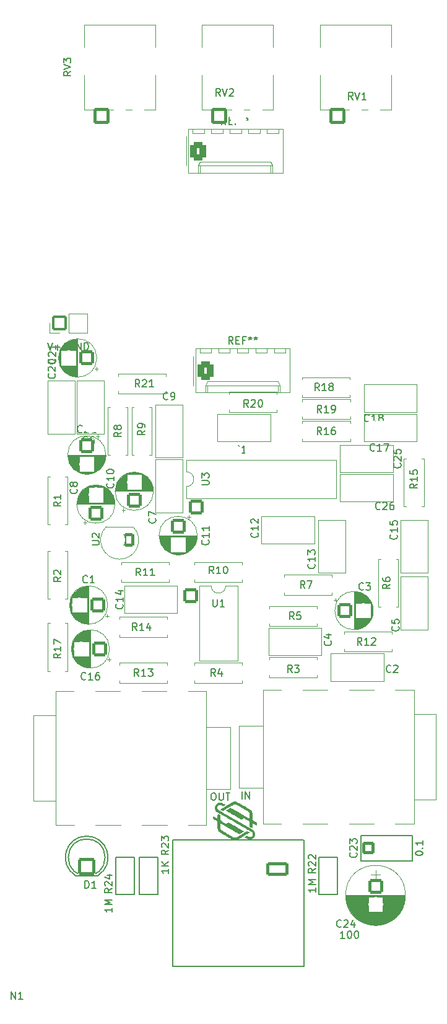
<source format=gbr>
%TF.GenerationSoftware,KiCad,Pcbnew,7.0.2-6a45011f42~172~ubuntu22.04.1*%
%TF.CreationDate,2023-05-21T10:08:46+01:00*%
%TF.ProjectId,Rebote2.5-offboard,5265626f-7465-4322-9e35-2d6f6666626f,rev?*%
%TF.SameCoordinates,Original*%
%TF.FileFunction,Legend,Top*%
%TF.FilePolarity,Positive*%
%FSLAX46Y46*%
G04 Gerber Fmt 4.6, Leading zero omitted, Abs format (unit mm)*
G04 Created by KiCad (PCBNEW 7.0.2-6a45011f42~172~ubuntu22.04.1) date 2023-05-21 10:08:46*
%MOMM*%
%LPD*%
G01*
G04 APERTURE LIST*
G04 Aperture macros list*
%AMRoundRect*
0 Rectangle with rounded corners*
0 $1 Rounding radius*
0 $2 $3 $4 $5 $6 $7 $8 $9 X,Y pos of 4 corners*
0 Add a 4 corners polygon primitive as box body*
4,1,4,$2,$3,$4,$5,$6,$7,$8,$9,$2,$3,0*
0 Add four circle primitives for the rounded corners*
1,1,$1+$1,$2,$3*
1,1,$1+$1,$4,$5*
1,1,$1+$1,$6,$7*
1,1,$1+$1,$8,$9*
0 Add four rect primitives between the rounded corners*
20,1,$1+$1,$2,$3,$4,$5,0*
20,1,$1+$1,$4,$5,$6,$7,0*
20,1,$1+$1,$6,$7,$8,$9,0*
20,1,$1+$1,$8,$9,$2,$3,0*%
G04 Aperture macros list end*
%ADD10C,0.150000*%
%ADD11C,0.120000*%
%ADD12R,2.600000X1.500000*%
%ADD13O,2.600000X1.500000*%
%ADD14R,2.000000X1.900000*%
%ADD15C,1.900000*%
%ADD16C,1.998980*%
%ADD17R,1.300000X1.300000*%
%ADD18C,1.300000*%
%ADD19RoundRect,0.450000X-0.620000X-0.845000X0.620000X-0.845000X0.620000X0.845000X-0.620000X0.845000X0*%
%ADD20O,2.140000X2.590000*%
%ADD21RoundRect,0.200000X1.300000X0.750000X-1.300000X0.750000X-1.300000X-0.750000X1.300000X-0.750000X0*%
%ADD22O,3.000000X1.900000*%
%ADD23C,3.400000*%
%ADD24RoundRect,0.200000X0.850000X-0.850000X0.850000X0.850000X-0.850000X0.850000X-0.850000X-0.850000X0*%
%ADD25O,2.100000X2.100000*%
%ADD26RoundRect,0.200000X-0.800000X0.800000X-0.800000X-0.800000X0.800000X-0.800000X0.800000X0.800000X0*%
%ADD27C,2.000000*%
%ADD28RoundRect,0.200000X1.000000X0.950000X-1.000000X0.950000X-1.000000X-0.950000X1.000000X-0.950000X0*%
%ADD29C,2.300000*%
%ADD30C,2.398980*%
%ADD31RoundRect,0.200000X-0.650000X-0.650000X0.650000X-0.650000X0.650000X0.650000X-0.650000X0.650000X0*%
%ADD32C,1.700000*%
%ADD33O,2.000000X2.000000*%
%ADD34O,3.120000X3.640000*%
%ADD35RoundRect,0.200000X0.900000X0.900000X-0.900000X0.900000X-0.900000X-0.900000X0.900000X-0.900000X0*%
%ADD36C,2.200000*%
%ADD37RoundRect,0.200000X0.800000X-0.800000X0.800000X0.800000X-0.800000X0.800000X-0.800000X-0.800000X0*%
%ADD38RoundRect,0.200000X0.525000X0.750000X-0.525000X0.750000X-0.525000X-0.750000X0.525000X-0.750000X0*%
%ADD39O,1.450000X1.900000*%
%ADD40RoundRect,0.200000X0.800000X0.800000X-0.800000X0.800000X-0.800000X-0.800000X0.800000X-0.800000X0*%
%ADD41RoundRect,0.200000X-0.800000X-0.800000X0.800000X-0.800000X0.800000X0.800000X-0.800000X0.800000X0*%
G04 APERTURE END LIST*
D10*
%TO.C,REF\u002A\u002A*%
X142506666Y-66142619D02*
X142173333Y-65666428D01*
X141935238Y-66142619D02*
X141935238Y-65142619D01*
X141935238Y-65142619D02*
X142316190Y-65142619D01*
X142316190Y-65142619D02*
X142411428Y-65190238D01*
X142411428Y-65190238D02*
X142459047Y-65237857D01*
X142459047Y-65237857D02*
X142506666Y-65333095D01*
X142506666Y-65333095D02*
X142506666Y-65475952D01*
X142506666Y-65475952D02*
X142459047Y-65571190D01*
X142459047Y-65571190D02*
X142411428Y-65618809D01*
X142411428Y-65618809D02*
X142316190Y-65666428D01*
X142316190Y-65666428D02*
X141935238Y-65666428D01*
X142935238Y-65618809D02*
X143268571Y-65618809D01*
X143411428Y-66142619D02*
X142935238Y-66142619D01*
X142935238Y-66142619D02*
X142935238Y-65142619D01*
X142935238Y-65142619D02*
X143411428Y-65142619D01*
X144173333Y-65618809D02*
X143840000Y-65618809D01*
X143840000Y-66142619D02*
X143840000Y-65142619D01*
X143840000Y-65142619D02*
X144316190Y-65142619D01*
X144840000Y-65142619D02*
X144840000Y-65380714D01*
X144601905Y-65285476D02*
X144840000Y-65380714D01*
X144840000Y-65380714D02*
X145078095Y-65285476D01*
X144697143Y-65571190D02*
X144840000Y-65380714D01*
X144840000Y-65380714D02*
X144982857Y-65571190D01*
X145601905Y-65142619D02*
X145601905Y-65380714D01*
X145363810Y-65285476D02*
X145601905Y-65380714D01*
X145601905Y-65380714D02*
X145840000Y-65285476D01*
X145459048Y-65571190D02*
X145601905Y-65380714D01*
X145601905Y-65380714D02*
X145744762Y-65571190D01*
X141506666Y-36142619D02*
X141173333Y-35666428D01*
X140935238Y-36142619D02*
X140935238Y-35142619D01*
X140935238Y-35142619D02*
X141316190Y-35142619D01*
X141316190Y-35142619D02*
X141411428Y-35190238D01*
X141411428Y-35190238D02*
X141459047Y-35237857D01*
X141459047Y-35237857D02*
X141506666Y-35333095D01*
X141506666Y-35333095D02*
X141506666Y-35475952D01*
X141506666Y-35475952D02*
X141459047Y-35571190D01*
X141459047Y-35571190D02*
X141411428Y-35618809D01*
X141411428Y-35618809D02*
X141316190Y-35666428D01*
X141316190Y-35666428D02*
X140935238Y-35666428D01*
X141935238Y-35618809D02*
X142268571Y-35618809D01*
X142411428Y-36142619D02*
X141935238Y-36142619D01*
X141935238Y-36142619D02*
X141935238Y-35142619D01*
X141935238Y-35142619D02*
X142411428Y-35142619D01*
X143173333Y-35618809D02*
X142840000Y-35618809D01*
X142840000Y-36142619D02*
X142840000Y-35142619D01*
X142840000Y-35142619D02*
X143316190Y-35142619D01*
X143840000Y-35142619D02*
X143840000Y-35380714D01*
X143601905Y-35285476D02*
X143840000Y-35380714D01*
X143840000Y-35380714D02*
X144078095Y-35285476D01*
X143697143Y-35571190D02*
X143840000Y-35380714D01*
X143840000Y-35380714D02*
X143982857Y-35571190D01*
X144601905Y-35142619D02*
X144601905Y-35380714D01*
X144363810Y-35285476D02*
X144601905Y-35380714D01*
X144601905Y-35380714D02*
X144840000Y-35285476D01*
X144459048Y-35571190D02*
X144601905Y-35380714D01*
X144601905Y-35380714D02*
X144744762Y-35571190D01*
%TO.C,J3*%
X139750000Y-127442619D02*
X139940476Y-127442619D01*
X139940476Y-127442619D02*
X140035714Y-127490238D01*
X140035714Y-127490238D02*
X140130952Y-127585476D01*
X140130952Y-127585476D02*
X140178571Y-127775952D01*
X140178571Y-127775952D02*
X140178571Y-128109285D01*
X140178571Y-128109285D02*
X140130952Y-128299761D01*
X140130952Y-128299761D02*
X140035714Y-128395000D01*
X140035714Y-128395000D02*
X139940476Y-128442619D01*
X139940476Y-128442619D02*
X139750000Y-128442619D01*
X139750000Y-128442619D02*
X139654762Y-128395000D01*
X139654762Y-128395000D02*
X139559524Y-128299761D01*
X139559524Y-128299761D02*
X139511905Y-128109285D01*
X139511905Y-128109285D02*
X139511905Y-127775952D01*
X139511905Y-127775952D02*
X139559524Y-127585476D01*
X139559524Y-127585476D02*
X139654762Y-127490238D01*
X139654762Y-127490238D02*
X139750000Y-127442619D01*
X140607143Y-127442619D02*
X140607143Y-128252142D01*
X140607143Y-128252142D02*
X140654762Y-128347380D01*
X140654762Y-128347380D02*
X140702381Y-128395000D01*
X140702381Y-128395000D02*
X140797619Y-128442619D01*
X140797619Y-128442619D02*
X140988095Y-128442619D01*
X140988095Y-128442619D02*
X141083333Y-128395000D01*
X141083333Y-128395000D02*
X141130952Y-128347380D01*
X141130952Y-128347380D02*
X141178571Y-128252142D01*
X141178571Y-128252142D02*
X141178571Y-127442619D01*
X141511905Y-127442619D02*
X142083333Y-127442619D01*
X141797619Y-128442619D02*
X141797619Y-127442619D01*
%TO.C,J1*%
X117137857Y-65962619D02*
X117471190Y-66962619D01*
X117471190Y-66962619D02*
X117804523Y-65962619D01*
X118137857Y-66581666D02*
X118899762Y-66581666D01*
X118518809Y-66962619D02*
X118518809Y-66200714D01*
X120661666Y-66010238D02*
X120566428Y-65962619D01*
X120566428Y-65962619D02*
X120423571Y-65962619D01*
X120423571Y-65962619D02*
X120280714Y-66010238D01*
X120280714Y-66010238D02*
X120185476Y-66105476D01*
X120185476Y-66105476D02*
X120137857Y-66200714D01*
X120137857Y-66200714D02*
X120090238Y-66391190D01*
X120090238Y-66391190D02*
X120090238Y-66534047D01*
X120090238Y-66534047D02*
X120137857Y-66724523D01*
X120137857Y-66724523D02*
X120185476Y-66819761D01*
X120185476Y-66819761D02*
X120280714Y-66915000D01*
X120280714Y-66915000D02*
X120423571Y-66962619D01*
X120423571Y-66962619D02*
X120518809Y-66962619D01*
X120518809Y-66962619D02*
X120661666Y-66915000D01*
X120661666Y-66915000D02*
X120709285Y-66867380D01*
X120709285Y-66867380D02*
X120709285Y-66534047D01*
X120709285Y-66534047D02*
X120518809Y-66534047D01*
X121137857Y-66962619D02*
X121137857Y-65962619D01*
X121137857Y-65962619D02*
X121709285Y-66962619D01*
X121709285Y-66962619D02*
X121709285Y-65962619D01*
X122185476Y-66962619D02*
X122185476Y-65962619D01*
X122185476Y-65962619D02*
X122423571Y-65962619D01*
X122423571Y-65962619D02*
X122566428Y-66010238D01*
X122566428Y-66010238D02*
X122661666Y-66105476D01*
X122661666Y-66105476D02*
X122709285Y-66200714D01*
X122709285Y-66200714D02*
X122756904Y-66391190D01*
X122756904Y-66391190D02*
X122756904Y-66534047D01*
X122756904Y-66534047D02*
X122709285Y-66724523D01*
X122709285Y-66724523D02*
X122661666Y-66819761D01*
X122661666Y-66819761D02*
X122566428Y-66915000D01*
X122566428Y-66915000D02*
X122423571Y-66962619D01*
X122423571Y-66962619D02*
X122185476Y-66962619D01*
%TO.C,C24*%
X157307142Y-145717380D02*
X157259523Y-145765000D01*
X157259523Y-145765000D02*
X157116666Y-145812619D01*
X157116666Y-145812619D02*
X157021428Y-145812619D01*
X157021428Y-145812619D02*
X156878571Y-145765000D01*
X156878571Y-145765000D02*
X156783333Y-145669761D01*
X156783333Y-145669761D02*
X156735714Y-145574523D01*
X156735714Y-145574523D02*
X156688095Y-145384047D01*
X156688095Y-145384047D02*
X156688095Y-145241190D01*
X156688095Y-145241190D02*
X156735714Y-145050714D01*
X156735714Y-145050714D02*
X156783333Y-144955476D01*
X156783333Y-144955476D02*
X156878571Y-144860238D01*
X156878571Y-144860238D02*
X157021428Y-144812619D01*
X157021428Y-144812619D02*
X157116666Y-144812619D01*
X157116666Y-144812619D02*
X157259523Y-144860238D01*
X157259523Y-144860238D02*
X157307142Y-144907857D01*
X157688095Y-144907857D02*
X157735714Y-144860238D01*
X157735714Y-144860238D02*
X157830952Y-144812619D01*
X157830952Y-144812619D02*
X158069047Y-144812619D01*
X158069047Y-144812619D02*
X158164285Y-144860238D01*
X158164285Y-144860238D02*
X158211904Y-144907857D01*
X158211904Y-144907857D02*
X158259523Y-145003095D01*
X158259523Y-145003095D02*
X158259523Y-145098333D01*
X158259523Y-145098333D02*
X158211904Y-145241190D01*
X158211904Y-145241190D02*
X157640476Y-145812619D01*
X157640476Y-145812619D02*
X158259523Y-145812619D01*
X159116666Y-145145952D02*
X159116666Y-145812619D01*
X158878571Y-144765000D02*
X158640476Y-145479285D01*
X158640476Y-145479285D02*
X159259523Y-145479285D01*
X157783333Y-147312619D02*
X157211905Y-147312619D01*
X157497619Y-147312619D02*
X157497619Y-146312619D01*
X157497619Y-146312619D02*
X157402381Y-146455476D01*
X157402381Y-146455476D02*
X157307143Y-146550714D01*
X157307143Y-146550714D02*
X157211905Y-146598333D01*
X158402381Y-146312619D02*
X158497619Y-146312619D01*
X158497619Y-146312619D02*
X158592857Y-146360238D01*
X158592857Y-146360238D02*
X158640476Y-146407857D01*
X158640476Y-146407857D02*
X158688095Y-146503095D01*
X158688095Y-146503095D02*
X158735714Y-146693571D01*
X158735714Y-146693571D02*
X158735714Y-146931666D01*
X158735714Y-146931666D02*
X158688095Y-147122142D01*
X158688095Y-147122142D02*
X158640476Y-147217380D01*
X158640476Y-147217380D02*
X158592857Y-147265000D01*
X158592857Y-147265000D02*
X158497619Y-147312619D01*
X158497619Y-147312619D02*
X158402381Y-147312619D01*
X158402381Y-147312619D02*
X158307143Y-147265000D01*
X158307143Y-147265000D02*
X158259524Y-147217380D01*
X158259524Y-147217380D02*
X158211905Y-147122142D01*
X158211905Y-147122142D02*
X158164286Y-146931666D01*
X158164286Y-146931666D02*
X158164286Y-146693571D01*
X158164286Y-146693571D02*
X158211905Y-146503095D01*
X158211905Y-146503095D02*
X158259524Y-146407857D01*
X158259524Y-146407857D02*
X158307143Y-146360238D01*
X158307143Y-146360238D02*
X158402381Y-146312619D01*
X159354762Y-146312619D02*
X159450000Y-146312619D01*
X159450000Y-146312619D02*
X159545238Y-146360238D01*
X159545238Y-146360238D02*
X159592857Y-146407857D01*
X159592857Y-146407857D02*
X159640476Y-146503095D01*
X159640476Y-146503095D02*
X159688095Y-146693571D01*
X159688095Y-146693571D02*
X159688095Y-146931666D01*
X159688095Y-146931666D02*
X159640476Y-147122142D01*
X159640476Y-147122142D02*
X159592857Y-147217380D01*
X159592857Y-147217380D02*
X159545238Y-147265000D01*
X159545238Y-147265000D02*
X159450000Y-147312619D01*
X159450000Y-147312619D02*
X159354762Y-147312619D01*
X159354762Y-147312619D02*
X159259524Y-147265000D01*
X159259524Y-147265000D02*
X159211905Y-147217380D01*
X159211905Y-147217380D02*
X159164286Y-147122142D01*
X159164286Y-147122142D02*
X159116667Y-146931666D01*
X159116667Y-146931666D02*
X159116667Y-146693571D01*
X159116667Y-146693571D02*
X159164286Y-146503095D01*
X159164286Y-146503095D02*
X159211905Y-146407857D01*
X159211905Y-146407857D02*
X159259524Y-146360238D01*
X159259524Y-146360238D02*
X159354762Y-146312619D01*
%TO.C,D1*%
X122261905Y-140462619D02*
X122261905Y-139462619D01*
X122261905Y-139462619D02*
X122500000Y-139462619D01*
X122500000Y-139462619D02*
X122642857Y-139510238D01*
X122642857Y-139510238D02*
X122738095Y-139605476D01*
X122738095Y-139605476D02*
X122785714Y-139700714D01*
X122785714Y-139700714D02*
X122833333Y-139891190D01*
X122833333Y-139891190D02*
X122833333Y-140034047D01*
X122833333Y-140034047D02*
X122785714Y-140224523D01*
X122785714Y-140224523D02*
X122738095Y-140319761D01*
X122738095Y-140319761D02*
X122642857Y-140415000D01*
X122642857Y-140415000D02*
X122500000Y-140462619D01*
X122500000Y-140462619D02*
X122261905Y-140462619D01*
X123785714Y-140462619D02*
X123214286Y-140462619D01*
X123500000Y-140462619D02*
X123500000Y-139462619D01*
X123500000Y-139462619D02*
X123404762Y-139605476D01*
X123404762Y-139605476D02*
X123309524Y-139700714D01*
X123309524Y-139700714D02*
X123214286Y-139748333D01*
%TO.C,R22*%
X153812619Y-137792857D02*
X153336428Y-138126190D01*
X153812619Y-138364285D02*
X152812619Y-138364285D01*
X152812619Y-138364285D02*
X152812619Y-137983333D01*
X152812619Y-137983333D02*
X152860238Y-137888095D01*
X152860238Y-137888095D02*
X152907857Y-137840476D01*
X152907857Y-137840476D02*
X153003095Y-137792857D01*
X153003095Y-137792857D02*
X153145952Y-137792857D01*
X153145952Y-137792857D02*
X153241190Y-137840476D01*
X153241190Y-137840476D02*
X153288809Y-137888095D01*
X153288809Y-137888095D02*
X153336428Y-137983333D01*
X153336428Y-137983333D02*
X153336428Y-138364285D01*
X152907857Y-137411904D02*
X152860238Y-137364285D01*
X152860238Y-137364285D02*
X152812619Y-137269047D01*
X152812619Y-137269047D02*
X152812619Y-137030952D01*
X152812619Y-137030952D02*
X152860238Y-136935714D01*
X152860238Y-136935714D02*
X152907857Y-136888095D01*
X152907857Y-136888095D02*
X153003095Y-136840476D01*
X153003095Y-136840476D02*
X153098333Y-136840476D01*
X153098333Y-136840476D02*
X153241190Y-136888095D01*
X153241190Y-136888095D02*
X153812619Y-137459523D01*
X153812619Y-137459523D02*
X153812619Y-136840476D01*
X152907857Y-136459523D02*
X152860238Y-136411904D01*
X152860238Y-136411904D02*
X152812619Y-136316666D01*
X152812619Y-136316666D02*
X152812619Y-136078571D01*
X152812619Y-136078571D02*
X152860238Y-135983333D01*
X152860238Y-135983333D02*
X152907857Y-135935714D01*
X152907857Y-135935714D02*
X153003095Y-135888095D01*
X153003095Y-135888095D02*
X153098333Y-135888095D01*
X153098333Y-135888095D02*
X153241190Y-135935714D01*
X153241190Y-135935714D02*
X153812619Y-136507142D01*
X153812619Y-136507142D02*
X153812619Y-135888095D01*
X153812619Y-140435714D02*
X153812619Y-141007142D01*
X153812619Y-140721428D02*
X152812619Y-140721428D01*
X152812619Y-140721428D02*
X152955476Y-140816666D01*
X152955476Y-140816666D02*
X153050714Y-140911904D01*
X153050714Y-140911904D02*
X153098333Y-141007142D01*
X153812619Y-140007142D02*
X152812619Y-140007142D01*
X152812619Y-140007142D02*
X153526904Y-139673809D01*
X153526904Y-139673809D02*
X152812619Y-139340476D01*
X152812619Y-139340476D02*
X153812619Y-139340476D01*
%TO.C,R23*%
X133712619Y-135282857D02*
X133236428Y-135616190D01*
X133712619Y-135854285D02*
X132712619Y-135854285D01*
X132712619Y-135854285D02*
X132712619Y-135473333D01*
X132712619Y-135473333D02*
X132760238Y-135378095D01*
X132760238Y-135378095D02*
X132807857Y-135330476D01*
X132807857Y-135330476D02*
X132903095Y-135282857D01*
X132903095Y-135282857D02*
X133045952Y-135282857D01*
X133045952Y-135282857D02*
X133141190Y-135330476D01*
X133141190Y-135330476D02*
X133188809Y-135378095D01*
X133188809Y-135378095D02*
X133236428Y-135473333D01*
X133236428Y-135473333D02*
X133236428Y-135854285D01*
X132807857Y-134901904D02*
X132760238Y-134854285D01*
X132760238Y-134854285D02*
X132712619Y-134759047D01*
X132712619Y-134759047D02*
X132712619Y-134520952D01*
X132712619Y-134520952D02*
X132760238Y-134425714D01*
X132760238Y-134425714D02*
X132807857Y-134378095D01*
X132807857Y-134378095D02*
X132903095Y-134330476D01*
X132903095Y-134330476D02*
X132998333Y-134330476D01*
X132998333Y-134330476D02*
X133141190Y-134378095D01*
X133141190Y-134378095D02*
X133712619Y-134949523D01*
X133712619Y-134949523D02*
X133712619Y-134330476D01*
X132712619Y-133997142D02*
X132712619Y-133378095D01*
X132712619Y-133378095D02*
X133093571Y-133711428D01*
X133093571Y-133711428D02*
X133093571Y-133568571D01*
X133093571Y-133568571D02*
X133141190Y-133473333D01*
X133141190Y-133473333D02*
X133188809Y-133425714D01*
X133188809Y-133425714D02*
X133284047Y-133378095D01*
X133284047Y-133378095D02*
X133522142Y-133378095D01*
X133522142Y-133378095D02*
X133617380Y-133425714D01*
X133617380Y-133425714D02*
X133665000Y-133473333D01*
X133665000Y-133473333D02*
X133712619Y-133568571D01*
X133712619Y-133568571D02*
X133712619Y-133854285D01*
X133712619Y-133854285D02*
X133665000Y-133949523D01*
X133665000Y-133949523D02*
X133617380Y-133997142D01*
X133712619Y-137854285D02*
X133712619Y-138425713D01*
X133712619Y-138139999D02*
X132712619Y-138139999D01*
X132712619Y-138139999D02*
X132855476Y-138235237D01*
X132855476Y-138235237D02*
X132950714Y-138330475D01*
X132950714Y-138330475D02*
X132998333Y-138425713D01*
X133712619Y-137425713D02*
X132712619Y-137425713D01*
X133712619Y-136854285D02*
X133141190Y-137282856D01*
X132712619Y-136854285D02*
X133284047Y-137425713D01*
%TO.C,R24*%
X125962619Y-140512857D02*
X125486428Y-140846190D01*
X125962619Y-141084285D02*
X124962619Y-141084285D01*
X124962619Y-141084285D02*
X124962619Y-140703333D01*
X124962619Y-140703333D02*
X125010238Y-140608095D01*
X125010238Y-140608095D02*
X125057857Y-140560476D01*
X125057857Y-140560476D02*
X125153095Y-140512857D01*
X125153095Y-140512857D02*
X125295952Y-140512857D01*
X125295952Y-140512857D02*
X125391190Y-140560476D01*
X125391190Y-140560476D02*
X125438809Y-140608095D01*
X125438809Y-140608095D02*
X125486428Y-140703333D01*
X125486428Y-140703333D02*
X125486428Y-141084285D01*
X125057857Y-140131904D02*
X125010238Y-140084285D01*
X125010238Y-140084285D02*
X124962619Y-139989047D01*
X124962619Y-139989047D02*
X124962619Y-139750952D01*
X124962619Y-139750952D02*
X125010238Y-139655714D01*
X125010238Y-139655714D02*
X125057857Y-139608095D01*
X125057857Y-139608095D02*
X125153095Y-139560476D01*
X125153095Y-139560476D02*
X125248333Y-139560476D01*
X125248333Y-139560476D02*
X125391190Y-139608095D01*
X125391190Y-139608095D02*
X125962619Y-140179523D01*
X125962619Y-140179523D02*
X125962619Y-139560476D01*
X125295952Y-138703333D02*
X125962619Y-138703333D01*
X124915000Y-138941428D02*
X125629285Y-139179523D01*
X125629285Y-139179523D02*
X125629285Y-138560476D01*
X125962619Y-143155714D02*
X125962619Y-143727142D01*
X125962619Y-143441428D02*
X124962619Y-143441428D01*
X124962619Y-143441428D02*
X125105476Y-143536666D01*
X125105476Y-143536666D02*
X125200714Y-143631904D01*
X125200714Y-143631904D02*
X125248333Y-143727142D01*
X125962619Y-142727142D02*
X124962619Y-142727142D01*
X124962619Y-142727142D02*
X125676904Y-142393809D01*
X125676904Y-142393809D02*
X124962619Y-142060476D01*
X124962619Y-142060476D02*
X125962619Y-142060476D01*
%TO.C,C23*%
X159367380Y-135642857D02*
X159415000Y-135690476D01*
X159415000Y-135690476D02*
X159462619Y-135833333D01*
X159462619Y-135833333D02*
X159462619Y-135928571D01*
X159462619Y-135928571D02*
X159415000Y-136071428D01*
X159415000Y-136071428D02*
X159319761Y-136166666D01*
X159319761Y-136166666D02*
X159224523Y-136214285D01*
X159224523Y-136214285D02*
X159034047Y-136261904D01*
X159034047Y-136261904D02*
X158891190Y-136261904D01*
X158891190Y-136261904D02*
X158700714Y-136214285D01*
X158700714Y-136214285D02*
X158605476Y-136166666D01*
X158605476Y-136166666D02*
X158510238Y-136071428D01*
X158510238Y-136071428D02*
X158462619Y-135928571D01*
X158462619Y-135928571D02*
X158462619Y-135833333D01*
X158462619Y-135833333D02*
X158510238Y-135690476D01*
X158510238Y-135690476D02*
X158557857Y-135642857D01*
X158557857Y-135261904D02*
X158510238Y-135214285D01*
X158510238Y-135214285D02*
X158462619Y-135119047D01*
X158462619Y-135119047D02*
X158462619Y-134880952D01*
X158462619Y-134880952D02*
X158510238Y-134785714D01*
X158510238Y-134785714D02*
X158557857Y-134738095D01*
X158557857Y-134738095D02*
X158653095Y-134690476D01*
X158653095Y-134690476D02*
X158748333Y-134690476D01*
X158748333Y-134690476D02*
X158891190Y-134738095D01*
X158891190Y-134738095D02*
X159462619Y-135309523D01*
X159462619Y-135309523D02*
X159462619Y-134690476D01*
X158462619Y-134357142D02*
X158462619Y-133738095D01*
X158462619Y-133738095D02*
X158843571Y-134071428D01*
X158843571Y-134071428D02*
X158843571Y-133928571D01*
X158843571Y-133928571D02*
X158891190Y-133833333D01*
X158891190Y-133833333D02*
X158938809Y-133785714D01*
X158938809Y-133785714D02*
X159034047Y-133738095D01*
X159034047Y-133738095D02*
X159272142Y-133738095D01*
X159272142Y-133738095D02*
X159367380Y-133785714D01*
X159367380Y-133785714D02*
X159415000Y-133833333D01*
X159415000Y-133833333D02*
X159462619Y-133928571D01*
X159462619Y-133928571D02*
X159462619Y-134214285D01*
X159462619Y-134214285D02*
X159415000Y-134309523D01*
X159415000Y-134309523D02*
X159367380Y-134357142D01*
X167462619Y-135761904D02*
X167462619Y-135666666D01*
X167462619Y-135666666D02*
X167510238Y-135571428D01*
X167510238Y-135571428D02*
X167557857Y-135523809D01*
X167557857Y-135523809D02*
X167653095Y-135476190D01*
X167653095Y-135476190D02*
X167843571Y-135428571D01*
X167843571Y-135428571D02*
X168081666Y-135428571D01*
X168081666Y-135428571D02*
X168272142Y-135476190D01*
X168272142Y-135476190D02*
X168367380Y-135523809D01*
X168367380Y-135523809D02*
X168415000Y-135571428D01*
X168415000Y-135571428D02*
X168462619Y-135666666D01*
X168462619Y-135666666D02*
X168462619Y-135761904D01*
X168462619Y-135761904D02*
X168415000Y-135857142D01*
X168415000Y-135857142D02*
X168367380Y-135904761D01*
X168367380Y-135904761D02*
X168272142Y-135952380D01*
X168272142Y-135952380D02*
X168081666Y-135999999D01*
X168081666Y-135999999D02*
X167843571Y-135999999D01*
X167843571Y-135999999D02*
X167653095Y-135952380D01*
X167653095Y-135952380D02*
X167557857Y-135904761D01*
X167557857Y-135904761D02*
X167510238Y-135857142D01*
X167510238Y-135857142D02*
X167462619Y-135761904D01*
X168367380Y-134999999D02*
X168415000Y-134952380D01*
X168415000Y-134952380D02*
X168462619Y-134999999D01*
X168462619Y-134999999D02*
X168415000Y-135047618D01*
X168415000Y-135047618D02*
X168367380Y-134999999D01*
X168367380Y-134999999D02*
X168462619Y-134999999D01*
X168462619Y-134000000D02*
X168462619Y-134571428D01*
X168462619Y-134285714D02*
X167462619Y-134285714D01*
X167462619Y-134285714D02*
X167605476Y-134380952D01*
X167605476Y-134380952D02*
X167700714Y-134476190D01*
X167700714Y-134476190D02*
X167748333Y-134571428D01*
%TO.C,J2*%
X143726191Y-128272619D02*
X143726191Y-127272619D01*
X144202381Y-128272619D02*
X144202381Y-127272619D01*
X144202381Y-127272619D02*
X144773809Y-128272619D01*
X144773809Y-128272619D02*
X144773809Y-127272619D01*
%TO.C,R21*%
X129737142Y-72012619D02*
X129403809Y-71536428D01*
X129165714Y-72012619D02*
X129165714Y-71012619D01*
X129165714Y-71012619D02*
X129546666Y-71012619D01*
X129546666Y-71012619D02*
X129641904Y-71060238D01*
X129641904Y-71060238D02*
X129689523Y-71107857D01*
X129689523Y-71107857D02*
X129737142Y-71203095D01*
X129737142Y-71203095D02*
X129737142Y-71345952D01*
X129737142Y-71345952D02*
X129689523Y-71441190D01*
X129689523Y-71441190D02*
X129641904Y-71488809D01*
X129641904Y-71488809D02*
X129546666Y-71536428D01*
X129546666Y-71536428D02*
X129165714Y-71536428D01*
X130118095Y-71107857D02*
X130165714Y-71060238D01*
X130165714Y-71060238D02*
X130260952Y-71012619D01*
X130260952Y-71012619D02*
X130499047Y-71012619D01*
X130499047Y-71012619D02*
X130594285Y-71060238D01*
X130594285Y-71060238D02*
X130641904Y-71107857D01*
X130641904Y-71107857D02*
X130689523Y-71203095D01*
X130689523Y-71203095D02*
X130689523Y-71298333D01*
X130689523Y-71298333D02*
X130641904Y-71441190D01*
X130641904Y-71441190D02*
X130070476Y-72012619D01*
X130070476Y-72012619D02*
X130689523Y-72012619D01*
X131641904Y-72012619D02*
X131070476Y-72012619D01*
X131356190Y-72012619D02*
X131356190Y-71012619D01*
X131356190Y-71012619D02*
X131260952Y-71155476D01*
X131260952Y-71155476D02*
X131165714Y-71250714D01*
X131165714Y-71250714D02*
X131070476Y-71298333D01*
%TO.C,R18*%
X154307142Y-72512619D02*
X153973809Y-72036428D01*
X153735714Y-72512619D02*
X153735714Y-71512619D01*
X153735714Y-71512619D02*
X154116666Y-71512619D01*
X154116666Y-71512619D02*
X154211904Y-71560238D01*
X154211904Y-71560238D02*
X154259523Y-71607857D01*
X154259523Y-71607857D02*
X154307142Y-71703095D01*
X154307142Y-71703095D02*
X154307142Y-71845952D01*
X154307142Y-71845952D02*
X154259523Y-71941190D01*
X154259523Y-71941190D02*
X154211904Y-71988809D01*
X154211904Y-71988809D02*
X154116666Y-72036428D01*
X154116666Y-72036428D02*
X153735714Y-72036428D01*
X155259523Y-72512619D02*
X154688095Y-72512619D01*
X154973809Y-72512619D02*
X154973809Y-71512619D01*
X154973809Y-71512619D02*
X154878571Y-71655476D01*
X154878571Y-71655476D02*
X154783333Y-71750714D01*
X154783333Y-71750714D02*
X154688095Y-71798333D01*
X155830952Y-71941190D02*
X155735714Y-71893571D01*
X155735714Y-71893571D02*
X155688095Y-71845952D01*
X155688095Y-71845952D02*
X155640476Y-71750714D01*
X155640476Y-71750714D02*
X155640476Y-71703095D01*
X155640476Y-71703095D02*
X155688095Y-71607857D01*
X155688095Y-71607857D02*
X155735714Y-71560238D01*
X155735714Y-71560238D02*
X155830952Y-71512619D01*
X155830952Y-71512619D02*
X156021428Y-71512619D01*
X156021428Y-71512619D02*
X156116666Y-71560238D01*
X156116666Y-71560238D02*
X156164285Y-71607857D01*
X156164285Y-71607857D02*
X156211904Y-71703095D01*
X156211904Y-71703095D02*
X156211904Y-71750714D01*
X156211904Y-71750714D02*
X156164285Y-71845952D01*
X156164285Y-71845952D02*
X156116666Y-71893571D01*
X156116666Y-71893571D02*
X156021428Y-71941190D01*
X156021428Y-71941190D02*
X155830952Y-71941190D01*
X155830952Y-71941190D02*
X155735714Y-71988809D01*
X155735714Y-71988809D02*
X155688095Y-72036428D01*
X155688095Y-72036428D02*
X155640476Y-72131666D01*
X155640476Y-72131666D02*
X155640476Y-72322142D01*
X155640476Y-72322142D02*
X155688095Y-72417380D01*
X155688095Y-72417380D02*
X155735714Y-72465000D01*
X155735714Y-72465000D02*
X155830952Y-72512619D01*
X155830952Y-72512619D02*
X156021428Y-72512619D01*
X156021428Y-72512619D02*
X156116666Y-72465000D01*
X156116666Y-72465000D02*
X156164285Y-72417380D01*
X156164285Y-72417380D02*
X156211904Y-72322142D01*
X156211904Y-72322142D02*
X156211904Y-72131666D01*
X156211904Y-72131666D02*
X156164285Y-72036428D01*
X156164285Y-72036428D02*
X156116666Y-71988809D01*
X156116666Y-71988809D02*
X156021428Y-71941190D01*
%TO.C,R4*%
X140093333Y-111512619D02*
X139760000Y-111036428D01*
X139521905Y-111512619D02*
X139521905Y-110512619D01*
X139521905Y-110512619D02*
X139902857Y-110512619D01*
X139902857Y-110512619D02*
X139998095Y-110560238D01*
X139998095Y-110560238D02*
X140045714Y-110607857D01*
X140045714Y-110607857D02*
X140093333Y-110703095D01*
X140093333Y-110703095D02*
X140093333Y-110845952D01*
X140093333Y-110845952D02*
X140045714Y-110941190D01*
X140045714Y-110941190D02*
X139998095Y-110988809D01*
X139998095Y-110988809D02*
X139902857Y-111036428D01*
X139902857Y-111036428D02*
X139521905Y-111036428D01*
X140950476Y-110845952D02*
X140950476Y-111512619D01*
X140712381Y-110465000D02*
X140474286Y-111179285D01*
X140474286Y-111179285D02*
X141093333Y-111179285D01*
%TO.C,RV2*%
X140789761Y-32262619D02*
X140456428Y-31786428D01*
X140218333Y-32262619D02*
X140218333Y-31262619D01*
X140218333Y-31262619D02*
X140599285Y-31262619D01*
X140599285Y-31262619D02*
X140694523Y-31310238D01*
X140694523Y-31310238D02*
X140742142Y-31357857D01*
X140742142Y-31357857D02*
X140789761Y-31453095D01*
X140789761Y-31453095D02*
X140789761Y-31595952D01*
X140789761Y-31595952D02*
X140742142Y-31691190D01*
X140742142Y-31691190D02*
X140694523Y-31738809D01*
X140694523Y-31738809D02*
X140599285Y-31786428D01*
X140599285Y-31786428D02*
X140218333Y-31786428D01*
X141075476Y-31262619D02*
X141408809Y-32262619D01*
X141408809Y-32262619D02*
X141742142Y-31262619D01*
X142027857Y-31357857D02*
X142075476Y-31310238D01*
X142075476Y-31310238D02*
X142170714Y-31262619D01*
X142170714Y-31262619D02*
X142408809Y-31262619D01*
X142408809Y-31262619D02*
X142504047Y-31310238D01*
X142504047Y-31310238D02*
X142551666Y-31357857D01*
X142551666Y-31357857D02*
X142599285Y-31453095D01*
X142599285Y-31453095D02*
X142599285Y-31548333D01*
X142599285Y-31548333D02*
X142551666Y-31691190D01*
X142551666Y-31691190D02*
X141980238Y-32262619D01*
X141980238Y-32262619D02*
X142599285Y-32262619D01*
%TO.C,C8*%
X121127380Y-85966666D02*
X121175000Y-86014285D01*
X121175000Y-86014285D02*
X121222619Y-86157142D01*
X121222619Y-86157142D02*
X121222619Y-86252380D01*
X121222619Y-86252380D02*
X121175000Y-86395237D01*
X121175000Y-86395237D02*
X121079761Y-86490475D01*
X121079761Y-86490475D02*
X120984523Y-86538094D01*
X120984523Y-86538094D02*
X120794047Y-86585713D01*
X120794047Y-86585713D02*
X120651190Y-86585713D01*
X120651190Y-86585713D02*
X120460714Y-86538094D01*
X120460714Y-86538094D02*
X120365476Y-86490475D01*
X120365476Y-86490475D02*
X120270238Y-86395237D01*
X120270238Y-86395237D02*
X120222619Y-86252380D01*
X120222619Y-86252380D02*
X120222619Y-86157142D01*
X120222619Y-86157142D02*
X120270238Y-86014285D01*
X120270238Y-86014285D02*
X120317857Y-85966666D01*
X120651190Y-85395237D02*
X120603571Y-85490475D01*
X120603571Y-85490475D02*
X120555952Y-85538094D01*
X120555952Y-85538094D02*
X120460714Y-85585713D01*
X120460714Y-85585713D02*
X120413095Y-85585713D01*
X120413095Y-85585713D02*
X120317857Y-85538094D01*
X120317857Y-85538094D02*
X120270238Y-85490475D01*
X120270238Y-85490475D02*
X120222619Y-85395237D01*
X120222619Y-85395237D02*
X120222619Y-85204761D01*
X120222619Y-85204761D02*
X120270238Y-85109523D01*
X120270238Y-85109523D02*
X120317857Y-85061904D01*
X120317857Y-85061904D02*
X120413095Y-85014285D01*
X120413095Y-85014285D02*
X120460714Y-85014285D01*
X120460714Y-85014285D02*
X120555952Y-85061904D01*
X120555952Y-85061904D02*
X120603571Y-85109523D01*
X120603571Y-85109523D02*
X120651190Y-85204761D01*
X120651190Y-85204761D02*
X120651190Y-85395237D01*
X120651190Y-85395237D02*
X120698809Y-85490475D01*
X120698809Y-85490475D02*
X120746428Y-85538094D01*
X120746428Y-85538094D02*
X120841666Y-85585713D01*
X120841666Y-85585713D02*
X121032142Y-85585713D01*
X121032142Y-85585713D02*
X121127380Y-85538094D01*
X121127380Y-85538094D02*
X121175000Y-85490475D01*
X121175000Y-85490475D02*
X121222619Y-85395237D01*
X121222619Y-85395237D02*
X121222619Y-85204761D01*
X121222619Y-85204761D02*
X121175000Y-85109523D01*
X121175000Y-85109523D02*
X121127380Y-85061904D01*
X121127380Y-85061904D02*
X121032142Y-85014285D01*
X121032142Y-85014285D02*
X120841666Y-85014285D01*
X120841666Y-85014285D02*
X120746428Y-85061904D01*
X120746428Y-85061904D02*
X120698809Y-85109523D01*
X120698809Y-85109523D02*
X120651190Y-85204761D01*
%TO.C,U2*%
X123222619Y-93561904D02*
X124032142Y-93561904D01*
X124032142Y-93561904D02*
X124127380Y-93514285D01*
X124127380Y-93514285D02*
X124175000Y-93466666D01*
X124175000Y-93466666D02*
X124222619Y-93371428D01*
X124222619Y-93371428D02*
X124222619Y-93180952D01*
X124222619Y-93180952D02*
X124175000Y-93085714D01*
X124175000Y-93085714D02*
X124127380Y-93038095D01*
X124127380Y-93038095D02*
X124032142Y-92990476D01*
X124032142Y-92990476D02*
X123222619Y-92990476D01*
X123317857Y-92561904D02*
X123270238Y-92514285D01*
X123270238Y-92514285D02*
X123222619Y-92419047D01*
X123222619Y-92419047D02*
X123222619Y-92180952D01*
X123222619Y-92180952D02*
X123270238Y-92085714D01*
X123270238Y-92085714D02*
X123317857Y-92038095D01*
X123317857Y-92038095D02*
X123413095Y-91990476D01*
X123413095Y-91990476D02*
X123508333Y-91990476D01*
X123508333Y-91990476D02*
X123651190Y-92038095D01*
X123651190Y-92038095D02*
X124222619Y-92609523D01*
X124222619Y-92609523D02*
X124222619Y-91990476D01*
%TO.C,C18*%
X161117142Y-76667380D02*
X161069523Y-76715000D01*
X161069523Y-76715000D02*
X160926666Y-76762619D01*
X160926666Y-76762619D02*
X160831428Y-76762619D01*
X160831428Y-76762619D02*
X160688571Y-76715000D01*
X160688571Y-76715000D02*
X160593333Y-76619761D01*
X160593333Y-76619761D02*
X160545714Y-76524523D01*
X160545714Y-76524523D02*
X160498095Y-76334047D01*
X160498095Y-76334047D02*
X160498095Y-76191190D01*
X160498095Y-76191190D02*
X160545714Y-76000714D01*
X160545714Y-76000714D02*
X160593333Y-75905476D01*
X160593333Y-75905476D02*
X160688571Y-75810238D01*
X160688571Y-75810238D02*
X160831428Y-75762619D01*
X160831428Y-75762619D02*
X160926666Y-75762619D01*
X160926666Y-75762619D02*
X161069523Y-75810238D01*
X161069523Y-75810238D02*
X161117142Y-75857857D01*
X162069523Y-76762619D02*
X161498095Y-76762619D01*
X161783809Y-76762619D02*
X161783809Y-75762619D01*
X161783809Y-75762619D02*
X161688571Y-75905476D01*
X161688571Y-75905476D02*
X161593333Y-76000714D01*
X161593333Y-76000714D02*
X161498095Y-76048333D01*
X162640952Y-76191190D02*
X162545714Y-76143571D01*
X162545714Y-76143571D02*
X162498095Y-76095952D01*
X162498095Y-76095952D02*
X162450476Y-76000714D01*
X162450476Y-76000714D02*
X162450476Y-75953095D01*
X162450476Y-75953095D02*
X162498095Y-75857857D01*
X162498095Y-75857857D02*
X162545714Y-75810238D01*
X162545714Y-75810238D02*
X162640952Y-75762619D01*
X162640952Y-75762619D02*
X162831428Y-75762619D01*
X162831428Y-75762619D02*
X162926666Y-75810238D01*
X162926666Y-75810238D02*
X162974285Y-75857857D01*
X162974285Y-75857857D02*
X163021904Y-75953095D01*
X163021904Y-75953095D02*
X163021904Y-76000714D01*
X163021904Y-76000714D02*
X162974285Y-76095952D01*
X162974285Y-76095952D02*
X162926666Y-76143571D01*
X162926666Y-76143571D02*
X162831428Y-76191190D01*
X162831428Y-76191190D02*
X162640952Y-76191190D01*
X162640952Y-76191190D02*
X162545714Y-76238809D01*
X162545714Y-76238809D02*
X162498095Y-76286428D01*
X162498095Y-76286428D02*
X162450476Y-76381666D01*
X162450476Y-76381666D02*
X162450476Y-76572142D01*
X162450476Y-76572142D02*
X162498095Y-76667380D01*
X162498095Y-76667380D02*
X162545714Y-76715000D01*
X162545714Y-76715000D02*
X162640952Y-76762619D01*
X162640952Y-76762619D02*
X162831428Y-76762619D01*
X162831428Y-76762619D02*
X162926666Y-76715000D01*
X162926666Y-76715000D02*
X162974285Y-76667380D01*
X162974285Y-76667380D02*
X163021904Y-76572142D01*
X163021904Y-76572142D02*
X163021904Y-76381666D01*
X163021904Y-76381666D02*
X162974285Y-76286428D01*
X162974285Y-76286428D02*
X162926666Y-76238809D01*
X162926666Y-76238809D02*
X162831428Y-76191190D01*
%TO.C,C12*%
X145877380Y-91942857D02*
X145925000Y-91990476D01*
X145925000Y-91990476D02*
X145972619Y-92133333D01*
X145972619Y-92133333D02*
X145972619Y-92228571D01*
X145972619Y-92228571D02*
X145925000Y-92371428D01*
X145925000Y-92371428D02*
X145829761Y-92466666D01*
X145829761Y-92466666D02*
X145734523Y-92514285D01*
X145734523Y-92514285D02*
X145544047Y-92561904D01*
X145544047Y-92561904D02*
X145401190Y-92561904D01*
X145401190Y-92561904D02*
X145210714Y-92514285D01*
X145210714Y-92514285D02*
X145115476Y-92466666D01*
X145115476Y-92466666D02*
X145020238Y-92371428D01*
X145020238Y-92371428D02*
X144972619Y-92228571D01*
X144972619Y-92228571D02*
X144972619Y-92133333D01*
X144972619Y-92133333D02*
X145020238Y-91990476D01*
X145020238Y-91990476D02*
X145067857Y-91942857D01*
X145972619Y-90990476D02*
X145972619Y-91561904D01*
X145972619Y-91276190D02*
X144972619Y-91276190D01*
X144972619Y-91276190D02*
X145115476Y-91371428D01*
X145115476Y-91371428D02*
X145210714Y-91466666D01*
X145210714Y-91466666D02*
X145258333Y-91561904D01*
X145067857Y-90609523D02*
X145020238Y-90561904D01*
X145020238Y-90561904D02*
X144972619Y-90466666D01*
X144972619Y-90466666D02*
X144972619Y-90228571D01*
X144972619Y-90228571D02*
X145020238Y-90133333D01*
X145020238Y-90133333D02*
X145067857Y-90085714D01*
X145067857Y-90085714D02*
X145163095Y-90038095D01*
X145163095Y-90038095D02*
X145258333Y-90038095D01*
X145258333Y-90038095D02*
X145401190Y-90085714D01*
X145401190Y-90085714D02*
X145972619Y-90657142D01*
X145972619Y-90657142D02*
X145972619Y-90038095D01*
%TO.C,RV1*%
X158914761Y-32762619D02*
X158581428Y-32286428D01*
X158343333Y-32762619D02*
X158343333Y-31762619D01*
X158343333Y-31762619D02*
X158724285Y-31762619D01*
X158724285Y-31762619D02*
X158819523Y-31810238D01*
X158819523Y-31810238D02*
X158867142Y-31857857D01*
X158867142Y-31857857D02*
X158914761Y-31953095D01*
X158914761Y-31953095D02*
X158914761Y-32095952D01*
X158914761Y-32095952D02*
X158867142Y-32191190D01*
X158867142Y-32191190D02*
X158819523Y-32238809D01*
X158819523Y-32238809D02*
X158724285Y-32286428D01*
X158724285Y-32286428D02*
X158343333Y-32286428D01*
X159200476Y-31762619D02*
X159533809Y-32762619D01*
X159533809Y-32762619D02*
X159867142Y-31762619D01*
X160724285Y-32762619D02*
X160152857Y-32762619D01*
X160438571Y-32762619D02*
X160438571Y-31762619D01*
X160438571Y-31762619D02*
X160343333Y-31905476D01*
X160343333Y-31905476D02*
X160248095Y-32000714D01*
X160248095Y-32000714D02*
X160152857Y-32048333D01*
%TO.C,R20*%
X144617142Y-74762619D02*
X144283809Y-74286428D01*
X144045714Y-74762619D02*
X144045714Y-73762619D01*
X144045714Y-73762619D02*
X144426666Y-73762619D01*
X144426666Y-73762619D02*
X144521904Y-73810238D01*
X144521904Y-73810238D02*
X144569523Y-73857857D01*
X144569523Y-73857857D02*
X144617142Y-73953095D01*
X144617142Y-73953095D02*
X144617142Y-74095952D01*
X144617142Y-74095952D02*
X144569523Y-74191190D01*
X144569523Y-74191190D02*
X144521904Y-74238809D01*
X144521904Y-74238809D02*
X144426666Y-74286428D01*
X144426666Y-74286428D02*
X144045714Y-74286428D01*
X144998095Y-73857857D02*
X145045714Y-73810238D01*
X145045714Y-73810238D02*
X145140952Y-73762619D01*
X145140952Y-73762619D02*
X145379047Y-73762619D01*
X145379047Y-73762619D02*
X145474285Y-73810238D01*
X145474285Y-73810238D02*
X145521904Y-73857857D01*
X145521904Y-73857857D02*
X145569523Y-73953095D01*
X145569523Y-73953095D02*
X145569523Y-74048333D01*
X145569523Y-74048333D02*
X145521904Y-74191190D01*
X145521904Y-74191190D02*
X144950476Y-74762619D01*
X144950476Y-74762619D02*
X145569523Y-74762619D01*
X146188571Y-73762619D02*
X146283809Y-73762619D01*
X146283809Y-73762619D02*
X146379047Y-73810238D01*
X146379047Y-73810238D02*
X146426666Y-73857857D01*
X146426666Y-73857857D02*
X146474285Y-73953095D01*
X146474285Y-73953095D02*
X146521904Y-74143571D01*
X146521904Y-74143571D02*
X146521904Y-74381666D01*
X146521904Y-74381666D02*
X146474285Y-74572142D01*
X146474285Y-74572142D02*
X146426666Y-74667380D01*
X146426666Y-74667380D02*
X146379047Y-74715000D01*
X146379047Y-74715000D02*
X146283809Y-74762619D01*
X146283809Y-74762619D02*
X146188571Y-74762619D01*
X146188571Y-74762619D02*
X146093333Y-74715000D01*
X146093333Y-74715000D02*
X146045714Y-74667380D01*
X146045714Y-74667380D02*
X145998095Y-74572142D01*
X145998095Y-74572142D02*
X145950476Y-74381666D01*
X145950476Y-74381666D02*
X145950476Y-74143571D01*
X145950476Y-74143571D02*
X145998095Y-73953095D01*
X145998095Y-73953095D02*
X146045714Y-73857857D01*
X146045714Y-73857857D02*
X146093333Y-73810238D01*
X146093333Y-73810238D02*
X146188571Y-73762619D01*
%TO.C,R3*%
X150593333Y-111012619D02*
X150260000Y-110536428D01*
X150021905Y-111012619D02*
X150021905Y-110012619D01*
X150021905Y-110012619D02*
X150402857Y-110012619D01*
X150402857Y-110012619D02*
X150498095Y-110060238D01*
X150498095Y-110060238D02*
X150545714Y-110107857D01*
X150545714Y-110107857D02*
X150593333Y-110203095D01*
X150593333Y-110203095D02*
X150593333Y-110345952D01*
X150593333Y-110345952D02*
X150545714Y-110441190D01*
X150545714Y-110441190D02*
X150498095Y-110488809D01*
X150498095Y-110488809D02*
X150402857Y-110536428D01*
X150402857Y-110536428D02*
X150021905Y-110536428D01*
X150926667Y-110012619D02*
X151545714Y-110012619D01*
X151545714Y-110012619D02*
X151212381Y-110393571D01*
X151212381Y-110393571D02*
X151355238Y-110393571D01*
X151355238Y-110393571D02*
X151450476Y-110441190D01*
X151450476Y-110441190D02*
X151498095Y-110488809D01*
X151498095Y-110488809D02*
X151545714Y-110584047D01*
X151545714Y-110584047D02*
X151545714Y-110822142D01*
X151545714Y-110822142D02*
X151498095Y-110917380D01*
X151498095Y-110917380D02*
X151450476Y-110965000D01*
X151450476Y-110965000D02*
X151355238Y-111012619D01*
X151355238Y-111012619D02*
X151069524Y-111012619D01*
X151069524Y-111012619D02*
X150974286Y-110965000D01*
X150974286Y-110965000D02*
X150926667Y-110917380D01*
%TO.C,C16*%
X122367142Y-111917380D02*
X122319523Y-111965000D01*
X122319523Y-111965000D02*
X122176666Y-112012619D01*
X122176666Y-112012619D02*
X122081428Y-112012619D01*
X122081428Y-112012619D02*
X121938571Y-111965000D01*
X121938571Y-111965000D02*
X121843333Y-111869761D01*
X121843333Y-111869761D02*
X121795714Y-111774523D01*
X121795714Y-111774523D02*
X121748095Y-111584047D01*
X121748095Y-111584047D02*
X121748095Y-111441190D01*
X121748095Y-111441190D02*
X121795714Y-111250714D01*
X121795714Y-111250714D02*
X121843333Y-111155476D01*
X121843333Y-111155476D02*
X121938571Y-111060238D01*
X121938571Y-111060238D02*
X122081428Y-111012619D01*
X122081428Y-111012619D02*
X122176666Y-111012619D01*
X122176666Y-111012619D02*
X122319523Y-111060238D01*
X122319523Y-111060238D02*
X122367142Y-111107857D01*
X123319523Y-112012619D02*
X122748095Y-112012619D01*
X123033809Y-112012619D02*
X123033809Y-111012619D01*
X123033809Y-111012619D02*
X122938571Y-111155476D01*
X122938571Y-111155476D02*
X122843333Y-111250714D01*
X122843333Y-111250714D02*
X122748095Y-111298333D01*
X124176666Y-111012619D02*
X123986190Y-111012619D01*
X123986190Y-111012619D02*
X123890952Y-111060238D01*
X123890952Y-111060238D02*
X123843333Y-111107857D01*
X123843333Y-111107857D02*
X123748095Y-111250714D01*
X123748095Y-111250714D02*
X123700476Y-111441190D01*
X123700476Y-111441190D02*
X123700476Y-111822142D01*
X123700476Y-111822142D02*
X123748095Y-111917380D01*
X123748095Y-111917380D02*
X123795714Y-111965000D01*
X123795714Y-111965000D02*
X123890952Y-112012619D01*
X123890952Y-112012619D02*
X124081428Y-112012619D01*
X124081428Y-112012619D02*
X124176666Y-111965000D01*
X124176666Y-111965000D02*
X124224285Y-111917380D01*
X124224285Y-111917380D02*
X124271904Y-111822142D01*
X124271904Y-111822142D02*
X124271904Y-111584047D01*
X124271904Y-111584047D02*
X124224285Y-111488809D01*
X124224285Y-111488809D02*
X124176666Y-111441190D01*
X124176666Y-111441190D02*
X124081428Y-111393571D01*
X124081428Y-111393571D02*
X123890952Y-111393571D01*
X123890952Y-111393571D02*
X123795714Y-111441190D01*
X123795714Y-111441190D02*
X123748095Y-111488809D01*
X123748095Y-111488809D02*
X123700476Y-111584047D01*
%TO.C,C5*%
X165127380Y-104716666D02*
X165175000Y-104764285D01*
X165175000Y-104764285D02*
X165222619Y-104907142D01*
X165222619Y-104907142D02*
X165222619Y-105002380D01*
X165222619Y-105002380D02*
X165175000Y-105145237D01*
X165175000Y-105145237D02*
X165079761Y-105240475D01*
X165079761Y-105240475D02*
X164984523Y-105288094D01*
X164984523Y-105288094D02*
X164794047Y-105335713D01*
X164794047Y-105335713D02*
X164651190Y-105335713D01*
X164651190Y-105335713D02*
X164460714Y-105288094D01*
X164460714Y-105288094D02*
X164365476Y-105240475D01*
X164365476Y-105240475D02*
X164270238Y-105145237D01*
X164270238Y-105145237D02*
X164222619Y-105002380D01*
X164222619Y-105002380D02*
X164222619Y-104907142D01*
X164222619Y-104907142D02*
X164270238Y-104764285D01*
X164270238Y-104764285D02*
X164317857Y-104716666D01*
X164222619Y-103811904D02*
X164222619Y-104288094D01*
X164222619Y-104288094D02*
X164698809Y-104335713D01*
X164698809Y-104335713D02*
X164651190Y-104288094D01*
X164651190Y-104288094D02*
X164603571Y-104192856D01*
X164603571Y-104192856D02*
X164603571Y-103954761D01*
X164603571Y-103954761D02*
X164651190Y-103859523D01*
X164651190Y-103859523D02*
X164698809Y-103811904D01*
X164698809Y-103811904D02*
X164794047Y-103764285D01*
X164794047Y-103764285D02*
X165032142Y-103764285D01*
X165032142Y-103764285D02*
X165127380Y-103811904D01*
X165127380Y-103811904D02*
X165175000Y-103859523D01*
X165175000Y-103859523D02*
X165222619Y-103954761D01*
X165222619Y-103954761D02*
X165222619Y-104192856D01*
X165222619Y-104192856D02*
X165175000Y-104288094D01*
X165175000Y-104288094D02*
X165127380Y-104335713D01*
%TO.C,R14*%
X129367142Y-105262619D02*
X129033809Y-104786428D01*
X128795714Y-105262619D02*
X128795714Y-104262619D01*
X128795714Y-104262619D02*
X129176666Y-104262619D01*
X129176666Y-104262619D02*
X129271904Y-104310238D01*
X129271904Y-104310238D02*
X129319523Y-104357857D01*
X129319523Y-104357857D02*
X129367142Y-104453095D01*
X129367142Y-104453095D02*
X129367142Y-104595952D01*
X129367142Y-104595952D02*
X129319523Y-104691190D01*
X129319523Y-104691190D02*
X129271904Y-104738809D01*
X129271904Y-104738809D02*
X129176666Y-104786428D01*
X129176666Y-104786428D02*
X128795714Y-104786428D01*
X130319523Y-105262619D02*
X129748095Y-105262619D01*
X130033809Y-105262619D02*
X130033809Y-104262619D01*
X130033809Y-104262619D02*
X129938571Y-104405476D01*
X129938571Y-104405476D02*
X129843333Y-104500714D01*
X129843333Y-104500714D02*
X129748095Y-104548333D01*
X131176666Y-104595952D02*
X131176666Y-105262619D01*
X130938571Y-104215000D02*
X130700476Y-104929285D01*
X130700476Y-104929285D02*
X131319523Y-104929285D01*
%TO.C,C17*%
X161867142Y-80667380D02*
X161819523Y-80715000D01*
X161819523Y-80715000D02*
X161676666Y-80762619D01*
X161676666Y-80762619D02*
X161581428Y-80762619D01*
X161581428Y-80762619D02*
X161438571Y-80715000D01*
X161438571Y-80715000D02*
X161343333Y-80619761D01*
X161343333Y-80619761D02*
X161295714Y-80524523D01*
X161295714Y-80524523D02*
X161248095Y-80334047D01*
X161248095Y-80334047D02*
X161248095Y-80191190D01*
X161248095Y-80191190D02*
X161295714Y-80000714D01*
X161295714Y-80000714D02*
X161343333Y-79905476D01*
X161343333Y-79905476D02*
X161438571Y-79810238D01*
X161438571Y-79810238D02*
X161581428Y-79762619D01*
X161581428Y-79762619D02*
X161676666Y-79762619D01*
X161676666Y-79762619D02*
X161819523Y-79810238D01*
X161819523Y-79810238D02*
X161867142Y-79857857D01*
X162819523Y-80762619D02*
X162248095Y-80762619D01*
X162533809Y-80762619D02*
X162533809Y-79762619D01*
X162533809Y-79762619D02*
X162438571Y-79905476D01*
X162438571Y-79905476D02*
X162343333Y-80000714D01*
X162343333Y-80000714D02*
X162248095Y-80048333D01*
X163152857Y-79762619D02*
X163819523Y-79762619D01*
X163819523Y-79762619D02*
X163390952Y-80762619D01*
%TO.C,C3*%
X160343333Y-99667380D02*
X160295714Y-99715000D01*
X160295714Y-99715000D02*
X160152857Y-99762619D01*
X160152857Y-99762619D02*
X160057619Y-99762619D01*
X160057619Y-99762619D02*
X159914762Y-99715000D01*
X159914762Y-99715000D02*
X159819524Y-99619761D01*
X159819524Y-99619761D02*
X159771905Y-99524523D01*
X159771905Y-99524523D02*
X159724286Y-99334047D01*
X159724286Y-99334047D02*
X159724286Y-99191190D01*
X159724286Y-99191190D02*
X159771905Y-99000714D01*
X159771905Y-99000714D02*
X159819524Y-98905476D01*
X159819524Y-98905476D02*
X159914762Y-98810238D01*
X159914762Y-98810238D02*
X160057619Y-98762619D01*
X160057619Y-98762619D02*
X160152857Y-98762619D01*
X160152857Y-98762619D02*
X160295714Y-98810238D01*
X160295714Y-98810238D02*
X160343333Y-98857857D01*
X160676667Y-98762619D02*
X161295714Y-98762619D01*
X161295714Y-98762619D02*
X160962381Y-99143571D01*
X160962381Y-99143571D02*
X161105238Y-99143571D01*
X161105238Y-99143571D02*
X161200476Y-99191190D01*
X161200476Y-99191190D02*
X161248095Y-99238809D01*
X161248095Y-99238809D02*
X161295714Y-99334047D01*
X161295714Y-99334047D02*
X161295714Y-99572142D01*
X161295714Y-99572142D02*
X161248095Y-99667380D01*
X161248095Y-99667380D02*
X161200476Y-99715000D01*
X161200476Y-99715000D02*
X161105238Y-99762619D01*
X161105238Y-99762619D02*
X160819524Y-99762619D01*
X160819524Y-99762619D02*
X160724286Y-99715000D01*
X160724286Y-99715000D02*
X160676667Y-99667380D01*
%TO.C,C14*%
X127377380Y-101692857D02*
X127425000Y-101740476D01*
X127425000Y-101740476D02*
X127472619Y-101883333D01*
X127472619Y-101883333D02*
X127472619Y-101978571D01*
X127472619Y-101978571D02*
X127425000Y-102121428D01*
X127425000Y-102121428D02*
X127329761Y-102216666D01*
X127329761Y-102216666D02*
X127234523Y-102264285D01*
X127234523Y-102264285D02*
X127044047Y-102311904D01*
X127044047Y-102311904D02*
X126901190Y-102311904D01*
X126901190Y-102311904D02*
X126710714Y-102264285D01*
X126710714Y-102264285D02*
X126615476Y-102216666D01*
X126615476Y-102216666D02*
X126520238Y-102121428D01*
X126520238Y-102121428D02*
X126472619Y-101978571D01*
X126472619Y-101978571D02*
X126472619Y-101883333D01*
X126472619Y-101883333D02*
X126520238Y-101740476D01*
X126520238Y-101740476D02*
X126567857Y-101692857D01*
X127472619Y-100740476D02*
X127472619Y-101311904D01*
X127472619Y-101026190D02*
X126472619Y-101026190D01*
X126472619Y-101026190D02*
X126615476Y-101121428D01*
X126615476Y-101121428D02*
X126710714Y-101216666D01*
X126710714Y-101216666D02*
X126758333Y-101311904D01*
X126805952Y-99883333D02*
X127472619Y-99883333D01*
X126425000Y-100121428D02*
X127139285Y-100359523D01*
X127139285Y-100359523D02*
X127139285Y-99740476D01*
%TO.C,C21*%
X118172267Y-68192857D02*
X118219887Y-68240476D01*
X118219887Y-68240476D02*
X118267506Y-68383333D01*
X118267506Y-68383333D02*
X118267506Y-68478571D01*
X118267506Y-68478571D02*
X118219887Y-68621428D01*
X118219887Y-68621428D02*
X118124648Y-68716666D01*
X118124648Y-68716666D02*
X118029410Y-68764285D01*
X118029410Y-68764285D02*
X117838934Y-68811904D01*
X117838934Y-68811904D02*
X117696077Y-68811904D01*
X117696077Y-68811904D02*
X117505601Y-68764285D01*
X117505601Y-68764285D02*
X117410363Y-68716666D01*
X117410363Y-68716666D02*
X117315125Y-68621428D01*
X117315125Y-68621428D02*
X117267506Y-68478571D01*
X117267506Y-68478571D02*
X117267506Y-68383333D01*
X117267506Y-68383333D02*
X117315125Y-68240476D01*
X117315125Y-68240476D02*
X117362744Y-68192857D01*
X117362744Y-67811904D02*
X117315125Y-67764285D01*
X117315125Y-67764285D02*
X117267506Y-67669047D01*
X117267506Y-67669047D02*
X117267506Y-67430952D01*
X117267506Y-67430952D02*
X117315125Y-67335714D01*
X117315125Y-67335714D02*
X117362744Y-67288095D01*
X117362744Y-67288095D02*
X117457982Y-67240476D01*
X117457982Y-67240476D02*
X117553220Y-67240476D01*
X117553220Y-67240476D02*
X117696077Y-67288095D01*
X117696077Y-67288095D02*
X118267506Y-67859523D01*
X118267506Y-67859523D02*
X118267506Y-67240476D01*
X118267506Y-66288095D02*
X118267506Y-66859523D01*
X118267506Y-66573809D02*
X117267506Y-66573809D01*
X117267506Y-66573809D02*
X117410363Y-66669047D01*
X117410363Y-66669047D02*
X117505601Y-66764285D01*
X117505601Y-66764285D02*
X117553220Y-66859523D01*
%TO.C,R1*%
X118972619Y-87716666D02*
X118496428Y-88049999D01*
X118972619Y-88288094D02*
X117972619Y-88288094D01*
X117972619Y-88288094D02*
X117972619Y-87907142D01*
X117972619Y-87907142D02*
X118020238Y-87811904D01*
X118020238Y-87811904D02*
X118067857Y-87764285D01*
X118067857Y-87764285D02*
X118163095Y-87716666D01*
X118163095Y-87716666D02*
X118305952Y-87716666D01*
X118305952Y-87716666D02*
X118401190Y-87764285D01*
X118401190Y-87764285D02*
X118448809Y-87811904D01*
X118448809Y-87811904D02*
X118496428Y-87907142D01*
X118496428Y-87907142D02*
X118496428Y-88288094D01*
X118972619Y-86764285D02*
X118972619Y-87335713D01*
X118972619Y-87049999D02*
X117972619Y-87049999D01*
X117972619Y-87049999D02*
X118115476Y-87145237D01*
X118115476Y-87145237D02*
X118210714Y-87240475D01*
X118210714Y-87240475D02*
X118258333Y-87335713D01*
%TO.C,R6*%
X163972619Y-98966666D02*
X163496428Y-99299999D01*
X163972619Y-99538094D02*
X162972619Y-99538094D01*
X162972619Y-99538094D02*
X162972619Y-99157142D01*
X162972619Y-99157142D02*
X163020238Y-99061904D01*
X163020238Y-99061904D02*
X163067857Y-99014285D01*
X163067857Y-99014285D02*
X163163095Y-98966666D01*
X163163095Y-98966666D02*
X163305952Y-98966666D01*
X163305952Y-98966666D02*
X163401190Y-99014285D01*
X163401190Y-99014285D02*
X163448809Y-99061904D01*
X163448809Y-99061904D02*
X163496428Y-99157142D01*
X163496428Y-99157142D02*
X163496428Y-99538094D01*
X162972619Y-98109523D02*
X162972619Y-98299999D01*
X162972619Y-98299999D02*
X163020238Y-98395237D01*
X163020238Y-98395237D02*
X163067857Y-98442856D01*
X163067857Y-98442856D02*
X163210714Y-98538094D01*
X163210714Y-98538094D02*
X163401190Y-98585713D01*
X163401190Y-98585713D02*
X163782142Y-98585713D01*
X163782142Y-98585713D02*
X163877380Y-98538094D01*
X163877380Y-98538094D02*
X163925000Y-98490475D01*
X163925000Y-98490475D02*
X163972619Y-98395237D01*
X163972619Y-98395237D02*
X163972619Y-98204761D01*
X163972619Y-98204761D02*
X163925000Y-98109523D01*
X163925000Y-98109523D02*
X163877380Y-98061904D01*
X163877380Y-98061904D02*
X163782142Y-98014285D01*
X163782142Y-98014285D02*
X163544047Y-98014285D01*
X163544047Y-98014285D02*
X163448809Y-98061904D01*
X163448809Y-98061904D02*
X163401190Y-98109523D01*
X163401190Y-98109523D02*
X163353571Y-98204761D01*
X163353571Y-98204761D02*
X163353571Y-98395237D01*
X163353571Y-98395237D02*
X163401190Y-98490475D01*
X163401190Y-98490475D02*
X163448809Y-98538094D01*
X163448809Y-98538094D02*
X163544047Y-98585713D01*
%TO.C,C1*%
X122593333Y-98667380D02*
X122545714Y-98715000D01*
X122545714Y-98715000D02*
X122402857Y-98762619D01*
X122402857Y-98762619D02*
X122307619Y-98762619D01*
X122307619Y-98762619D02*
X122164762Y-98715000D01*
X122164762Y-98715000D02*
X122069524Y-98619761D01*
X122069524Y-98619761D02*
X122021905Y-98524523D01*
X122021905Y-98524523D02*
X121974286Y-98334047D01*
X121974286Y-98334047D02*
X121974286Y-98191190D01*
X121974286Y-98191190D02*
X122021905Y-98000714D01*
X122021905Y-98000714D02*
X122069524Y-97905476D01*
X122069524Y-97905476D02*
X122164762Y-97810238D01*
X122164762Y-97810238D02*
X122307619Y-97762619D01*
X122307619Y-97762619D02*
X122402857Y-97762619D01*
X122402857Y-97762619D02*
X122545714Y-97810238D01*
X122545714Y-97810238D02*
X122593333Y-97857857D01*
X123545714Y-98762619D02*
X122974286Y-98762619D01*
X123260000Y-98762619D02*
X123260000Y-97762619D01*
X123260000Y-97762619D02*
X123164762Y-97905476D01*
X123164762Y-97905476D02*
X123069524Y-98000714D01*
X123069524Y-98000714D02*
X122974286Y-98048333D01*
%TO.C,C9*%
X133593333Y-73667380D02*
X133545714Y-73715000D01*
X133545714Y-73715000D02*
X133402857Y-73762619D01*
X133402857Y-73762619D02*
X133307619Y-73762619D01*
X133307619Y-73762619D02*
X133164762Y-73715000D01*
X133164762Y-73715000D02*
X133069524Y-73619761D01*
X133069524Y-73619761D02*
X133021905Y-73524523D01*
X133021905Y-73524523D02*
X132974286Y-73334047D01*
X132974286Y-73334047D02*
X132974286Y-73191190D01*
X132974286Y-73191190D02*
X133021905Y-73000714D01*
X133021905Y-73000714D02*
X133069524Y-72905476D01*
X133069524Y-72905476D02*
X133164762Y-72810238D01*
X133164762Y-72810238D02*
X133307619Y-72762619D01*
X133307619Y-72762619D02*
X133402857Y-72762619D01*
X133402857Y-72762619D02*
X133545714Y-72810238D01*
X133545714Y-72810238D02*
X133593333Y-72857857D01*
X134069524Y-73762619D02*
X134260000Y-73762619D01*
X134260000Y-73762619D02*
X134355238Y-73715000D01*
X134355238Y-73715000D02*
X134402857Y-73667380D01*
X134402857Y-73667380D02*
X134498095Y-73524523D01*
X134498095Y-73524523D02*
X134545714Y-73334047D01*
X134545714Y-73334047D02*
X134545714Y-72953095D01*
X134545714Y-72953095D02*
X134498095Y-72857857D01*
X134498095Y-72857857D02*
X134450476Y-72810238D01*
X134450476Y-72810238D02*
X134355238Y-72762619D01*
X134355238Y-72762619D02*
X134164762Y-72762619D01*
X134164762Y-72762619D02*
X134069524Y-72810238D01*
X134069524Y-72810238D02*
X134021905Y-72857857D01*
X134021905Y-72857857D02*
X133974286Y-72953095D01*
X133974286Y-72953095D02*
X133974286Y-73191190D01*
X133974286Y-73191190D02*
X134021905Y-73286428D01*
X134021905Y-73286428D02*
X134069524Y-73334047D01*
X134069524Y-73334047D02*
X134164762Y-73381666D01*
X134164762Y-73381666D02*
X134355238Y-73381666D01*
X134355238Y-73381666D02*
X134450476Y-73334047D01*
X134450476Y-73334047D02*
X134498095Y-73286428D01*
X134498095Y-73286428D02*
X134545714Y-73191190D01*
%TO.C,C7*%
X131877380Y-89966666D02*
X131925000Y-90014285D01*
X131925000Y-90014285D02*
X131972619Y-90157142D01*
X131972619Y-90157142D02*
X131972619Y-90252380D01*
X131972619Y-90252380D02*
X131925000Y-90395237D01*
X131925000Y-90395237D02*
X131829761Y-90490475D01*
X131829761Y-90490475D02*
X131734523Y-90538094D01*
X131734523Y-90538094D02*
X131544047Y-90585713D01*
X131544047Y-90585713D02*
X131401190Y-90585713D01*
X131401190Y-90585713D02*
X131210714Y-90538094D01*
X131210714Y-90538094D02*
X131115476Y-90490475D01*
X131115476Y-90490475D02*
X131020238Y-90395237D01*
X131020238Y-90395237D02*
X130972619Y-90252380D01*
X130972619Y-90252380D02*
X130972619Y-90157142D01*
X130972619Y-90157142D02*
X131020238Y-90014285D01*
X131020238Y-90014285D02*
X131067857Y-89966666D01*
X130972619Y-89633332D02*
X130972619Y-88966666D01*
X130972619Y-88966666D02*
X131972619Y-89395237D01*
%TO.C,R10*%
X139867142Y-97512619D02*
X139533809Y-97036428D01*
X139295714Y-97512619D02*
X139295714Y-96512619D01*
X139295714Y-96512619D02*
X139676666Y-96512619D01*
X139676666Y-96512619D02*
X139771904Y-96560238D01*
X139771904Y-96560238D02*
X139819523Y-96607857D01*
X139819523Y-96607857D02*
X139867142Y-96703095D01*
X139867142Y-96703095D02*
X139867142Y-96845952D01*
X139867142Y-96845952D02*
X139819523Y-96941190D01*
X139819523Y-96941190D02*
X139771904Y-96988809D01*
X139771904Y-96988809D02*
X139676666Y-97036428D01*
X139676666Y-97036428D02*
X139295714Y-97036428D01*
X140819523Y-97512619D02*
X140248095Y-97512619D01*
X140533809Y-97512619D02*
X140533809Y-96512619D01*
X140533809Y-96512619D02*
X140438571Y-96655476D01*
X140438571Y-96655476D02*
X140343333Y-96750714D01*
X140343333Y-96750714D02*
X140248095Y-96798333D01*
X141438571Y-96512619D02*
X141533809Y-96512619D01*
X141533809Y-96512619D02*
X141629047Y-96560238D01*
X141629047Y-96560238D02*
X141676666Y-96607857D01*
X141676666Y-96607857D02*
X141724285Y-96703095D01*
X141724285Y-96703095D02*
X141771904Y-96893571D01*
X141771904Y-96893571D02*
X141771904Y-97131666D01*
X141771904Y-97131666D02*
X141724285Y-97322142D01*
X141724285Y-97322142D02*
X141676666Y-97417380D01*
X141676666Y-97417380D02*
X141629047Y-97465000D01*
X141629047Y-97465000D02*
X141533809Y-97512619D01*
X141533809Y-97512619D02*
X141438571Y-97512619D01*
X141438571Y-97512619D02*
X141343333Y-97465000D01*
X141343333Y-97465000D02*
X141295714Y-97417380D01*
X141295714Y-97417380D02*
X141248095Y-97322142D01*
X141248095Y-97322142D02*
X141200476Y-97131666D01*
X141200476Y-97131666D02*
X141200476Y-96893571D01*
X141200476Y-96893571D02*
X141248095Y-96703095D01*
X141248095Y-96703095D02*
X141295714Y-96607857D01*
X141295714Y-96607857D02*
X141343333Y-96560238D01*
X141343333Y-96560238D02*
X141438571Y-96512619D01*
%TO.C,C4*%
X155877380Y-106716666D02*
X155925000Y-106764285D01*
X155925000Y-106764285D02*
X155972619Y-106907142D01*
X155972619Y-106907142D02*
X155972619Y-107002380D01*
X155972619Y-107002380D02*
X155925000Y-107145237D01*
X155925000Y-107145237D02*
X155829761Y-107240475D01*
X155829761Y-107240475D02*
X155734523Y-107288094D01*
X155734523Y-107288094D02*
X155544047Y-107335713D01*
X155544047Y-107335713D02*
X155401190Y-107335713D01*
X155401190Y-107335713D02*
X155210714Y-107288094D01*
X155210714Y-107288094D02*
X155115476Y-107240475D01*
X155115476Y-107240475D02*
X155020238Y-107145237D01*
X155020238Y-107145237D02*
X154972619Y-107002380D01*
X154972619Y-107002380D02*
X154972619Y-106907142D01*
X154972619Y-106907142D02*
X155020238Y-106764285D01*
X155020238Y-106764285D02*
X155067857Y-106716666D01*
X155305952Y-105859523D02*
X155972619Y-105859523D01*
X154925000Y-106097618D02*
X155639285Y-106335713D01*
X155639285Y-106335713D02*
X155639285Y-105716666D01*
%TO.C,C26*%
X162617142Y-88667380D02*
X162569523Y-88715000D01*
X162569523Y-88715000D02*
X162426666Y-88762619D01*
X162426666Y-88762619D02*
X162331428Y-88762619D01*
X162331428Y-88762619D02*
X162188571Y-88715000D01*
X162188571Y-88715000D02*
X162093333Y-88619761D01*
X162093333Y-88619761D02*
X162045714Y-88524523D01*
X162045714Y-88524523D02*
X161998095Y-88334047D01*
X161998095Y-88334047D02*
X161998095Y-88191190D01*
X161998095Y-88191190D02*
X162045714Y-88000714D01*
X162045714Y-88000714D02*
X162093333Y-87905476D01*
X162093333Y-87905476D02*
X162188571Y-87810238D01*
X162188571Y-87810238D02*
X162331428Y-87762619D01*
X162331428Y-87762619D02*
X162426666Y-87762619D01*
X162426666Y-87762619D02*
X162569523Y-87810238D01*
X162569523Y-87810238D02*
X162617142Y-87857857D01*
X162998095Y-87857857D02*
X163045714Y-87810238D01*
X163045714Y-87810238D02*
X163140952Y-87762619D01*
X163140952Y-87762619D02*
X163379047Y-87762619D01*
X163379047Y-87762619D02*
X163474285Y-87810238D01*
X163474285Y-87810238D02*
X163521904Y-87857857D01*
X163521904Y-87857857D02*
X163569523Y-87953095D01*
X163569523Y-87953095D02*
X163569523Y-88048333D01*
X163569523Y-88048333D02*
X163521904Y-88191190D01*
X163521904Y-88191190D02*
X162950476Y-88762619D01*
X162950476Y-88762619D02*
X163569523Y-88762619D01*
X164426666Y-87762619D02*
X164236190Y-87762619D01*
X164236190Y-87762619D02*
X164140952Y-87810238D01*
X164140952Y-87810238D02*
X164093333Y-87857857D01*
X164093333Y-87857857D02*
X163998095Y-88000714D01*
X163998095Y-88000714D02*
X163950476Y-88191190D01*
X163950476Y-88191190D02*
X163950476Y-88572142D01*
X163950476Y-88572142D02*
X163998095Y-88667380D01*
X163998095Y-88667380D02*
X164045714Y-88715000D01*
X164045714Y-88715000D02*
X164140952Y-88762619D01*
X164140952Y-88762619D02*
X164331428Y-88762619D01*
X164331428Y-88762619D02*
X164426666Y-88715000D01*
X164426666Y-88715000D02*
X164474285Y-88667380D01*
X164474285Y-88667380D02*
X164521904Y-88572142D01*
X164521904Y-88572142D02*
X164521904Y-88334047D01*
X164521904Y-88334047D02*
X164474285Y-88238809D01*
X164474285Y-88238809D02*
X164426666Y-88191190D01*
X164426666Y-88191190D02*
X164331428Y-88143571D01*
X164331428Y-88143571D02*
X164140952Y-88143571D01*
X164140952Y-88143571D02*
X164045714Y-88191190D01*
X164045714Y-88191190D02*
X163998095Y-88238809D01*
X163998095Y-88238809D02*
X163950476Y-88334047D01*
%TO.C,R12*%
X160117142Y-107262619D02*
X159783809Y-106786428D01*
X159545714Y-107262619D02*
X159545714Y-106262619D01*
X159545714Y-106262619D02*
X159926666Y-106262619D01*
X159926666Y-106262619D02*
X160021904Y-106310238D01*
X160021904Y-106310238D02*
X160069523Y-106357857D01*
X160069523Y-106357857D02*
X160117142Y-106453095D01*
X160117142Y-106453095D02*
X160117142Y-106595952D01*
X160117142Y-106595952D02*
X160069523Y-106691190D01*
X160069523Y-106691190D02*
X160021904Y-106738809D01*
X160021904Y-106738809D02*
X159926666Y-106786428D01*
X159926666Y-106786428D02*
X159545714Y-106786428D01*
X161069523Y-107262619D02*
X160498095Y-107262619D01*
X160783809Y-107262619D02*
X160783809Y-106262619D01*
X160783809Y-106262619D02*
X160688571Y-106405476D01*
X160688571Y-106405476D02*
X160593333Y-106500714D01*
X160593333Y-106500714D02*
X160498095Y-106548333D01*
X161450476Y-106357857D02*
X161498095Y-106310238D01*
X161498095Y-106310238D02*
X161593333Y-106262619D01*
X161593333Y-106262619D02*
X161831428Y-106262619D01*
X161831428Y-106262619D02*
X161926666Y-106310238D01*
X161926666Y-106310238D02*
X161974285Y-106357857D01*
X161974285Y-106357857D02*
X162021904Y-106453095D01*
X162021904Y-106453095D02*
X162021904Y-106548333D01*
X162021904Y-106548333D02*
X161974285Y-106691190D01*
X161974285Y-106691190D02*
X161402857Y-107262619D01*
X161402857Y-107262619D02*
X162021904Y-107262619D01*
%TO.C,R2*%
X118972619Y-97966666D02*
X118496428Y-98299999D01*
X118972619Y-98538094D02*
X117972619Y-98538094D01*
X117972619Y-98538094D02*
X117972619Y-98157142D01*
X117972619Y-98157142D02*
X118020238Y-98061904D01*
X118020238Y-98061904D02*
X118067857Y-98014285D01*
X118067857Y-98014285D02*
X118163095Y-97966666D01*
X118163095Y-97966666D02*
X118305952Y-97966666D01*
X118305952Y-97966666D02*
X118401190Y-98014285D01*
X118401190Y-98014285D02*
X118448809Y-98061904D01*
X118448809Y-98061904D02*
X118496428Y-98157142D01*
X118496428Y-98157142D02*
X118496428Y-98538094D01*
X118067857Y-97585713D02*
X118020238Y-97538094D01*
X118020238Y-97538094D02*
X117972619Y-97442856D01*
X117972619Y-97442856D02*
X117972619Y-97204761D01*
X117972619Y-97204761D02*
X118020238Y-97109523D01*
X118020238Y-97109523D02*
X118067857Y-97061904D01*
X118067857Y-97061904D02*
X118163095Y-97014285D01*
X118163095Y-97014285D02*
X118258333Y-97014285D01*
X118258333Y-97014285D02*
X118401190Y-97061904D01*
X118401190Y-97061904D02*
X118972619Y-97633332D01*
X118972619Y-97633332D02*
X118972619Y-97014285D01*
%TO.C,R9*%
X130472619Y-77966666D02*
X129996428Y-78299999D01*
X130472619Y-78538094D02*
X129472619Y-78538094D01*
X129472619Y-78538094D02*
X129472619Y-78157142D01*
X129472619Y-78157142D02*
X129520238Y-78061904D01*
X129520238Y-78061904D02*
X129567857Y-78014285D01*
X129567857Y-78014285D02*
X129663095Y-77966666D01*
X129663095Y-77966666D02*
X129805952Y-77966666D01*
X129805952Y-77966666D02*
X129901190Y-78014285D01*
X129901190Y-78014285D02*
X129948809Y-78061904D01*
X129948809Y-78061904D02*
X129996428Y-78157142D01*
X129996428Y-78157142D02*
X129996428Y-78538094D01*
X130472619Y-77490475D02*
X130472619Y-77299999D01*
X130472619Y-77299999D02*
X130425000Y-77204761D01*
X130425000Y-77204761D02*
X130377380Y-77157142D01*
X130377380Y-77157142D02*
X130234523Y-77061904D01*
X130234523Y-77061904D02*
X130044047Y-77014285D01*
X130044047Y-77014285D02*
X129663095Y-77014285D01*
X129663095Y-77014285D02*
X129567857Y-77061904D01*
X129567857Y-77061904D02*
X129520238Y-77109523D01*
X129520238Y-77109523D02*
X129472619Y-77204761D01*
X129472619Y-77204761D02*
X129472619Y-77395237D01*
X129472619Y-77395237D02*
X129520238Y-77490475D01*
X129520238Y-77490475D02*
X129567857Y-77538094D01*
X129567857Y-77538094D02*
X129663095Y-77585713D01*
X129663095Y-77585713D02*
X129901190Y-77585713D01*
X129901190Y-77585713D02*
X129996428Y-77538094D01*
X129996428Y-77538094D02*
X130044047Y-77490475D01*
X130044047Y-77490475D02*
X130091666Y-77395237D01*
X130091666Y-77395237D02*
X130091666Y-77204761D01*
X130091666Y-77204761D02*
X130044047Y-77109523D01*
X130044047Y-77109523D02*
X129996428Y-77061904D01*
X129996428Y-77061904D02*
X129901190Y-77014285D01*
%TO.C,U3*%
X138222619Y-85371904D02*
X139032142Y-85371904D01*
X139032142Y-85371904D02*
X139127380Y-85324285D01*
X139127380Y-85324285D02*
X139175000Y-85276666D01*
X139175000Y-85276666D02*
X139222619Y-85181428D01*
X139222619Y-85181428D02*
X139222619Y-84990952D01*
X139222619Y-84990952D02*
X139175000Y-84895714D01*
X139175000Y-84895714D02*
X139127380Y-84848095D01*
X139127380Y-84848095D02*
X139032142Y-84800476D01*
X139032142Y-84800476D02*
X138222619Y-84800476D01*
X138222619Y-84419523D02*
X138222619Y-83800476D01*
X138222619Y-83800476D02*
X138603571Y-84133809D01*
X138603571Y-84133809D02*
X138603571Y-83990952D01*
X138603571Y-83990952D02*
X138651190Y-83895714D01*
X138651190Y-83895714D02*
X138698809Y-83848095D01*
X138698809Y-83848095D02*
X138794047Y-83800476D01*
X138794047Y-83800476D02*
X139032142Y-83800476D01*
X139032142Y-83800476D02*
X139127380Y-83848095D01*
X139127380Y-83848095D02*
X139175000Y-83895714D01*
X139175000Y-83895714D02*
X139222619Y-83990952D01*
X139222619Y-83990952D02*
X139222619Y-84276666D01*
X139222619Y-84276666D02*
X139175000Y-84371904D01*
X139175000Y-84371904D02*
X139127380Y-84419523D01*
%TO.C,R17*%
X118972619Y-108442857D02*
X118496428Y-108776190D01*
X118972619Y-109014285D02*
X117972619Y-109014285D01*
X117972619Y-109014285D02*
X117972619Y-108633333D01*
X117972619Y-108633333D02*
X118020238Y-108538095D01*
X118020238Y-108538095D02*
X118067857Y-108490476D01*
X118067857Y-108490476D02*
X118163095Y-108442857D01*
X118163095Y-108442857D02*
X118305952Y-108442857D01*
X118305952Y-108442857D02*
X118401190Y-108490476D01*
X118401190Y-108490476D02*
X118448809Y-108538095D01*
X118448809Y-108538095D02*
X118496428Y-108633333D01*
X118496428Y-108633333D02*
X118496428Y-109014285D01*
X118972619Y-107490476D02*
X118972619Y-108061904D01*
X118972619Y-107776190D02*
X117972619Y-107776190D01*
X117972619Y-107776190D02*
X118115476Y-107871428D01*
X118115476Y-107871428D02*
X118210714Y-107966666D01*
X118210714Y-107966666D02*
X118258333Y-108061904D01*
X117972619Y-107157142D02*
X117972619Y-106490476D01*
X117972619Y-106490476D02*
X118972619Y-106919047D01*
%TO.C,C11*%
X139127380Y-92942857D02*
X139175000Y-92990476D01*
X139175000Y-92990476D02*
X139222619Y-93133333D01*
X139222619Y-93133333D02*
X139222619Y-93228571D01*
X139222619Y-93228571D02*
X139175000Y-93371428D01*
X139175000Y-93371428D02*
X139079761Y-93466666D01*
X139079761Y-93466666D02*
X138984523Y-93514285D01*
X138984523Y-93514285D02*
X138794047Y-93561904D01*
X138794047Y-93561904D02*
X138651190Y-93561904D01*
X138651190Y-93561904D02*
X138460714Y-93514285D01*
X138460714Y-93514285D02*
X138365476Y-93466666D01*
X138365476Y-93466666D02*
X138270238Y-93371428D01*
X138270238Y-93371428D02*
X138222619Y-93228571D01*
X138222619Y-93228571D02*
X138222619Y-93133333D01*
X138222619Y-93133333D02*
X138270238Y-92990476D01*
X138270238Y-92990476D02*
X138317857Y-92942857D01*
X139222619Y-91990476D02*
X139222619Y-92561904D01*
X139222619Y-92276190D02*
X138222619Y-92276190D01*
X138222619Y-92276190D02*
X138365476Y-92371428D01*
X138365476Y-92371428D02*
X138460714Y-92466666D01*
X138460714Y-92466666D02*
X138508333Y-92561904D01*
X139222619Y-91038095D02*
X139222619Y-91609523D01*
X139222619Y-91323809D02*
X138222619Y-91323809D01*
X138222619Y-91323809D02*
X138365476Y-91419047D01*
X138365476Y-91419047D02*
X138460714Y-91514285D01*
X138460714Y-91514285D02*
X138508333Y-91609523D01*
%TO.C,R19*%
X154617142Y-75512619D02*
X154283809Y-75036428D01*
X154045714Y-75512619D02*
X154045714Y-74512619D01*
X154045714Y-74512619D02*
X154426666Y-74512619D01*
X154426666Y-74512619D02*
X154521904Y-74560238D01*
X154521904Y-74560238D02*
X154569523Y-74607857D01*
X154569523Y-74607857D02*
X154617142Y-74703095D01*
X154617142Y-74703095D02*
X154617142Y-74845952D01*
X154617142Y-74845952D02*
X154569523Y-74941190D01*
X154569523Y-74941190D02*
X154521904Y-74988809D01*
X154521904Y-74988809D02*
X154426666Y-75036428D01*
X154426666Y-75036428D02*
X154045714Y-75036428D01*
X155569523Y-75512619D02*
X154998095Y-75512619D01*
X155283809Y-75512619D02*
X155283809Y-74512619D01*
X155283809Y-74512619D02*
X155188571Y-74655476D01*
X155188571Y-74655476D02*
X155093333Y-74750714D01*
X155093333Y-74750714D02*
X154998095Y-74798333D01*
X156045714Y-75512619D02*
X156236190Y-75512619D01*
X156236190Y-75512619D02*
X156331428Y-75465000D01*
X156331428Y-75465000D02*
X156379047Y-75417380D01*
X156379047Y-75417380D02*
X156474285Y-75274523D01*
X156474285Y-75274523D02*
X156521904Y-75084047D01*
X156521904Y-75084047D02*
X156521904Y-74703095D01*
X156521904Y-74703095D02*
X156474285Y-74607857D01*
X156474285Y-74607857D02*
X156426666Y-74560238D01*
X156426666Y-74560238D02*
X156331428Y-74512619D01*
X156331428Y-74512619D02*
X156140952Y-74512619D01*
X156140952Y-74512619D02*
X156045714Y-74560238D01*
X156045714Y-74560238D02*
X155998095Y-74607857D01*
X155998095Y-74607857D02*
X155950476Y-74703095D01*
X155950476Y-74703095D02*
X155950476Y-74941190D01*
X155950476Y-74941190D02*
X155998095Y-75036428D01*
X155998095Y-75036428D02*
X156045714Y-75084047D01*
X156045714Y-75084047D02*
X156140952Y-75131666D01*
X156140952Y-75131666D02*
X156331428Y-75131666D01*
X156331428Y-75131666D02*
X156426666Y-75084047D01*
X156426666Y-75084047D02*
X156474285Y-75036428D01*
X156474285Y-75036428D02*
X156521904Y-74941190D01*
%TO.C,R7*%
X152343333Y-99512619D02*
X152010000Y-99036428D01*
X151771905Y-99512619D02*
X151771905Y-98512619D01*
X151771905Y-98512619D02*
X152152857Y-98512619D01*
X152152857Y-98512619D02*
X152248095Y-98560238D01*
X152248095Y-98560238D02*
X152295714Y-98607857D01*
X152295714Y-98607857D02*
X152343333Y-98703095D01*
X152343333Y-98703095D02*
X152343333Y-98845952D01*
X152343333Y-98845952D02*
X152295714Y-98941190D01*
X152295714Y-98941190D02*
X152248095Y-98988809D01*
X152248095Y-98988809D02*
X152152857Y-99036428D01*
X152152857Y-99036428D02*
X151771905Y-99036428D01*
X152676667Y-98512619D02*
X153343333Y-98512619D01*
X153343333Y-98512619D02*
X152914762Y-99512619D01*
%TO.C,N1*%
X112178095Y-155621704D02*
X112178095Y-154621704D01*
X112178095Y-154621704D02*
X112749523Y-155621704D01*
X112749523Y-155621704D02*
X112749523Y-154621704D01*
X113749523Y-155621704D02*
X113178095Y-155621704D01*
X113463809Y-155621704D02*
X113463809Y-154621704D01*
X113463809Y-154621704D02*
X113368571Y-154764561D01*
X113368571Y-154764561D02*
X113273333Y-154859799D01*
X113273333Y-154859799D02*
X113178095Y-154907418D01*
%TO.C,C15*%
X164877380Y-92192857D02*
X164925000Y-92240476D01*
X164925000Y-92240476D02*
X164972619Y-92383333D01*
X164972619Y-92383333D02*
X164972619Y-92478571D01*
X164972619Y-92478571D02*
X164925000Y-92621428D01*
X164925000Y-92621428D02*
X164829761Y-92716666D01*
X164829761Y-92716666D02*
X164734523Y-92764285D01*
X164734523Y-92764285D02*
X164544047Y-92811904D01*
X164544047Y-92811904D02*
X164401190Y-92811904D01*
X164401190Y-92811904D02*
X164210714Y-92764285D01*
X164210714Y-92764285D02*
X164115476Y-92716666D01*
X164115476Y-92716666D02*
X164020238Y-92621428D01*
X164020238Y-92621428D02*
X163972619Y-92478571D01*
X163972619Y-92478571D02*
X163972619Y-92383333D01*
X163972619Y-92383333D02*
X164020238Y-92240476D01*
X164020238Y-92240476D02*
X164067857Y-92192857D01*
X164972619Y-91240476D02*
X164972619Y-91811904D01*
X164972619Y-91526190D02*
X163972619Y-91526190D01*
X163972619Y-91526190D02*
X164115476Y-91621428D01*
X164115476Y-91621428D02*
X164210714Y-91716666D01*
X164210714Y-91716666D02*
X164258333Y-91811904D01*
X163972619Y-90335714D02*
X163972619Y-90811904D01*
X163972619Y-90811904D02*
X164448809Y-90859523D01*
X164448809Y-90859523D02*
X164401190Y-90811904D01*
X164401190Y-90811904D02*
X164353571Y-90716666D01*
X164353571Y-90716666D02*
X164353571Y-90478571D01*
X164353571Y-90478571D02*
X164401190Y-90383333D01*
X164401190Y-90383333D02*
X164448809Y-90335714D01*
X164448809Y-90335714D02*
X164544047Y-90288095D01*
X164544047Y-90288095D02*
X164782142Y-90288095D01*
X164782142Y-90288095D02*
X164877380Y-90335714D01*
X164877380Y-90335714D02*
X164925000Y-90383333D01*
X164925000Y-90383333D02*
X164972619Y-90478571D01*
X164972619Y-90478571D02*
X164972619Y-90716666D01*
X164972619Y-90716666D02*
X164925000Y-90811904D01*
X164925000Y-90811904D02*
X164877380Y-90859523D01*
%TO.C,U1*%
X139758095Y-101012619D02*
X139758095Y-101822142D01*
X139758095Y-101822142D02*
X139805714Y-101917380D01*
X139805714Y-101917380D02*
X139853333Y-101965000D01*
X139853333Y-101965000D02*
X139948571Y-102012619D01*
X139948571Y-102012619D02*
X140139047Y-102012619D01*
X140139047Y-102012619D02*
X140234285Y-101965000D01*
X140234285Y-101965000D02*
X140281904Y-101917380D01*
X140281904Y-101917380D02*
X140329523Y-101822142D01*
X140329523Y-101822142D02*
X140329523Y-101012619D01*
X141329523Y-102012619D02*
X140758095Y-102012619D01*
X141043809Y-102012619D02*
X141043809Y-101012619D01*
X141043809Y-101012619D02*
X140948571Y-101155476D01*
X140948571Y-101155476D02*
X140853333Y-101250714D01*
X140853333Y-101250714D02*
X140758095Y-101298333D01*
%TO.C,R5*%
X150843333Y-103762619D02*
X150510000Y-103286428D01*
X150271905Y-103762619D02*
X150271905Y-102762619D01*
X150271905Y-102762619D02*
X150652857Y-102762619D01*
X150652857Y-102762619D02*
X150748095Y-102810238D01*
X150748095Y-102810238D02*
X150795714Y-102857857D01*
X150795714Y-102857857D02*
X150843333Y-102953095D01*
X150843333Y-102953095D02*
X150843333Y-103095952D01*
X150843333Y-103095952D02*
X150795714Y-103191190D01*
X150795714Y-103191190D02*
X150748095Y-103238809D01*
X150748095Y-103238809D02*
X150652857Y-103286428D01*
X150652857Y-103286428D02*
X150271905Y-103286428D01*
X151748095Y-102762619D02*
X151271905Y-102762619D01*
X151271905Y-102762619D02*
X151224286Y-103238809D01*
X151224286Y-103238809D02*
X151271905Y-103191190D01*
X151271905Y-103191190D02*
X151367143Y-103143571D01*
X151367143Y-103143571D02*
X151605238Y-103143571D01*
X151605238Y-103143571D02*
X151700476Y-103191190D01*
X151700476Y-103191190D02*
X151748095Y-103238809D01*
X151748095Y-103238809D02*
X151795714Y-103334047D01*
X151795714Y-103334047D02*
X151795714Y-103572142D01*
X151795714Y-103572142D02*
X151748095Y-103667380D01*
X151748095Y-103667380D02*
X151700476Y-103715000D01*
X151700476Y-103715000D02*
X151605238Y-103762619D01*
X151605238Y-103762619D02*
X151367143Y-103762619D01*
X151367143Y-103762619D02*
X151271905Y-103715000D01*
X151271905Y-103715000D02*
X151224286Y-103667380D01*
%TO.C,C22*%
X121867142Y-78167380D02*
X121819523Y-78215000D01*
X121819523Y-78215000D02*
X121676666Y-78262619D01*
X121676666Y-78262619D02*
X121581428Y-78262619D01*
X121581428Y-78262619D02*
X121438571Y-78215000D01*
X121438571Y-78215000D02*
X121343333Y-78119761D01*
X121343333Y-78119761D02*
X121295714Y-78024523D01*
X121295714Y-78024523D02*
X121248095Y-77834047D01*
X121248095Y-77834047D02*
X121248095Y-77691190D01*
X121248095Y-77691190D02*
X121295714Y-77500714D01*
X121295714Y-77500714D02*
X121343333Y-77405476D01*
X121343333Y-77405476D02*
X121438571Y-77310238D01*
X121438571Y-77310238D02*
X121581428Y-77262619D01*
X121581428Y-77262619D02*
X121676666Y-77262619D01*
X121676666Y-77262619D02*
X121819523Y-77310238D01*
X121819523Y-77310238D02*
X121867142Y-77357857D01*
X122248095Y-77357857D02*
X122295714Y-77310238D01*
X122295714Y-77310238D02*
X122390952Y-77262619D01*
X122390952Y-77262619D02*
X122629047Y-77262619D01*
X122629047Y-77262619D02*
X122724285Y-77310238D01*
X122724285Y-77310238D02*
X122771904Y-77357857D01*
X122771904Y-77357857D02*
X122819523Y-77453095D01*
X122819523Y-77453095D02*
X122819523Y-77548333D01*
X122819523Y-77548333D02*
X122771904Y-77691190D01*
X122771904Y-77691190D02*
X122200476Y-78262619D01*
X122200476Y-78262619D02*
X122819523Y-78262619D01*
X123200476Y-77357857D02*
X123248095Y-77310238D01*
X123248095Y-77310238D02*
X123343333Y-77262619D01*
X123343333Y-77262619D02*
X123581428Y-77262619D01*
X123581428Y-77262619D02*
X123676666Y-77310238D01*
X123676666Y-77310238D02*
X123724285Y-77357857D01*
X123724285Y-77357857D02*
X123771904Y-77453095D01*
X123771904Y-77453095D02*
X123771904Y-77548333D01*
X123771904Y-77548333D02*
X123724285Y-77691190D01*
X123724285Y-77691190D02*
X123152857Y-78262619D01*
X123152857Y-78262619D02*
X123771904Y-78262619D01*
%TO.C,R13*%
X129617142Y-111512619D02*
X129283809Y-111036428D01*
X129045714Y-111512619D02*
X129045714Y-110512619D01*
X129045714Y-110512619D02*
X129426666Y-110512619D01*
X129426666Y-110512619D02*
X129521904Y-110560238D01*
X129521904Y-110560238D02*
X129569523Y-110607857D01*
X129569523Y-110607857D02*
X129617142Y-110703095D01*
X129617142Y-110703095D02*
X129617142Y-110845952D01*
X129617142Y-110845952D02*
X129569523Y-110941190D01*
X129569523Y-110941190D02*
X129521904Y-110988809D01*
X129521904Y-110988809D02*
X129426666Y-111036428D01*
X129426666Y-111036428D02*
X129045714Y-111036428D01*
X130569523Y-111512619D02*
X129998095Y-111512619D01*
X130283809Y-111512619D02*
X130283809Y-110512619D01*
X130283809Y-110512619D02*
X130188571Y-110655476D01*
X130188571Y-110655476D02*
X130093333Y-110750714D01*
X130093333Y-110750714D02*
X129998095Y-110798333D01*
X130902857Y-110512619D02*
X131521904Y-110512619D01*
X131521904Y-110512619D02*
X131188571Y-110893571D01*
X131188571Y-110893571D02*
X131331428Y-110893571D01*
X131331428Y-110893571D02*
X131426666Y-110941190D01*
X131426666Y-110941190D02*
X131474285Y-110988809D01*
X131474285Y-110988809D02*
X131521904Y-111084047D01*
X131521904Y-111084047D02*
X131521904Y-111322142D01*
X131521904Y-111322142D02*
X131474285Y-111417380D01*
X131474285Y-111417380D02*
X131426666Y-111465000D01*
X131426666Y-111465000D02*
X131331428Y-111512619D01*
X131331428Y-111512619D02*
X131045714Y-111512619D01*
X131045714Y-111512619D02*
X130950476Y-111465000D01*
X130950476Y-111465000D02*
X130902857Y-111417380D01*
%TO.C,RV3*%
X120332619Y-28910238D02*
X119856428Y-29243571D01*
X120332619Y-29481666D02*
X119332619Y-29481666D01*
X119332619Y-29481666D02*
X119332619Y-29100714D01*
X119332619Y-29100714D02*
X119380238Y-29005476D01*
X119380238Y-29005476D02*
X119427857Y-28957857D01*
X119427857Y-28957857D02*
X119523095Y-28910238D01*
X119523095Y-28910238D02*
X119665952Y-28910238D01*
X119665952Y-28910238D02*
X119761190Y-28957857D01*
X119761190Y-28957857D02*
X119808809Y-29005476D01*
X119808809Y-29005476D02*
X119856428Y-29100714D01*
X119856428Y-29100714D02*
X119856428Y-29481666D01*
X119332619Y-28624523D02*
X120332619Y-28291190D01*
X120332619Y-28291190D02*
X119332619Y-27957857D01*
X119332619Y-27719761D02*
X119332619Y-27100714D01*
X119332619Y-27100714D02*
X119713571Y-27434047D01*
X119713571Y-27434047D02*
X119713571Y-27291190D01*
X119713571Y-27291190D02*
X119761190Y-27195952D01*
X119761190Y-27195952D02*
X119808809Y-27148333D01*
X119808809Y-27148333D02*
X119904047Y-27100714D01*
X119904047Y-27100714D02*
X120142142Y-27100714D01*
X120142142Y-27100714D02*
X120237380Y-27148333D01*
X120237380Y-27148333D02*
X120285000Y-27195952D01*
X120285000Y-27195952D02*
X120332619Y-27291190D01*
X120332619Y-27291190D02*
X120332619Y-27576904D01*
X120332619Y-27576904D02*
X120285000Y-27672142D01*
X120285000Y-27672142D02*
X120237380Y-27719761D01*
%TO.C,C2*%
X164093333Y-110917380D02*
X164045714Y-110965000D01*
X164045714Y-110965000D02*
X163902857Y-111012619D01*
X163902857Y-111012619D02*
X163807619Y-111012619D01*
X163807619Y-111012619D02*
X163664762Y-110965000D01*
X163664762Y-110965000D02*
X163569524Y-110869761D01*
X163569524Y-110869761D02*
X163521905Y-110774523D01*
X163521905Y-110774523D02*
X163474286Y-110584047D01*
X163474286Y-110584047D02*
X163474286Y-110441190D01*
X163474286Y-110441190D02*
X163521905Y-110250714D01*
X163521905Y-110250714D02*
X163569524Y-110155476D01*
X163569524Y-110155476D02*
X163664762Y-110060238D01*
X163664762Y-110060238D02*
X163807619Y-110012619D01*
X163807619Y-110012619D02*
X163902857Y-110012619D01*
X163902857Y-110012619D02*
X164045714Y-110060238D01*
X164045714Y-110060238D02*
X164093333Y-110107857D01*
X164474286Y-110107857D02*
X164521905Y-110060238D01*
X164521905Y-110060238D02*
X164617143Y-110012619D01*
X164617143Y-110012619D02*
X164855238Y-110012619D01*
X164855238Y-110012619D02*
X164950476Y-110060238D01*
X164950476Y-110060238D02*
X164998095Y-110107857D01*
X164998095Y-110107857D02*
X165045714Y-110203095D01*
X165045714Y-110203095D02*
X165045714Y-110298333D01*
X165045714Y-110298333D02*
X164998095Y-110441190D01*
X164998095Y-110441190D02*
X164426667Y-111012619D01*
X164426667Y-111012619D02*
X165045714Y-111012619D01*
%TO.C,C25*%
X165377380Y-82442857D02*
X165425000Y-82490476D01*
X165425000Y-82490476D02*
X165472619Y-82633333D01*
X165472619Y-82633333D02*
X165472619Y-82728571D01*
X165472619Y-82728571D02*
X165425000Y-82871428D01*
X165425000Y-82871428D02*
X165329761Y-82966666D01*
X165329761Y-82966666D02*
X165234523Y-83014285D01*
X165234523Y-83014285D02*
X165044047Y-83061904D01*
X165044047Y-83061904D02*
X164901190Y-83061904D01*
X164901190Y-83061904D02*
X164710714Y-83014285D01*
X164710714Y-83014285D02*
X164615476Y-82966666D01*
X164615476Y-82966666D02*
X164520238Y-82871428D01*
X164520238Y-82871428D02*
X164472619Y-82728571D01*
X164472619Y-82728571D02*
X164472619Y-82633333D01*
X164472619Y-82633333D02*
X164520238Y-82490476D01*
X164520238Y-82490476D02*
X164567857Y-82442857D01*
X164567857Y-82061904D02*
X164520238Y-82014285D01*
X164520238Y-82014285D02*
X164472619Y-81919047D01*
X164472619Y-81919047D02*
X164472619Y-81680952D01*
X164472619Y-81680952D02*
X164520238Y-81585714D01*
X164520238Y-81585714D02*
X164567857Y-81538095D01*
X164567857Y-81538095D02*
X164663095Y-81490476D01*
X164663095Y-81490476D02*
X164758333Y-81490476D01*
X164758333Y-81490476D02*
X164901190Y-81538095D01*
X164901190Y-81538095D02*
X165472619Y-82109523D01*
X165472619Y-82109523D02*
X165472619Y-81490476D01*
X164472619Y-80585714D02*
X164472619Y-81061904D01*
X164472619Y-81061904D02*
X164948809Y-81109523D01*
X164948809Y-81109523D02*
X164901190Y-81061904D01*
X164901190Y-81061904D02*
X164853571Y-80966666D01*
X164853571Y-80966666D02*
X164853571Y-80728571D01*
X164853571Y-80728571D02*
X164901190Y-80633333D01*
X164901190Y-80633333D02*
X164948809Y-80585714D01*
X164948809Y-80585714D02*
X165044047Y-80538095D01*
X165044047Y-80538095D02*
X165282142Y-80538095D01*
X165282142Y-80538095D02*
X165377380Y-80585714D01*
X165377380Y-80585714D02*
X165425000Y-80633333D01*
X165425000Y-80633333D02*
X165472619Y-80728571D01*
X165472619Y-80728571D02*
X165472619Y-80966666D01*
X165472619Y-80966666D02*
X165425000Y-81061904D01*
X165425000Y-81061904D02*
X165377380Y-81109523D01*
%TO.C,R11*%
X129867142Y-97762619D02*
X129533809Y-97286428D01*
X129295714Y-97762619D02*
X129295714Y-96762619D01*
X129295714Y-96762619D02*
X129676666Y-96762619D01*
X129676666Y-96762619D02*
X129771904Y-96810238D01*
X129771904Y-96810238D02*
X129819523Y-96857857D01*
X129819523Y-96857857D02*
X129867142Y-96953095D01*
X129867142Y-96953095D02*
X129867142Y-97095952D01*
X129867142Y-97095952D02*
X129819523Y-97191190D01*
X129819523Y-97191190D02*
X129771904Y-97238809D01*
X129771904Y-97238809D02*
X129676666Y-97286428D01*
X129676666Y-97286428D02*
X129295714Y-97286428D01*
X130819523Y-97762619D02*
X130248095Y-97762619D01*
X130533809Y-97762619D02*
X130533809Y-96762619D01*
X130533809Y-96762619D02*
X130438571Y-96905476D01*
X130438571Y-96905476D02*
X130343333Y-97000714D01*
X130343333Y-97000714D02*
X130248095Y-97048333D01*
X131771904Y-97762619D02*
X131200476Y-97762619D01*
X131486190Y-97762619D02*
X131486190Y-96762619D01*
X131486190Y-96762619D02*
X131390952Y-96905476D01*
X131390952Y-96905476D02*
X131295714Y-97000714D01*
X131295714Y-97000714D02*
X131200476Y-97048333D01*
%TO.C,C6*%
X122593333Y-79667380D02*
X122545714Y-79715000D01*
X122545714Y-79715000D02*
X122402857Y-79762619D01*
X122402857Y-79762619D02*
X122307619Y-79762619D01*
X122307619Y-79762619D02*
X122164762Y-79715000D01*
X122164762Y-79715000D02*
X122069524Y-79619761D01*
X122069524Y-79619761D02*
X122021905Y-79524523D01*
X122021905Y-79524523D02*
X121974286Y-79334047D01*
X121974286Y-79334047D02*
X121974286Y-79191190D01*
X121974286Y-79191190D02*
X122021905Y-79000714D01*
X122021905Y-79000714D02*
X122069524Y-78905476D01*
X122069524Y-78905476D02*
X122164762Y-78810238D01*
X122164762Y-78810238D02*
X122307619Y-78762619D01*
X122307619Y-78762619D02*
X122402857Y-78762619D01*
X122402857Y-78762619D02*
X122545714Y-78810238D01*
X122545714Y-78810238D02*
X122593333Y-78857857D01*
X123450476Y-78762619D02*
X123260000Y-78762619D01*
X123260000Y-78762619D02*
X123164762Y-78810238D01*
X123164762Y-78810238D02*
X123117143Y-78857857D01*
X123117143Y-78857857D02*
X123021905Y-79000714D01*
X123021905Y-79000714D02*
X122974286Y-79191190D01*
X122974286Y-79191190D02*
X122974286Y-79572142D01*
X122974286Y-79572142D02*
X123021905Y-79667380D01*
X123021905Y-79667380D02*
X123069524Y-79715000D01*
X123069524Y-79715000D02*
X123164762Y-79762619D01*
X123164762Y-79762619D02*
X123355238Y-79762619D01*
X123355238Y-79762619D02*
X123450476Y-79715000D01*
X123450476Y-79715000D02*
X123498095Y-79667380D01*
X123498095Y-79667380D02*
X123545714Y-79572142D01*
X123545714Y-79572142D02*
X123545714Y-79334047D01*
X123545714Y-79334047D02*
X123498095Y-79238809D01*
X123498095Y-79238809D02*
X123450476Y-79191190D01*
X123450476Y-79191190D02*
X123355238Y-79143571D01*
X123355238Y-79143571D02*
X123164762Y-79143571D01*
X123164762Y-79143571D02*
X123069524Y-79191190D01*
X123069524Y-79191190D02*
X123021905Y-79238809D01*
X123021905Y-79238809D02*
X122974286Y-79334047D01*
%TO.C,C13*%
X153627380Y-96192857D02*
X153675000Y-96240476D01*
X153675000Y-96240476D02*
X153722619Y-96383333D01*
X153722619Y-96383333D02*
X153722619Y-96478571D01*
X153722619Y-96478571D02*
X153675000Y-96621428D01*
X153675000Y-96621428D02*
X153579761Y-96716666D01*
X153579761Y-96716666D02*
X153484523Y-96764285D01*
X153484523Y-96764285D02*
X153294047Y-96811904D01*
X153294047Y-96811904D02*
X153151190Y-96811904D01*
X153151190Y-96811904D02*
X152960714Y-96764285D01*
X152960714Y-96764285D02*
X152865476Y-96716666D01*
X152865476Y-96716666D02*
X152770238Y-96621428D01*
X152770238Y-96621428D02*
X152722619Y-96478571D01*
X152722619Y-96478571D02*
X152722619Y-96383333D01*
X152722619Y-96383333D02*
X152770238Y-96240476D01*
X152770238Y-96240476D02*
X152817857Y-96192857D01*
X153722619Y-95240476D02*
X153722619Y-95811904D01*
X153722619Y-95526190D02*
X152722619Y-95526190D01*
X152722619Y-95526190D02*
X152865476Y-95621428D01*
X152865476Y-95621428D02*
X152960714Y-95716666D01*
X152960714Y-95716666D02*
X153008333Y-95811904D01*
X152722619Y-94907142D02*
X152722619Y-94288095D01*
X152722619Y-94288095D02*
X153103571Y-94621428D01*
X153103571Y-94621428D02*
X153103571Y-94478571D01*
X153103571Y-94478571D02*
X153151190Y-94383333D01*
X153151190Y-94383333D02*
X153198809Y-94335714D01*
X153198809Y-94335714D02*
X153294047Y-94288095D01*
X153294047Y-94288095D02*
X153532142Y-94288095D01*
X153532142Y-94288095D02*
X153627380Y-94335714D01*
X153627380Y-94335714D02*
X153675000Y-94383333D01*
X153675000Y-94383333D02*
X153722619Y-94478571D01*
X153722619Y-94478571D02*
X153722619Y-94764285D01*
X153722619Y-94764285D02*
X153675000Y-94859523D01*
X153675000Y-94859523D02*
X153627380Y-94907142D01*
%TO.C,C19*%
X143367142Y-80917380D02*
X143319523Y-80965000D01*
X143319523Y-80965000D02*
X143176666Y-81012619D01*
X143176666Y-81012619D02*
X143081428Y-81012619D01*
X143081428Y-81012619D02*
X142938571Y-80965000D01*
X142938571Y-80965000D02*
X142843333Y-80869761D01*
X142843333Y-80869761D02*
X142795714Y-80774523D01*
X142795714Y-80774523D02*
X142748095Y-80584047D01*
X142748095Y-80584047D02*
X142748095Y-80441190D01*
X142748095Y-80441190D02*
X142795714Y-80250714D01*
X142795714Y-80250714D02*
X142843333Y-80155476D01*
X142843333Y-80155476D02*
X142938571Y-80060238D01*
X142938571Y-80060238D02*
X143081428Y-80012619D01*
X143081428Y-80012619D02*
X143176666Y-80012619D01*
X143176666Y-80012619D02*
X143319523Y-80060238D01*
X143319523Y-80060238D02*
X143367142Y-80107857D01*
X144319523Y-81012619D02*
X143748095Y-81012619D01*
X144033809Y-81012619D02*
X144033809Y-80012619D01*
X144033809Y-80012619D02*
X143938571Y-80155476D01*
X143938571Y-80155476D02*
X143843333Y-80250714D01*
X143843333Y-80250714D02*
X143748095Y-80298333D01*
X144795714Y-81012619D02*
X144986190Y-81012619D01*
X144986190Y-81012619D02*
X145081428Y-80965000D01*
X145081428Y-80965000D02*
X145129047Y-80917380D01*
X145129047Y-80917380D02*
X145224285Y-80774523D01*
X145224285Y-80774523D02*
X145271904Y-80584047D01*
X145271904Y-80584047D02*
X145271904Y-80203095D01*
X145271904Y-80203095D02*
X145224285Y-80107857D01*
X145224285Y-80107857D02*
X145176666Y-80060238D01*
X145176666Y-80060238D02*
X145081428Y-80012619D01*
X145081428Y-80012619D02*
X144890952Y-80012619D01*
X144890952Y-80012619D02*
X144795714Y-80060238D01*
X144795714Y-80060238D02*
X144748095Y-80107857D01*
X144748095Y-80107857D02*
X144700476Y-80203095D01*
X144700476Y-80203095D02*
X144700476Y-80441190D01*
X144700476Y-80441190D02*
X144748095Y-80536428D01*
X144748095Y-80536428D02*
X144795714Y-80584047D01*
X144795714Y-80584047D02*
X144890952Y-80631666D01*
X144890952Y-80631666D02*
X145081428Y-80631666D01*
X145081428Y-80631666D02*
X145176666Y-80584047D01*
X145176666Y-80584047D02*
X145224285Y-80536428D01*
X145224285Y-80536428D02*
X145271904Y-80441190D01*
%TO.C,R15*%
X167722619Y-85252857D02*
X167246428Y-85586190D01*
X167722619Y-85824285D02*
X166722619Y-85824285D01*
X166722619Y-85824285D02*
X166722619Y-85443333D01*
X166722619Y-85443333D02*
X166770238Y-85348095D01*
X166770238Y-85348095D02*
X166817857Y-85300476D01*
X166817857Y-85300476D02*
X166913095Y-85252857D01*
X166913095Y-85252857D02*
X167055952Y-85252857D01*
X167055952Y-85252857D02*
X167151190Y-85300476D01*
X167151190Y-85300476D02*
X167198809Y-85348095D01*
X167198809Y-85348095D02*
X167246428Y-85443333D01*
X167246428Y-85443333D02*
X167246428Y-85824285D01*
X167722619Y-84300476D02*
X167722619Y-84871904D01*
X167722619Y-84586190D02*
X166722619Y-84586190D01*
X166722619Y-84586190D02*
X166865476Y-84681428D01*
X166865476Y-84681428D02*
X166960714Y-84776666D01*
X166960714Y-84776666D02*
X167008333Y-84871904D01*
X166722619Y-83395714D02*
X166722619Y-83871904D01*
X166722619Y-83871904D02*
X167198809Y-83919523D01*
X167198809Y-83919523D02*
X167151190Y-83871904D01*
X167151190Y-83871904D02*
X167103571Y-83776666D01*
X167103571Y-83776666D02*
X167103571Y-83538571D01*
X167103571Y-83538571D02*
X167151190Y-83443333D01*
X167151190Y-83443333D02*
X167198809Y-83395714D01*
X167198809Y-83395714D02*
X167294047Y-83348095D01*
X167294047Y-83348095D02*
X167532142Y-83348095D01*
X167532142Y-83348095D02*
X167627380Y-83395714D01*
X167627380Y-83395714D02*
X167675000Y-83443333D01*
X167675000Y-83443333D02*
X167722619Y-83538571D01*
X167722619Y-83538571D02*
X167722619Y-83776666D01*
X167722619Y-83776666D02*
X167675000Y-83871904D01*
X167675000Y-83871904D02*
X167627380Y-83919523D01*
%TO.C,C20*%
X118127380Y-70192857D02*
X118175000Y-70240476D01*
X118175000Y-70240476D02*
X118222619Y-70383333D01*
X118222619Y-70383333D02*
X118222619Y-70478571D01*
X118222619Y-70478571D02*
X118175000Y-70621428D01*
X118175000Y-70621428D02*
X118079761Y-70716666D01*
X118079761Y-70716666D02*
X117984523Y-70764285D01*
X117984523Y-70764285D02*
X117794047Y-70811904D01*
X117794047Y-70811904D02*
X117651190Y-70811904D01*
X117651190Y-70811904D02*
X117460714Y-70764285D01*
X117460714Y-70764285D02*
X117365476Y-70716666D01*
X117365476Y-70716666D02*
X117270238Y-70621428D01*
X117270238Y-70621428D02*
X117222619Y-70478571D01*
X117222619Y-70478571D02*
X117222619Y-70383333D01*
X117222619Y-70383333D02*
X117270238Y-70240476D01*
X117270238Y-70240476D02*
X117317857Y-70192857D01*
X117317857Y-69811904D02*
X117270238Y-69764285D01*
X117270238Y-69764285D02*
X117222619Y-69669047D01*
X117222619Y-69669047D02*
X117222619Y-69430952D01*
X117222619Y-69430952D02*
X117270238Y-69335714D01*
X117270238Y-69335714D02*
X117317857Y-69288095D01*
X117317857Y-69288095D02*
X117413095Y-69240476D01*
X117413095Y-69240476D02*
X117508333Y-69240476D01*
X117508333Y-69240476D02*
X117651190Y-69288095D01*
X117651190Y-69288095D02*
X118222619Y-69859523D01*
X118222619Y-69859523D02*
X118222619Y-69240476D01*
X117222619Y-68621428D02*
X117222619Y-68526190D01*
X117222619Y-68526190D02*
X117270238Y-68430952D01*
X117270238Y-68430952D02*
X117317857Y-68383333D01*
X117317857Y-68383333D02*
X117413095Y-68335714D01*
X117413095Y-68335714D02*
X117603571Y-68288095D01*
X117603571Y-68288095D02*
X117841666Y-68288095D01*
X117841666Y-68288095D02*
X118032142Y-68335714D01*
X118032142Y-68335714D02*
X118127380Y-68383333D01*
X118127380Y-68383333D02*
X118175000Y-68430952D01*
X118175000Y-68430952D02*
X118222619Y-68526190D01*
X118222619Y-68526190D02*
X118222619Y-68621428D01*
X118222619Y-68621428D02*
X118175000Y-68716666D01*
X118175000Y-68716666D02*
X118127380Y-68764285D01*
X118127380Y-68764285D02*
X118032142Y-68811904D01*
X118032142Y-68811904D02*
X117841666Y-68859523D01*
X117841666Y-68859523D02*
X117603571Y-68859523D01*
X117603571Y-68859523D02*
X117413095Y-68811904D01*
X117413095Y-68811904D02*
X117317857Y-68764285D01*
X117317857Y-68764285D02*
X117270238Y-68716666D01*
X117270238Y-68716666D02*
X117222619Y-68621428D01*
%TO.C,R16*%
X154617142Y-78512619D02*
X154283809Y-78036428D01*
X154045714Y-78512619D02*
X154045714Y-77512619D01*
X154045714Y-77512619D02*
X154426666Y-77512619D01*
X154426666Y-77512619D02*
X154521904Y-77560238D01*
X154521904Y-77560238D02*
X154569523Y-77607857D01*
X154569523Y-77607857D02*
X154617142Y-77703095D01*
X154617142Y-77703095D02*
X154617142Y-77845952D01*
X154617142Y-77845952D02*
X154569523Y-77941190D01*
X154569523Y-77941190D02*
X154521904Y-77988809D01*
X154521904Y-77988809D02*
X154426666Y-78036428D01*
X154426666Y-78036428D02*
X154045714Y-78036428D01*
X155569523Y-78512619D02*
X154998095Y-78512619D01*
X155283809Y-78512619D02*
X155283809Y-77512619D01*
X155283809Y-77512619D02*
X155188571Y-77655476D01*
X155188571Y-77655476D02*
X155093333Y-77750714D01*
X155093333Y-77750714D02*
X154998095Y-77798333D01*
X156426666Y-77512619D02*
X156236190Y-77512619D01*
X156236190Y-77512619D02*
X156140952Y-77560238D01*
X156140952Y-77560238D02*
X156093333Y-77607857D01*
X156093333Y-77607857D02*
X155998095Y-77750714D01*
X155998095Y-77750714D02*
X155950476Y-77941190D01*
X155950476Y-77941190D02*
X155950476Y-78322142D01*
X155950476Y-78322142D02*
X155998095Y-78417380D01*
X155998095Y-78417380D02*
X156045714Y-78465000D01*
X156045714Y-78465000D02*
X156140952Y-78512619D01*
X156140952Y-78512619D02*
X156331428Y-78512619D01*
X156331428Y-78512619D02*
X156426666Y-78465000D01*
X156426666Y-78465000D02*
X156474285Y-78417380D01*
X156474285Y-78417380D02*
X156521904Y-78322142D01*
X156521904Y-78322142D02*
X156521904Y-78084047D01*
X156521904Y-78084047D02*
X156474285Y-77988809D01*
X156474285Y-77988809D02*
X156426666Y-77941190D01*
X156426666Y-77941190D02*
X156331428Y-77893571D01*
X156331428Y-77893571D02*
X156140952Y-77893571D01*
X156140952Y-77893571D02*
X156045714Y-77941190D01*
X156045714Y-77941190D02*
X155998095Y-77988809D01*
X155998095Y-77988809D02*
X155950476Y-78084047D01*
%TO.C,R8*%
X127222619Y-78216666D02*
X126746428Y-78549999D01*
X127222619Y-78788094D02*
X126222619Y-78788094D01*
X126222619Y-78788094D02*
X126222619Y-78407142D01*
X126222619Y-78407142D02*
X126270238Y-78311904D01*
X126270238Y-78311904D02*
X126317857Y-78264285D01*
X126317857Y-78264285D02*
X126413095Y-78216666D01*
X126413095Y-78216666D02*
X126555952Y-78216666D01*
X126555952Y-78216666D02*
X126651190Y-78264285D01*
X126651190Y-78264285D02*
X126698809Y-78311904D01*
X126698809Y-78311904D02*
X126746428Y-78407142D01*
X126746428Y-78407142D02*
X126746428Y-78788094D01*
X126651190Y-77645237D02*
X126603571Y-77740475D01*
X126603571Y-77740475D02*
X126555952Y-77788094D01*
X126555952Y-77788094D02*
X126460714Y-77835713D01*
X126460714Y-77835713D02*
X126413095Y-77835713D01*
X126413095Y-77835713D02*
X126317857Y-77788094D01*
X126317857Y-77788094D02*
X126270238Y-77740475D01*
X126270238Y-77740475D02*
X126222619Y-77645237D01*
X126222619Y-77645237D02*
X126222619Y-77454761D01*
X126222619Y-77454761D02*
X126270238Y-77359523D01*
X126270238Y-77359523D02*
X126317857Y-77311904D01*
X126317857Y-77311904D02*
X126413095Y-77264285D01*
X126413095Y-77264285D02*
X126460714Y-77264285D01*
X126460714Y-77264285D02*
X126555952Y-77311904D01*
X126555952Y-77311904D02*
X126603571Y-77359523D01*
X126603571Y-77359523D02*
X126651190Y-77454761D01*
X126651190Y-77454761D02*
X126651190Y-77645237D01*
X126651190Y-77645237D02*
X126698809Y-77740475D01*
X126698809Y-77740475D02*
X126746428Y-77788094D01*
X126746428Y-77788094D02*
X126841666Y-77835713D01*
X126841666Y-77835713D02*
X127032142Y-77835713D01*
X127032142Y-77835713D02*
X127127380Y-77788094D01*
X127127380Y-77788094D02*
X127175000Y-77740475D01*
X127175000Y-77740475D02*
X127222619Y-77645237D01*
X127222619Y-77645237D02*
X127222619Y-77454761D01*
X127222619Y-77454761D02*
X127175000Y-77359523D01*
X127175000Y-77359523D02*
X127127380Y-77311904D01*
X127127380Y-77311904D02*
X127032142Y-77264285D01*
X127032142Y-77264285D02*
X126841666Y-77264285D01*
X126841666Y-77264285D02*
X126746428Y-77311904D01*
X126746428Y-77311904D02*
X126698809Y-77359523D01*
X126698809Y-77359523D02*
X126651190Y-77454761D01*
%TO.C,C10*%
X126127380Y-85192857D02*
X126175000Y-85240476D01*
X126175000Y-85240476D02*
X126222619Y-85383333D01*
X126222619Y-85383333D02*
X126222619Y-85478571D01*
X126222619Y-85478571D02*
X126175000Y-85621428D01*
X126175000Y-85621428D02*
X126079761Y-85716666D01*
X126079761Y-85716666D02*
X125984523Y-85764285D01*
X125984523Y-85764285D02*
X125794047Y-85811904D01*
X125794047Y-85811904D02*
X125651190Y-85811904D01*
X125651190Y-85811904D02*
X125460714Y-85764285D01*
X125460714Y-85764285D02*
X125365476Y-85716666D01*
X125365476Y-85716666D02*
X125270238Y-85621428D01*
X125270238Y-85621428D02*
X125222619Y-85478571D01*
X125222619Y-85478571D02*
X125222619Y-85383333D01*
X125222619Y-85383333D02*
X125270238Y-85240476D01*
X125270238Y-85240476D02*
X125317857Y-85192857D01*
X126222619Y-84240476D02*
X126222619Y-84811904D01*
X126222619Y-84526190D02*
X125222619Y-84526190D01*
X125222619Y-84526190D02*
X125365476Y-84621428D01*
X125365476Y-84621428D02*
X125460714Y-84716666D01*
X125460714Y-84716666D02*
X125508333Y-84811904D01*
X125222619Y-83621428D02*
X125222619Y-83526190D01*
X125222619Y-83526190D02*
X125270238Y-83430952D01*
X125270238Y-83430952D02*
X125317857Y-83383333D01*
X125317857Y-83383333D02*
X125413095Y-83335714D01*
X125413095Y-83335714D02*
X125603571Y-83288095D01*
X125603571Y-83288095D02*
X125841666Y-83288095D01*
X125841666Y-83288095D02*
X126032142Y-83335714D01*
X126032142Y-83335714D02*
X126127380Y-83383333D01*
X126127380Y-83383333D02*
X126175000Y-83430952D01*
X126175000Y-83430952D02*
X126222619Y-83526190D01*
X126222619Y-83526190D02*
X126222619Y-83621428D01*
X126222619Y-83621428D02*
X126175000Y-83716666D01*
X126175000Y-83716666D02*
X126127380Y-83764285D01*
X126127380Y-83764285D02*
X126032142Y-83811904D01*
X126032142Y-83811904D02*
X125841666Y-83859523D01*
X125841666Y-83859523D02*
X125603571Y-83859523D01*
X125603571Y-83859523D02*
X125413095Y-83811904D01*
X125413095Y-83811904D02*
X125317857Y-83764285D01*
X125317857Y-83764285D02*
X125270238Y-83716666D01*
X125270238Y-83716666D02*
X125222619Y-83621428D01*
D11*
%TO.C,REF\u002A\u002A*%
X137090000Y-67800000D02*
X137090000Y-71800000D01*
X137380000Y-66770000D02*
X137380000Y-72790000D01*
X137380000Y-72790000D02*
X150300000Y-72790000D01*
X137960000Y-66770000D02*
X137960000Y-67370000D01*
X137960000Y-67370000D02*
X139560000Y-67370000D01*
X138760000Y-71790000D02*
X139010000Y-71260000D01*
X138760000Y-71790000D02*
X148920000Y-71790000D01*
X138760000Y-72790000D02*
X138760000Y-71790000D01*
X139010000Y-71260000D02*
X148670000Y-71260000D01*
X139010000Y-72790000D02*
X139010000Y-71790000D01*
X139560000Y-67370000D02*
X139560000Y-66770000D01*
X140500000Y-66770000D02*
X140500000Y-67370000D01*
X140500000Y-67370000D02*
X142100000Y-67370000D01*
X142100000Y-67370000D02*
X142100000Y-66770000D01*
X143040000Y-66770000D02*
X143040000Y-67370000D01*
X143040000Y-67370000D02*
X144640000Y-67370000D01*
X144640000Y-67370000D02*
X144640000Y-66770000D01*
X145580000Y-66770000D02*
X145580000Y-67370000D01*
X145580000Y-67370000D02*
X147180000Y-67370000D01*
X147180000Y-67370000D02*
X147180000Y-66770000D01*
X148120000Y-66770000D02*
X148120000Y-67370000D01*
X148120000Y-67370000D02*
X149720000Y-67370000D01*
X148670000Y-71260000D02*
X148920000Y-71790000D01*
X148670000Y-72790000D02*
X148670000Y-71790000D01*
X148920000Y-71790000D02*
X148920000Y-72790000D01*
X149720000Y-67370000D02*
X149720000Y-66770000D01*
X150300000Y-66770000D02*
X137380000Y-66770000D01*
X150300000Y-72790000D02*
X150300000Y-66770000D01*
X138010000Y-41260000D02*
X147670000Y-41260000D01*
X149300000Y-42790000D02*
X149300000Y-36770000D01*
X137760000Y-41790000D02*
X147920000Y-41790000D01*
X137760000Y-42790000D02*
X137760000Y-41790000D01*
X136380000Y-42790000D02*
X149300000Y-42790000D01*
X147120000Y-37370000D02*
X148720000Y-37370000D01*
X147670000Y-41260000D02*
X147920000Y-41790000D01*
X139500000Y-36770000D02*
X139500000Y-37370000D01*
X148720000Y-37370000D02*
X148720000Y-36770000D01*
X143640000Y-37370000D02*
X143640000Y-36770000D01*
X136380000Y-36770000D02*
X136380000Y-42790000D01*
X147120000Y-36770000D02*
X147120000Y-37370000D01*
X144580000Y-37370000D02*
X146180000Y-37370000D01*
X141100000Y-37370000D02*
X141100000Y-36770000D01*
X136960000Y-37370000D02*
X138560000Y-37370000D01*
X144580000Y-36770000D02*
X144580000Y-37370000D01*
X146180000Y-37370000D02*
X146180000Y-36770000D01*
X136960000Y-36770000D02*
X136960000Y-37370000D01*
X142040000Y-36770000D02*
X142040000Y-37370000D01*
X149300000Y-36770000D02*
X136380000Y-36770000D01*
X138010000Y-42790000D02*
X138010000Y-41790000D01*
X147670000Y-42790000D02*
X147670000Y-41790000D01*
X137760000Y-41790000D02*
X138010000Y-41260000D01*
X136090000Y-37800000D02*
X136090000Y-41800000D01*
X147920000Y-41790000D02*
X147920000Y-42790000D01*
X142040000Y-37370000D02*
X143640000Y-37370000D01*
X139500000Y-37370000D02*
X141100000Y-37370000D01*
X138560000Y-37370000D02*
X138560000Y-36770000D01*
D10*
%TO.C,SW1*%
X152250000Y-151175000D02*
X152250000Y-133875000D01*
X152250000Y-151175000D02*
X134250000Y-151175000D01*
X134250000Y-151175000D02*
X134250000Y-133875000D01*
X134250000Y-133875000D02*
X152150000Y-133875000D01*
D11*
%TO.C,J3*%
X118250000Y-131870000D02*
X118250000Y-113580000D01*
X120800000Y-131870000D02*
X118250000Y-131870000D01*
X127140000Y-131870000D02*
X123710000Y-131870000D01*
X133490000Y-131870000D02*
X130060000Y-131870000D01*
X138860000Y-131870000D02*
X136410000Y-131870000D01*
X138860000Y-131870000D02*
X138860000Y-113580000D01*
X115250000Y-128570000D02*
X118250000Y-128570000D01*
X115250000Y-128570000D02*
X115250000Y-116870000D01*
X138890000Y-126980000D02*
X142110000Y-126980000D01*
X142130000Y-126980000D02*
X142130000Y-118500000D01*
X138890000Y-118470000D02*
X142110000Y-118470000D01*
X115250000Y-116870000D02*
X118250000Y-116870000D01*
X118250000Y-113580000D02*
X120800000Y-113580000D01*
X123710000Y-113580000D02*
X127140000Y-113580000D01*
X130060000Y-113580000D02*
X133490000Y-113580000D01*
X138860000Y-113580000D02*
X136410000Y-113580000D01*
%TO.C,J1*%
X117405000Y-64630000D02*
X117405000Y-63300000D01*
X118735000Y-64630000D02*
X117405000Y-64630000D01*
X120005000Y-64630000D02*
X122605000Y-64630000D01*
X120005000Y-64630000D02*
X120005000Y-61970000D01*
X122605000Y-64630000D02*
X122605000Y-61970000D01*
X120005000Y-61970000D02*
X122605000Y-61970000D01*
%TO.C,C24*%
X162000000Y-138000000D02*
X162000000Y-139200000D01*
X162650000Y-138600000D02*
X161350000Y-138600000D01*
X166050000Y-141450000D02*
X157950000Y-141450000D01*
X166050000Y-141490000D02*
X157950000Y-141490000D01*
X166050000Y-141530000D02*
X157950000Y-141530000D01*
X166049000Y-141570000D02*
X157951000Y-141570000D01*
X166047000Y-141610000D02*
X157953000Y-141610000D01*
X166046000Y-141650000D02*
X157954000Y-141650000D01*
X166043000Y-141690000D02*
X157957000Y-141690000D01*
X166041000Y-141730000D02*
X162980000Y-141730000D01*
X161020000Y-141730000D02*
X157959000Y-141730000D01*
X166038000Y-141770000D02*
X162980000Y-141770000D01*
X161020000Y-141770000D02*
X157962000Y-141770000D01*
X166035000Y-141810000D02*
X162980000Y-141810000D01*
X161020000Y-141810000D02*
X157965000Y-141810000D01*
X166031000Y-141850000D02*
X162980000Y-141850000D01*
X161020000Y-141850000D02*
X157969000Y-141850000D01*
X166027000Y-141890000D02*
X162980000Y-141890000D01*
X161020000Y-141890000D02*
X157973000Y-141890000D01*
X166022000Y-141930000D02*
X162980000Y-141930000D01*
X161020000Y-141930000D02*
X157978000Y-141930000D01*
X166017000Y-141970000D02*
X162980000Y-141970000D01*
X161020000Y-141970000D02*
X157983000Y-141970000D01*
X166012000Y-142010000D02*
X162980000Y-142010000D01*
X161020000Y-142010000D02*
X157988000Y-142010000D01*
X166006000Y-142050000D02*
X162980000Y-142050000D01*
X161020000Y-142050000D02*
X157994000Y-142050000D01*
X166000000Y-142090000D02*
X162980000Y-142090000D01*
X161020000Y-142090000D02*
X158000000Y-142090000D01*
X165994000Y-142130000D02*
X162980000Y-142130000D01*
X161020000Y-142130000D02*
X158006000Y-142130000D01*
X165987000Y-142171000D02*
X162980000Y-142171000D01*
X161020000Y-142171000D02*
X158013000Y-142171000D01*
X165979000Y-142211000D02*
X162980000Y-142211000D01*
X161020000Y-142211000D02*
X158021000Y-142211000D01*
X165971000Y-142251000D02*
X162980000Y-142251000D01*
X161020000Y-142251000D02*
X158029000Y-142251000D01*
X165963000Y-142291000D02*
X162980000Y-142291000D01*
X161020000Y-142291000D02*
X158037000Y-142291000D01*
X165955000Y-142331000D02*
X162980000Y-142331000D01*
X161020000Y-142331000D02*
X158045000Y-142331000D01*
X165946000Y-142371000D02*
X162980000Y-142371000D01*
X161020000Y-142371000D02*
X158054000Y-142371000D01*
X165936000Y-142411000D02*
X162980000Y-142411000D01*
X161020000Y-142411000D02*
X158064000Y-142411000D01*
X165926000Y-142451000D02*
X162980000Y-142451000D01*
X161020000Y-142451000D02*
X158074000Y-142451000D01*
X165916000Y-142491000D02*
X162980000Y-142491000D01*
X161020000Y-142491000D02*
X158084000Y-142491000D01*
X165905000Y-142531000D02*
X162980000Y-142531000D01*
X161020000Y-142531000D02*
X158095000Y-142531000D01*
X165894000Y-142571000D02*
X162980000Y-142571000D01*
X161020000Y-142571000D02*
X158106000Y-142571000D01*
X165883000Y-142611000D02*
X162980000Y-142611000D01*
X161020000Y-142611000D02*
X158117000Y-142611000D01*
X165870000Y-142651000D02*
X162980000Y-142651000D01*
X161020000Y-142651000D02*
X158130000Y-142651000D01*
X165858000Y-142691000D02*
X162980000Y-142691000D01*
X161020000Y-142691000D02*
X158142000Y-142691000D01*
X165845000Y-142731000D02*
X162980000Y-142731000D01*
X161020000Y-142731000D02*
X158155000Y-142731000D01*
X165832000Y-142771000D02*
X162980000Y-142771000D01*
X161020000Y-142771000D02*
X158168000Y-142771000D01*
X165818000Y-142811000D02*
X162980000Y-142811000D01*
X161020000Y-142811000D02*
X158182000Y-142811000D01*
X165803000Y-142851000D02*
X162980000Y-142851000D01*
X161020000Y-142851000D02*
X158197000Y-142851000D01*
X165789000Y-142891000D02*
X162980000Y-142891000D01*
X161020000Y-142891000D02*
X158211000Y-142891000D01*
X165773000Y-142931000D02*
X162980000Y-142931000D01*
X161020000Y-142931000D02*
X158227000Y-142931000D01*
X165758000Y-142971000D02*
X162980000Y-142971000D01*
X161020000Y-142971000D02*
X158242000Y-142971000D01*
X165741000Y-143011000D02*
X162980000Y-143011000D01*
X161020000Y-143011000D02*
X158259000Y-143011000D01*
X165725000Y-143051000D02*
X162980000Y-143051000D01*
X161020000Y-143051000D02*
X158275000Y-143051000D01*
X165707000Y-143091000D02*
X162980000Y-143091000D01*
X161020000Y-143091000D02*
X158293000Y-143091000D01*
X165690000Y-143131000D02*
X162980000Y-143131000D01*
X161020000Y-143131000D02*
X158310000Y-143131000D01*
X165671000Y-143171000D02*
X162980000Y-143171000D01*
X161020000Y-143171000D02*
X158329000Y-143171000D01*
X165652000Y-143211000D02*
X162980000Y-143211000D01*
X161020000Y-143211000D02*
X158348000Y-143211000D01*
X165633000Y-143251000D02*
X162980000Y-143251000D01*
X161020000Y-143251000D02*
X158367000Y-143251000D01*
X165613000Y-143291000D02*
X162980000Y-143291000D01*
X161020000Y-143291000D02*
X158387000Y-143291000D01*
X165593000Y-143331000D02*
X162980000Y-143331000D01*
X161020000Y-143331000D02*
X158407000Y-143331000D01*
X165572000Y-143371000D02*
X162980000Y-143371000D01*
X161020000Y-143371000D02*
X158428000Y-143371000D01*
X165550000Y-143411000D02*
X162980000Y-143411000D01*
X161020000Y-143411000D02*
X158450000Y-143411000D01*
X165528000Y-143451000D02*
X162980000Y-143451000D01*
X161020000Y-143451000D02*
X158472000Y-143451000D01*
X165505000Y-143491000D02*
X162980000Y-143491000D01*
X161020000Y-143491000D02*
X158495000Y-143491000D01*
X165482000Y-143531000D02*
X162980000Y-143531000D01*
X161020000Y-143531000D02*
X158518000Y-143531000D01*
X165458000Y-143571000D02*
X162980000Y-143571000D01*
X161020000Y-143571000D02*
X158542000Y-143571000D01*
X165434000Y-143611000D02*
X162980000Y-143611000D01*
X161020000Y-143611000D02*
X158566000Y-143611000D01*
X165408000Y-143651000D02*
X162980000Y-143651000D01*
X161020000Y-143651000D02*
X158592000Y-143651000D01*
X165383000Y-143691000D02*
X158617000Y-143691000D01*
X165356000Y-143731000D02*
X158644000Y-143731000D01*
X165329000Y-143771000D02*
X158671000Y-143771000D01*
X165301000Y-143811000D02*
X158699000Y-143811000D01*
X165272000Y-143851000D02*
X158728000Y-143851000D01*
X165243000Y-143891000D02*
X158757000Y-143891000D01*
X165213000Y-143931000D02*
X158787000Y-143931000D01*
X165182000Y-143971000D02*
X158818000Y-143971000D01*
X165150000Y-144011000D02*
X158850000Y-144011000D01*
X165118000Y-144051000D02*
X158882000Y-144051000D01*
X165084000Y-144091000D02*
X158916000Y-144091000D01*
X165050000Y-144131000D02*
X158950000Y-144131000D01*
X165015000Y-144171000D02*
X158985000Y-144171000D01*
X164979000Y-144211000D02*
X159021000Y-144211000D01*
X164942000Y-144251000D02*
X159058000Y-144251000D01*
X164904000Y-144291000D02*
X159096000Y-144291000D01*
X164865000Y-144331000D02*
X159135000Y-144331000D01*
X164824000Y-144371000D02*
X159176000Y-144371000D01*
X164783000Y-144411000D02*
X159217000Y-144411000D01*
X164740000Y-144451000D02*
X159260000Y-144451000D01*
X164697000Y-144491000D02*
X159303000Y-144491000D01*
X164652000Y-144531000D02*
X159348000Y-144531000D01*
X164605000Y-144571000D02*
X159395000Y-144571000D01*
X164557000Y-144611000D02*
X159443000Y-144611000D01*
X164508000Y-144651000D02*
X159492000Y-144651000D01*
X164457000Y-144691000D02*
X159543000Y-144691000D01*
X164404000Y-144731000D02*
X159596000Y-144731000D01*
X164349000Y-144771000D02*
X159651000Y-144771000D01*
X164293000Y-144811000D02*
X159707000Y-144811000D01*
X164234000Y-144851000D02*
X159766000Y-144851000D01*
X164173000Y-144891000D02*
X159827000Y-144891000D01*
X164109000Y-144931000D02*
X159891000Y-144931000D01*
X164043000Y-144971000D02*
X159957000Y-144971000D01*
X163974000Y-145011000D02*
X160026000Y-145011000D01*
X163902000Y-145051000D02*
X160098000Y-145051000D01*
X163826000Y-145091000D02*
X160174000Y-145091000D01*
X163745000Y-145131000D02*
X160255000Y-145131000D01*
X163660000Y-145171000D02*
X160340000Y-145171000D01*
X163570000Y-145211000D02*
X160430000Y-145211000D01*
X163473000Y-145251000D02*
X160527000Y-145251000D01*
X163369000Y-145291000D02*
X160631000Y-145291000D01*
X163254000Y-145331000D02*
X160746000Y-145331000D01*
X163127000Y-145371000D02*
X160873000Y-145371000D01*
X162983000Y-145411000D02*
X161017000Y-145411000D01*
X162814000Y-145451000D02*
X161186000Y-145451000D01*
X162598000Y-145491000D02*
X161402000Y-145491000D01*
X162246000Y-145531000D02*
X161754000Y-145531000D01*
X166090000Y-141450000D02*
G75*
G03*
X166090000Y-141450000I-4090000J0D01*
G01*
D10*
%TO.C,D1*%
X124000000Y-138770000D02*
X121000000Y-138770000D01*
X124024903Y-138754887D02*
G75*
G03*
X121000000Y-138769999I-1524903J2484887D01*
G01*
X125017936Y-136270000D02*
G75*
G03*
X125017936Y-136270000I-2517936J0D01*
G01*
%TO.C,R22*%
X156770000Y-136270000D02*
X156770000Y-141350000D01*
X154230000Y-136270000D02*
X156770000Y-136270000D01*
X156770000Y-141350000D02*
X154230000Y-141350000D01*
X154230000Y-141350000D02*
X154230000Y-136270000D01*
%TO.C,R23*%
X132270000Y-136290000D02*
X132270000Y-141370000D01*
X129730000Y-136290000D02*
X132270000Y-136290000D01*
X132270000Y-141370000D02*
X129730000Y-141370000D01*
X129730000Y-141370000D02*
X129730000Y-136290000D01*
%TO.C,R24*%
X126480000Y-141350000D02*
X126480000Y-136270000D01*
X129020000Y-141350000D02*
X126480000Y-141350000D01*
X126480000Y-136270000D02*
X129020000Y-136270000D01*
X129020000Y-136270000D02*
X129020000Y-141350000D01*
%TO.C,C23*%
X160050000Y-133250000D02*
X167050000Y-133250000D01*
X160050000Y-136750000D02*
X160050000Y-133250000D01*
X167050000Y-133250000D02*
X167050000Y-136750000D01*
X167050000Y-136750000D02*
X160050000Y-136750000D01*
D11*
%TO.C,J2*%
X167250000Y-113390000D02*
X167250000Y-131680000D01*
X164700000Y-113390000D02*
X167250000Y-113390000D01*
X158360000Y-113390000D02*
X161790000Y-113390000D01*
X152010000Y-113390000D02*
X155440000Y-113390000D01*
X146640000Y-113390000D02*
X149090000Y-113390000D01*
X146640000Y-113390000D02*
X146640000Y-131680000D01*
X170250000Y-116690000D02*
X167250000Y-116690000D01*
X170250000Y-116690000D02*
X170250000Y-128390000D01*
X146610000Y-118280000D02*
X143390000Y-118280000D01*
X143370000Y-118280000D02*
X143370000Y-126760000D01*
X146610000Y-126790000D02*
X143390000Y-126790000D01*
X170250000Y-128390000D02*
X167250000Y-128390000D01*
X167250000Y-131680000D02*
X164700000Y-131680000D01*
X161790000Y-131680000D02*
X158360000Y-131680000D01*
X155440000Y-131680000D02*
X152010000Y-131680000D01*
X146640000Y-131680000D02*
X149090000Y-131680000D01*
%TO.C,R21*%
X133340000Y-72920000D02*
X126800000Y-72920000D01*
X133340000Y-72590000D02*
X133340000Y-72920000D01*
X133340000Y-70510000D02*
X133340000Y-70180000D01*
X133340000Y-70180000D02*
X126800000Y-70180000D01*
X126800000Y-72920000D02*
X126800000Y-72590000D01*
X126800000Y-70180000D02*
X126800000Y-70510000D01*
%TO.C,R18*%
X158470000Y-73420000D02*
X151930000Y-73420000D01*
X158470000Y-73090000D02*
X158470000Y-73420000D01*
X158470000Y-71010000D02*
X158470000Y-70680000D01*
X158470000Y-70680000D02*
X151930000Y-70680000D01*
X151930000Y-73420000D02*
X151930000Y-73090000D01*
X151930000Y-70680000D02*
X151930000Y-71010000D01*
%TO.C,R4*%
X137240000Y-109680000D02*
X143780000Y-109680000D01*
X137240000Y-110010000D02*
X137240000Y-109680000D01*
X137240000Y-112090000D02*
X137240000Y-112420000D01*
X137240000Y-112420000D02*
X143780000Y-112420000D01*
X143780000Y-109680000D02*
X143780000Y-110010000D01*
X143780000Y-112420000D02*
X143780000Y-112090000D01*
%TO.C,RV2*%
X138255000Y-34145000D02*
X138255000Y-29425000D01*
X139445000Y-34145000D02*
X138265000Y-34145000D01*
X142345000Y-34145000D02*
X141815000Y-34145000D01*
X144795000Y-34145000D02*
X143965000Y-34145000D01*
X148005000Y-34145000D02*
X146515000Y-34145000D01*
X148005000Y-34145000D02*
X148005000Y-29425000D01*
X138265000Y-25615000D02*
X138265000Y-22555000D01*
X148005000Y-25615000D02*
X148005000Y-22555000D01*
X148005000Y-22555000D02*
X138265000Y-22555000D01*
%TO.C,C8*%
X122285000Y-90809888D02*
X122285000Y-90309888D01*
X122035000Y-90559888D02*
X122535000Y-90559888D01*
X121180000Y-88005113D02*
X126340000Y-88005113D01*
X121180000Y-87965113D02*
X126340000Y-87965113D01*
X121181000Y-87925113D02*
X126339000Y-87925113D01*
X121182000Y-87885113D02*
X126338000Y-87885113D01*
X121184000Y-87845113D02*
X126336000Y-87845113D01*
X121187000Y-87805113D02*
X126333000Y-87805113D01*
X121191000Y-87765113D02*
X122720000Y-87765113D01*
X124800000Y-87765113D02*
X126329000Y-87765113D01*
X121195000Y-87725113D02*
X122720000Y-87725113D01*
X124800000Y-87725113D02*
X126325000Y-87725113D01*
X121199000Y-87685113D02*
X122720000Y-87685113D01*
X124800000Y-87685113D02*
X126321000Y-87685113D01*
X121204000Y-87645113D02*
X122720000Y-87645113D01*
X124800000Y-87645113D02*
X126316000Y-87645113D01*
X121210000Y-87605113D02*
X122720000Y-87605113D01*
X124800000Y-87605113D02*
X126310000Y-87605113D01*
X121217000Y-87565113D02*
X122720000Y-87565113D01*
X124800000Y-87565113D02*
X126303000Y-87565113D01*
X121224000Y-87525113D02*
X122720000Y-87525113D01*
X124800000Y-87525113D02*
X126296000Y-87525113D01*
X121232000Y-87485113D02*
X122720000Y-87485113D01*
X124800000Y-87485113D02*
X126288000Y-87485113D01*
X121240000Y-87445113D02*
X122720000Y-87445113D01*
X124800000Y-87445113D02*
X126280000Y-87445113D01*
X121249000Y-87405113D02*
X122720000Y-87405113D01*
X124800000Y-87405113D02*
X126271000Y-87405113D01*
X121259000Y-87365113D02*
X122720000Y-87365113D01*
X124800000Y-87365113D02*
X126261000Y-87365113D01*
X121269000Y-87325113D02*
X122720000Y-87325113D01*
X124800000Y-87325113D02*
X126251000Y-87325113D01*
X121280000Y-87284113D02*
X122720000Y-87284113D01*
X124800000Y-87284113D02*
X126240000Y-87284113D01*
X121292000Y-87244113D02*
X122720000Y-87244113D01*
X124800000Y-87244113D02*
X126228000Y-87244113D01*
X121305000Y-87204113D02*
X122720000Y-87204113D01*
X124800000Y-87204113D02*
X126215000Y-87204113D01*
X121318000Y-87164113D02*
X122720000Y-87164113D01*
X124800000Y-87164113D02*
X126202000Y-87164113D01*
X121332000Y-87124113D02*
X122720000Y-87124113D01*
X124800000Y-87124113D02*
X126188000Y-87124113D01*
X121346000Y-87084113D02*
X122720000Y-87084113D01*
X124800000Y-87084113D02*
X126174000Y-87084113D01*
X121362000Y-87044113D02*
X122720000Y-87044113D01*
X124800000Y-87044113D02*
X126158000Y-87044113D01*
X121378000Y-87004113D02*
X122720000Y-87004113D01*
X124800000Y-87004113D02*
X126142000Y-87004113D01*
X121395000Y-86964113D02*
X122720000Y-86964113D01*
X124800000Y-86964113D02*
X126125000Y-86964113D01*
X121412000Y-86924113D02*
X122720000Y-86924113D01*
X124800000Y-86924113D02*
X126108000Y-86924113D01*
X121431000Y-86884113D02*
X122720000Y-86884113D01*
X124800000Y-86884113D02*
X126089000Y-86884113D01*
X121450000Y-86844113D02*
X122720000Y-86844113D01*
X124800000Y-86844113D02*
X126070000Y-86844113D01*
X121470000Y-86804113D02*
X122720000Y-86804113D01*
X124800000Y-86804113D02*
X126050000Y-86804113D01*
X121492000Y-86764113D02*
X122720000Y-86764113D01*
X124800000Y-86764113D02*
X126028000Y-86764113D01*
X121513000Y-86724113D02*
X122720000Y-86724113D01*
X124800000Y-86724113D02*
X126007000Y-86724113D01*
X121536000Y-86684113D02*
X122720000Y-86684113D01*
X124800000Y-86684113D02*
X125984000Y-86684113D01*
X121560000Y-86644113D02*
X122720000Y-86644113D01*
X124800000Y-86644113D02*
X125960000Y-86644113D01*
X121585000Y-86604113D02*
X122720000Y-86604113D01*
X124800000Y-86604113D02*
X125935000Y-86604113D01*
X121611000Y-86564113D02*
X122720000Y-86564113D01*
X124800000Y-86564113D02*
X125909000Y-86564113D01*
X121638000Y-86524113D02*
X122720000Y-86524113D01*
X124800000Y-86524113D02*
X125882000Y-86524113D01*
X121665000Y-86484113D02*
X122720000Y-86484113D01*
X124800000Y-86484113D02*
X125855000Y-86484113D01*
X121695000Y-86444113D02*
X122720000Y-86444113D01*
X124800000Y-86444113D02*
X125825000Y-86444113D01*
X121725000Y-86404113D02*
X122720000Y-86404113D01*
X124800000Y-86404113D02*
X125795000Y-86404113D01*
X121756000Y-86364113D02*
X122720000Y-86364113D01*
X124800000Y-86364113D02*
X125764000Y-86364113D01*
X121789000Y-86324113D02*
X122720000Y-86324113D01*
X124800000Y-86324113D02*
X125731000Y-86324113D01*
X121823000Y-86284113D02*
X122720000Y-86284113D01*
X124800000Y-86284113D02*
X125697000Y-86284113D01*
X121859000Y-86244113D02*
X122720000Y-86244113D01*
X124800000Y-86244113D02*
X125661000Y-86244113D01*
X121896000Y-86204113D02*
X122720000Y-86204113D01*
X124800000Y-86204113D02*
X125624000Y-86204113D01*
X121934000Y-86164113D02*
X122720000Y-86164113D01*
X124800000Y-86164113D02*
X125586000Y-86164113D01*
X121975000Y-86124113D02*
X122720000Y-86124113D01*
X124800000Y-86124113D02*
X125545000Y-86124113D01*
X122017000Y-86084113D02*
X122720000Y-86084113D01*
X124800000Y-86084113D02*
X125503000Y-86084113D01*
X122061000Y-86044113D02*
X122720000Y-86044113D01*
X124800000Y-86044113D02*
X125459000Y-86044113D01*
X122107000Y-86004113D02*
X122720000Y-86004113D01*
X124800000Y-86004113D02*
X125413000Y-86004113D01*
X122155000Y-85964113D02*
X122720000Y-85964113D01*
X124800000Y-85964113D02*
X125365000Y-85964113D01*
X122206000Y-85924113D02*
X122720000Y-85924113D01*
X124800000Y-85924113D02*
X125314000Y-85924113D01*
X122260000Y-85884113D02*
X122720000Y-85884113D01*
X124800000Y-85884113D02*
X125260000Y-85884113D01*
X122317000Y-85844113D02*
X122720000Y-85844113D01*
X124800000Y-85844113D02*
X125203000Y-85844113D01*
X122377000Y-85804113D02*
X122720000Y-85804113D01*
X124800000Y-85804113D02*
X125143000Y-85804113D01*
X122441000Y-85764113D02*
X122720000Y-85764113D01*
X124800000Y-85764113D02*
X125079000Y-85764113D01*
X122509000Y-85724113D02*
X122720000Y-85724113D01*
X124800000Y-85724113D02*
X125011000Y-85724113D01*
X122582000Y-85684113D02*
X124938000Y-85684113D01*
X122662000Y-85644113D02*
X124858000Y-85644113D01*
X122749000Y-85604113D02*
X124771000Y-85604113D01*
X122845000Y-85564113D02*
X124675000Y-85564113D01*
X122955000Y-85524113D02*
X124565000Y-85524113D01*
X123083000Y-85484113D02*
X124437000Y-85484113D01*
X123242000Y-85444113D02*
X124278000Y-85444113D01*
X123476000Y-85404113D02*
X124044000Y-85404113D01*
X126380000Y-88005113D02*
G75*
G03*
X126380000Y-88005113I-2620000J0D01*
G01*
%TO.C,U2*%
X128810000Y-91090000D02*
X125210000Y-91090000D01*
X127010000Y-95540000D02*
G75*
G03*
X128848478Y-91101522I0J2600000D01*
G01*
X125171522Y-91101522D02*
G75*
G03*
X127010000Y-95540000I1838478J-1838478D01*
G01*
%TO.C,C18*%
X167630000Y-75420000D02*
X167630000Y-71680000D01*
X167630000Y-75420000D02*
X160390000Y-75420000D01*
X167630000Y-71680000D02*
X160390000Y-71680000D01*
X160390000Y-75420000D02*
X160390000Y-71680000D01*
%TO.C,G\u002A\u002A\u002A*%
G36*
X140907477Y-128783963D02*
G01*
X140971318Y-128802030D01*
X141002657Y-128814799D01*
X141048620Y-128836441D01*
X141105325Y-128864848D01*
X141168893Y-128897916D01*
X141235442Y-128933538D01*
X141301092Y-128969609D01*
X141361961Y-129004023D01*
X141414170Y-129034674D01*
X141453836Y-129059456D01*
X141477079Y-129076263D01*
X141477663Y-129076786D01*
X141479931Y-129084279D01*
X141471596Y-129095442D01*
X141450442Y-129111933D01*
X141414255Y-129135408D01*
X141360821Y-129167525D01*
X141340489Y-129179448D01*
X141287030Y-129210223D01*
X141240046Y-129236429D01*
X141203269Y-129256048D01*
X141180429Y-129267065D01*
X141175247Y-129268727D01*
X141160982Y-129263384D01*
X141131177Y-129248528D01*
X141089948Y-129226321D01*
X141041413Y-129198925D01*
X141032358Y-129193691D01*
X140958281Y-129152584D01*
X140897267Y-129123736D01*
X140844181Y-129105570D01*
X140793884Y-129096511D01*
X140741240Y-129094981D01*
X140715127Y-129096350D01*
X140625743Y-129113261D01*
X140546506Y-129148789D01*
X140479195Y-129200276D01*
X140425590Y-129265063D01*
X140387473Y-129340489D01*
X140366622Y-129423897D01*
X140364819Y-129512626D01*
X140381091Y-129595291D01*
X140385387Y-129610812D01*
X140388795Y-129624869D01*
X140392049Y-129637919D01*
X140395881Y-129650421D01*
X140401022Y-129662833D01*
X140408207Y-129675613D01*
X140418166Y-129689221D01*
X140431632Y-129704112D01*
X140449338Y-129720748D01*
X140472016Y-129739584D01*
X140500398Y-129761080D01*
X140535217Y-129785694D01*
X140577205Y-129813884D01*
X140627095Y-129846108D01*
X140685618Y-129882825D01*
X140753508Y-129924492D01*
X140831497Y-129971569D01*
X140920317Y-130024513D01*
X141020700Y-130083782D01*
X141133379Y-130149836D01*
X141259086Y-130223131D01*
X141398554Y-130304127D01*
X141552515Y-130393281D01*
X141721701Y-130491052D01*
X141906845Y-130597898D01*
X142108679Y-130714278D01*
X142327936Y-130840648D01*
X142565348Y-130977469D01*
X142821646Y-131125198D01*
X142880027Y-131158854D01*
X145234842Y-132516467D01*
X145326906Y-132608391D01*
X145379700Y-132664283D01*
X145418926Y-132714143D01*
X145449822Y-132764935D01*
X145460526Y-132786049D01*
X145505992Y-132904583D01*
X145530314Y-133027204D01*
X145533273Y-133150831D01*
X145514647Y-133272383D01*
X145499065Y-133325880D01*
X145468022Y-133407065D01*
X145432562Y-133474990D01*
X145387723Y-133537593D01*
X145328542Y-133602808D01*
X145321296Y-133610129D01*
X145224965Y-133692167D01*
X145119427Y-133753623D01*
X145002825Y-133795565D01*
X144995244Y-133797533D01*
X144931850Y-133808390D01*
X144855682Y-133813483D01*
X144775231Y-133812909D01*
X144698989Y-133806763D01*
X144635447Y-133795143D01*
X144628991Y-133793361D01*
X144587215Y-133780241D01*
X144550430Y-133766948D01*
X144531827Y-133758870D01*
X144502288Y-133743129D01*
X144460340Y-133719943D01*
X144409324Y-133691242D01*
X144352581Y-133658957D01*
X144293452Y-133625019D01*
X144235278Y-133591357D01*
X144181399Y-133559903D01*
X144135156Y-133532587D01*
X144099890Y-133511340D01*
X144078943Y-133498092D01*
X144074581Y-133494645D01*
X144083923Y-133486917D01*
X144109209Y-133470573D01*
X144146330Y-133447977D01*
X144191176Y-133421490D01*
X144239638Y-133393477D01*
X144287607Y-133366301D01*
X144330973Y-133342323D01*
X144365627Y-133323909D01*
X144387460Y-133313419D01*
X144392409Y-133311881D01*
X144406917Y-133317401D01*
X144435830Y-133332175D01*
X144474051Y-133353529D01*
X144493731Y-133365049D01*
X144571135Y-133409725D01*
X144634020Y-133442645D01*
X144686441Y-133465383D01*
X144732454Y-133479512D01*
X144776115Y-133486603D01*
X144811451Y-133488264D01*
X144889667Y-133483872D01*
X144955510Y-133468010D01*
X145017598Y-133438268D01*
X145039623Y-133424407D01*
X145109932Y-133365102D01*
X145161247Y-133293435D01*
X145193011Y-133210565D01*
X145204666Y-133117651D01*
X145203900Y-133083121D01*
X145188715Y-132988058D01*
X145154834Y-132906011D01*
X145102105Y-132836628D01*
X145095366Y-132829963D01*
X145077959Y-132817001D01*
X145042365Y-132793720D01*
X144990259Y-132761126D01*
X144923314Y-132720225D01*
X144843206Y-132672020D01*
X144751607Y-132617518D01*
X144650194Y-132557723D01*
X144540640Y-132493641D01*
X144424619Y-132426276D01*
X144377506Y-132399058D01*
X144028057Y-132197447D01*
X143697935Y-132006960D01*
X143386652Y-131827316D01*
X143093724Y-131658232D01*
X142818662Y-131499426D01*
X142560981Y-131350616D01*
X142320194Y-131211520D01*
X142095814Y-131081854D01*
X141887354Y-130961338D01*
X141694329Y-130849689D01*
X141516252Y-130746625D01*
X141352635Y-130651863D01*
X141202994Y-130565121D01*
X141066840Y-130486118D01*
X140943687Y-130414570D01*
X140833049Y-130350196D01*
X140734439Y-130292713D01*
X140647371Y-130241839D01*
X140571358Y-130197293D01*
X140505913Y-130158791D01*
X140450551Y-130126052D01*
X140404783Y-130098793D01*
X140368125Y-130076732D01*
X140340088Y-130059587D01*
X140320188Y-130047076D01*
X140307936Y-130038916D01*
X140306166Y-130037639D01*
X140219139Y-129959338D01*
X140147265Y-129865720D01*
X140091976Y-129759757D01*
X140054708Y-129644421D01*
X140036895Y-129522686D01*
X140035522Y-129476733D01*
X140046097Y-129350714D01*
X140077658Y-129233006D01*
X140130586Y-129122687D01*
X140205257Y-129018832D01*
X140238422Y-128981912D01*
X140330200Y-128901288D01*
X140433881Y-128838732D01*
X140546457Y-128794984D01*
X140664921Y-128770780D01*
X140786263Y-128766861D01*
X140907477Y-128783963D01*
G37*
G36*
X140584922Y-130417183D02*
G01*
X140758943Y-130516967D01*
X140762104Y-130864481D01*
X140765265Y-131211995D01*
X141148208Y-131434034D01*
X141233708Y-131483555D01*
X141313275Y-131529537D01*
X141384679Y-131570699D01*
X141445689Y-131605760D01*
X141494077Y-131633437D01*
X141527609Y-131652451D01*
X141544058Y-131661520D01*
X141545111Y-131662032D01*
X141559279Y-131658612D01*
X141589484Y-131645334D01*
X141632092Y-131623988D01*
X141683470Y-131596368D01*
X141720641Y-131575444D01*
X141775212Y-131544373D01*
X141822604Y-131517743D01*
X141859383Y-131497455D01*
X141882116Y-131485410D01*
X141887791Y-131482898D01*
X141898255Y-131488471D01*
X141926941Y-131504588D01*
X141972281Y-131530343D01*
X142032706Y-131564833D01*
X142106648Y-131607154D01*
X142192539Y-131656402D01*
X142288810Y-131711673D01*
X142393894Y-131772062D01*
X142506222Y-131836665D01*
X142624225Y-131904579D01*
X142746337Y-131974899D01*
X142870988Y-132046721D01*
X142996610Y-132119141D01*
X143121635Y-132191254D01*
X143244495Y-132262158D01*
X143363621Y-132330947D01*
X143477446Y-132396717D01*
X143584401Y-132458565D01*
X143682917Y-132515586D01*
X143771428Y-132566876D01*
X143848363Y-132611531D01*
X143912156Y-132648647D01*
X143961237Y-132677320D01*
X143994040Y-132696645D01*
X144008995Y-132705719D01*
X144009710Y-132706228D01*
X144004145Y-132714763D01*
X143982049Y-132731857D01*
X143946922Y-132755049D01*
X143902264Y-132781880D01*
X143901115Y-132782543D01*
X143852339Y-132810643D01*
X143789513Y-132846873D01*
X143718379Y-132887920D01*
X143644679Y-132930472D01*
X143581673Y-132966869D01*
X143519977Y-133002145D01*
X143464554Y-133033123D01*
X143418596Y-133058077D01*
X143385296Y-133075279D01*
X143367846Y-133083002D01*
X143366488Y-133083258D01*
X143355066Y-133077647D01*
X143325037Y-133061265D01*
X143277585Y-133034786D01*
X143213892Y-132998886D01*
X143135141Y-132954241D01*
X143042516Y-132901527D01*
X142937201Y-132841417D01*
X142820377Y-132774589D01*
X142693228Y-132701717D01*
X142556938Y-132623478D01*
X142412689Y-132540545D01*
X142261665Y-132453596D01*
X142105049Y-132363304D01*
X142076137Y-132346623D01*
X141918464Y-132255670D01*
X141766075Y-132167826D01*
X141620163Y-132083776D01*
X141481920Y-132004203D01*
X141352538Y-131929792D01*
X141233210Y-131861227D01*
X141125128Y-131799192D01*
X141029484Y-131744372D01*
X140947470Y-131697450D01*
X140880279Y-131659111D01*
X140829103Y-131630039D01*
X140795133Y-131610919D01*
X140779563Y-131602434D01*
X140778828Y-131602097D01*
X140773142Y-131600876D01*
X140768639Y-131603527D01*
X140765211Y-131612306D01*
X140762753Y-131629472D01*
X140761158Y-131657284D01*
X140760317Y-131698000D01*
X140760126Y-131753878D01*
X140760475Y-131827177D01*
X140761260Y-131920154D01*
X140761681Y-131964363D01*
X140765265Y-132334519D01*
X140795213Y-132398378D01*
X140818971Y-132441228D01*
X140847525Y-132482083D01*
X140864655Y-132501733D01*
X140878891Y-132511884D01*
X140911187Y-132532410D01*
X140959784Y-132562283D01*
X141022926Y-132600478D01*
X141098855Y-132645967D01*
X141185814Y-132697723D01*
X141282046Y-132754720D01*
X141385794Y-132815930D01*
X141495300Y-132880327D01*
X141608807Y-132946884D01*
X141724557Y-133014573D01*
X141840794Y-133082369D01*
X141955761Y-133149245D01*
X142067699Y-133214172D01*
X142174852Y-133276126D01*
X142275463Y-133334077D01*
X142367774Y-133387001D01*
X142450028Y-133433870D01*
X142520467Y-133473657D01*
X142577335Y-133505335D01*
X142618874Y-133527877D01*
X142634846Y-133536158D01*
X142709374Y-133562208D01*
X142789820Y-133570840D01*
X142867201Y-133561110D01*
X142868595Y-133560738D01*
X142891885Y-133551393D01*
X142932558Y-133531649D01*
X142988315Y-133502741D01*
X143056860Y-133465904D01*
X143135894Y-133422373D01*
X143223120Y-133373385D01*
X143316241Y-133320174D01*
X143320126Y-133317935D01*
X143428235Y-133255603D01*
X143548793Y-133186090D01*
X143675948Y-133112771D01*
X143803847Y-133039022D01*
X143926639Y-132968215D01*
X144038470Y-132903727D01*
X144089541Y-132874275D01*
X144464582Y-132657995D01*
X144641094Y-132759140D01*
X144697830Y-132791972D01*
X144746941Y-132821005D01*
X144785275Y-132844326D01*
X144809682Y-132860020D01*
X144817135Y-132866034D01*
X144807453Y-132872783D01*
X144780013Y-132889648D01*
X144736903Y-132915399D01*
X144680213Y-132948808D01*
X144612032Y-132988644D01*
X144534452Y-133033680D01*
X144449560Y-133082685D01*
X144414187Y-133103031D01*
X144314761Y-133160191D01*
X144200234Y-133226090D01*
X144075297Y-133298025D01*
X143944642Y-133373292D01*
X143812961Y-133449190D01*
X143684945Y-133523014D01*
X143565286Y-133592062D01*
X143525886Y-133614810D01*
X143427391Y-133671444D01*
X143333008Y-133725257D01*
X143244961Y-133775013D01*
X143165473Y-133819474D01*
X143096770Y-133857405D01*
X143041075Y-133887570D01*
X143000613Y-133908731D01*
X142977607Y-133919652D01*
X142977191Y-133919816D01*
X142905829Y-133939364D01*
X142822785Y-133949162D01*
X142736824Y-133949046D01*
X142656713Y-133938856D01*
X142611395Y-133926565D01*
X142590306Y-133916924D01*
X142550841Y-133896562D01*
X142494388Y-133866255D01*
X142422332Y-133826779D01*
X142336059Y-133778911D01*
X142236956Y-133723426D01*
X142126407Y-133661100D01*
X142005800Y-133592709D01*
X141876521Y-133519030D01*
X141739955Y-133440839D01*
X141597488Y-133358911D01*
X141595099Y-133357534D01*
X141428214Y-133261311D01*
X141279963Y-133175678D01*
X141149153Y-133099847D01*
X141034590Y-133033027D01*
X140935081Y-132974429D01*
X140849431Y-132923264D01*
X140776446Y-132878742D01*
X140714933Y-132840072D01*
X140663699Y-132806467D01*
X140621548Y-132777136D01*
X140587288Y-132751289D01*
X140559724Y-132728137D01*
X140537663Y-132706891D01*
X140519911Y-132686760D01*
X140505274Y-132666956D01*
X140492558Y-132646688D01*
X140480570Y-132625168D01*
X140476644Y-132617797D01*
X140460602Y-132587106D01*
X140447161Y-132559308D01*
X140436090Y-132532110D01*
X140427160Y-132503216D01*
X140420140Y-132470331D01*
X140414802Y-132431161D01*
X140410913Y-132383411D01*
X140408246Y-132324786D01*
X140406570Y-132252991D01*
X140405654Y-132165731D01*
X140405269Y-132060712D01*
X140405185Y-131935638D01*
X140405184Y-131904688D01*
X140405184Y-131381842D01*
X140112506Y-131213027D01*
X140038260Y-131169883D01*
X139970621Y-131129963D01*
X139912094Y-131094795D01*
X139865181Y-131065907D01*
X139832389Y-131044825D01*
X139816222Y-131033076D01*
X139814993Y-131031616D01*
X139813521Y-131016322D01*
X139812640Y-130982432D01*
X139812388Y-130934201D01*
X139812803Y-130875890D01*
X139813320Y-130841535D01*
X139816480Y-130664050D01*
X140107974Y-130832877D01*
X140399469Y-131001704D01*
X140405184Y-130659551D01*
X140410900Y-130317398D01*
X140584922Y-130417183D01*
G37*
G36*
X142915377Y-128643952D02*
G01*
X143000054Y-128672226D01*
X143017262Y-128681105D01*
X143052807Y-128700583D01*
X143105223Y-128729829D01*
X143173048Y-128768011D01*
X143254817Y-128814298D01*
X143349068Y-128867857D01*
X143454338Y-128927856D01*
X143569161Y-128993463D01*
X143692076Y-129063847D01*
X143821619Y-129138175D01*
X143956326Y-129215616D01*
X143988830Y-129234324D01*
X144155039Y-129330022D01*
X144302640Y-129415117D01*
X144432831Y-129490427D01*
X144546807Y-129556769D01*
X144645767Y-129614960D01*
X144730909Y-129665819D01*
X144803428Y-129710163D01*
X144864523Y-129748809D01*
X144915392Y-129782575D01*
X144957230Y-129812278D01*
X144991236Y-129838736D01*
X145018607Y-129862766D01*
X145040540Y-129885186D01*
X145058233Y-129906814D01*
X145072882Y-129928467D01*
X145085686Y-129950962D01*
X145097841Y-129975117D01*
X145109473Y-129999493D01*
X145123377Y-130030608D01*
X145135070Y-130061972D01*
X145144742Y-130095819D01*
X145152580Y-130134384D01*
X145158771Y-130179901D01*
X145163505Y-130234605D01*
X145166968Y-130300731D01*
X145169349Y-130380514D01*
X145170836Y-130476187D01*
X145171616Y-130589986D01*
X145171879Y-130724145D01*
X145171884Y-130741530D01*
X145171971Y-131206148D01*
X145466323Y-131375959D01*
X145760675Y-131545770D01*
X145763822Y-131732860D01*
X145764780Y-131802516D01*
X145764781Y-131852336D01*
X145763581Y-131885333D01*
X145760936Y-131904522D01*
X145756605Y-131912917D01*
X145750342Y-131913532D01*
X145749265Y-131913156D01*
X145734979Y-131905818D01*
X145703684Y-131888573D01*
X145658146Y-131862987D01*
X145601134Y-131830624D01*
X145535415Y-131793046D01*
X145463756Y-131751819D01*
X145462843Y-131751292D01*
X145391185Y-131710055D01*
X145325486Y-131672469D01*
X145268503Y-131640092D01*
X145222990Y-131614482D01*
X145191705Y-131597200D01*
X145177402Y-131589804D01*
X145177333Y-131589777D01*
X145172477Y-131590390D01*
X145168638Y-131597882D01*
X145165700Y-131614512D01*
X145163550Y-131642539D01*
X145162074Y-131684223D01*
X145161156Y-131741823D01*
X145160683Y-131817599D01*
X145160540Y-131913811D01*
X145160540Y-131921774D01*
X145160262Y-132007060D01*
X145159477Y-132084423D01*
X145158255Y-132151056D01*
X145156668Y-132204154D01*
X145154787Y-132240910D01*
X145152683Y-132258518D01*
X145151966Y-132259649D01*
X145139717Y-132253981D01*
X145111166Y-132238632D01*
X145069721Y-132215500D01*
X145018795Y-132186484D01*
X144974784Y-132161045D01*
X144806174Y-132063007D01*
X144806174Y-131717435D01*
X144806174Y-131371864D01*
X144406824Y-131141689D01*
X144007474Y-130911515D01*
X143849556Y-131002838D01*
X143795057Y-131033911D01*
X143747046Y-131060452D01*
X143709181Y-131080504D01*
X143685123Y-131092107D01*
X143678792Y-131094200D01*
X143667639Y-131088629D01*
X143638274Y-131072510D01*
X143592273Y-131046749D01*
X143531210Y-131012252D01*
X143456660Y-130969925D01*
X143370198Y-130920675D01*
X143273398Y-130865407D01*
X143167835Y-130805027D01*
X143055084Y-130740442D01*
X142936720Y-130672556D01*
X142814317Y-130602277D01*
X142689451Y-130530511D01*
X142563695Y-130458163D01*
X142438625Y-130386139D01*
X142315816Y-130315345D01*
X142196842Y-130246688D01*
X142083278Y-130181074D01*
X141976699Y-130119408D01*
X141878679Y-130062596D01*
X141790794Y-130011545D01*
X141714618Y-129967160D01*
X141651726Y-129930348D01*
X141603692Y-129902015D01*
X141572092Y-129883066D01*
X141558500Y-129874407D01*
X141558190Y-129874140D01*
X141565959Y-129867053D01*
X141590750Y-129850264D01*
X141629752Y-129825441D01*
X141680154Y-129794253D01*
X141739142Y-129758369D01*
X141803907Y-129719457D01*
X141871636Y-129679186D01*
X141939518Y-129639224D01*
X142004741Y-129601241D01*
X142064494Y-129566905D01*
X142115965Y-129537885D01*
X142156343Y-129515849D01*
X142182815Y-129502467D01*
X142188458Y-129500067D01*
X142200622Y-129504831D01*
X142231684Y-129520631D01*
X142280795Y-129546986D01*
X142347103Y-129583415D01*
X142429757Y-129629438D01*
X142527906Y-129684574D01*
X142640699Y-129748342D01*
X142767286Y-129820263D01*
X142906814Y-129899856D01*
X143058434Y-129986639D01*
X143221294Y-130080133D01*
X143394544Y-130179857D01*
X143503040Y-130242432D01*
X144800459Y-130991249D01*
X144803483Y-130634087D01*
X144804248Y-130521637D01*
X144804145Y-130429393D01*
X144802715Y-130354702D01*
X144799498Y-130294912D01*
X144794036Y-130247370D01*
X144785868Y-130209424D01*
X144774534Y-130178420D01*
X144759577Y-130151707D01*
X144740535Y-130126631D01*
X144716950Y-130100540D01*
X144709757Y-130092992D01*
X144697027Y-130080803D01*
X144680096Y-130066795D01*
X144657699Y-130050198D01*
X144628569Y-130030246D01*
X144591437Y-130006171D01*
X144545039Y-129977206D01*
X144488107Y-129942584D01*
X144419374Y-129901537D01*
X144337574Y-129853298D01*
X144241439Y-129797099D01*
X144129704Y-129732173D01*
X144001101Y-129657752D01*
X143854363Y-129573070D01*
X143795511Y-129539151D01*
X143665975Y-129464629D01*
X143541355Y-129393159D01*
X143423177Y-129325603D01*
X143312966Y-129262823D01*
X143212249Y-129205681D01*
X143122551Y-129155039D01*
X143045397Y-129111760D01*
X142982314Y-129076704D01*
X142934828Y-129050735D01*
X142904464Y-129034713D01*
X142893872Y-129029753D01*
X142825367Y-129015386D01*
X142750338Y-129015610D01*
X142678989Y-129029954D01*
X142650665Y-129040953D01*
X142626997Y-129053064D01*
X142586341Y-129075089D01*
X142531484Y-129105468D01*
X142465212Y-129142641D01*
X142390310Y-129185047D01*
X142309567Y-129231126D01*
X142250575Y-129265011D01*
X142156546Y-129319169D01*
X142048023Y-129381674D01*
X141930324Y-129449464D01*
X141808765Y-129519475D01*
X141688664Y-129588645D01*
X141575339Y-129653911D01*
X141508633Y-129692329D01*
X141421367Y-129742336D01*
X141340099Y-129788425D01*
X141266989Y-129829406D01*
X141204200Y-129864088D01*
X141153895Y-129891281D01*
X141118235Y-129909795D01*
X141099384Y-129918438D01*
X141097111Y-129918900D01*
X141082522Y-129911861D01*
X141053276Y-129895942D01*
X141013197Y-129873374D01*
X140966108Y-129846386D01*
X140915831Y-129817212D01*
X140866188Y-129788081D01*
X140821002Y-129761225D01*
X140784097Y-129738874D01*
X140759294Y-129723261D01*
X140750416Y-129716615D01*
X140750442Y-129716571D01*
X140760731Y-129710371D01*
X140788813Y-129693911D01*
X140832680Y-129668356D01*
X140890323Y-129634872D01*
X140959733Y-129594625D01*
X141038902Y-129548781D01*
X141125820Y-129498506D01*
X141193933Y-129459144D01*
X141308262Y-129393090D01*
X141436693Y-129318874D01*
X141573542Y-129239782D01*
X141713122Y-129159101D01*
X141849747Y-129080118D01*
X141977731Y-129006119D01*
X142079847Y-128947065D01*
X142174629Y-128892576D01*
X142265679Y-128840856D01*
X142350601Y-128793223D01*
X142426998Y-128750994D01*
X142492476Y-128715485D01*
X142544637Y-128688014D01*
X142581085Y-128669897D01*
X142595589Y-128663623D01*
X142701602Y-128636165D01*
X142809569Y-128629638D01*
X142915377Y-128643952D01*
G37*
%TO.C,C12*%
X146390000Y-89680000D02*
X146390000Y-93420000D01*
X146390000Y-89680000D02*
X153630000Y-89680000D01*
X146390000Y-93420000D02*
X153630000Y-93420000D01*
X153630000Y-89680000D02*
X153630000Y-93420000D01*
%TO.C,RV1*%
X154380000Y-34145000D02*
X154380000Y-29425000D01*
X155570000Y-34145000D02*
X154390000Y-34145000D01*
X158470000Y-34145000D02*
X157940000Y-34145000D01*
X160920000Y-34145000D02*
X160090000Y-34145000D01*
X164130000Y-34145000D02*
X162640000Y-34145000D01*
X164130000Y-34145000D02*
X164130000Y-29425000D01*
X154390000Y-25615000D02*
X154390000Y-22555000D01*
X164130000Y-25615000D02*
X164130000Y-22555000D01*
X164130000Y-22555000D02*
X154390000Y-22555000D01*
%TO.C,R20*%
X148530000Y-75420000D02*
X141990000Y-75420000D01*
X148530000Y-75090000D02*
X148530000Y-75420000D01*
X148530000Y-73010000D02*
X148530000Y-72680000D01*
X148530000Y-72680000D02*
X141990000Y-72680000D01*
X141990000Y-75420000D02*
X141990000Y-75090000D01*
X141990000Y-72680000D02*
X141990000Y-73010000D01*
%TO.C,R3*%
X154030000Y-111670000D02*
X147490000Y-111670000D01*
X154030000Y-111340000D02*
X154030000Y-111670000D01*
X154030000Y-109260000D02*
X154030000Y-108930000D01*
X154030000Y-108930000D02*
X147490000Y-108930000D01*
X147490000Y-111670000D02*
X147490000Y-111340000D01*
X147490000Y-108930000D02*
X147490000Y-109260000D01*
%TO.C,C16*%
X125814775Y-109275000D02*
X125314775Y-109275000D01*
X125564775Y-109525000D02*
X125564775Y-109025000D01*
X123010000Y-110380000D02*
X123010000Y-105220000D01*
X122970000Y-110380000D02*
X122970000Y-105220000D01*
X122930000Y-110379000D02*
X122930000Y-105221000D01*
X122890000Y-110378000D02*
X122890000Y-105222000D01*
X122850000Y-110376000D02*
X122850000Y-105224000D01*
X122810000Y-110373000D02*
X122810000Y-105227000D01*
X122770000Y-110369000D02*
X122770000Y-108840000D01*
X122770000Y-106760000D02*
X122770000Y-105231000D01*
X122730000Y-110365000D02*
X122730000Y-108840000D01*
X122730000Y-106760000D02*
X122730000Y-105235000D01*
X122690000Y-110361000D02*
X122690000Y-108840000D01*
X122690000Y-106760000D02*
X122690000Y-105239000D01*
X122650000Y-110356000D02*
X122650000Y-108840000D01*
X122650000Y-106760000D02*
X122650000Y-105244000D01*
X122610000Y-110350000D02*
X122610000Y-108840000D01*
X122610000Y-106760000D02*
X122610000Y-105250000D01*
X122570000Y-110343000D02*
X122570000Y-108840000D01*
X122570000Y-106760000D02*
X122570000Y-105257000D01*
X122530000Y-110336000D02*
X122530000Y-108840000D01*
X122530000Y-106760000D02*
X122530000Y-105264000D01*
X122490000Y-110328000D02*
X122490000Y-108840000D01*
X122490000Y-106760000D02*
X122490000Y-105272000D01*
X122450000Y-110320000D02*
X122450000Y-108840000D01*
X122450000Y-106760000D02*
X122450000Y-105280000D01*
X122410000Y-110311000D02*
X122410000Y-108840000D01*
X122410000Y-106760000D02*
X122410000Y-105289000D01*
X122370000Y-110301000D02*
X122370000Y-108840000D01*
X122370000Y-106760000D02*
X122370000Y-105299000D01*
X122330000Y-110291000D02*
X122330000Y-108840000D01*
X122330000Y-106760000D02*
X122330000Y-105309000D01*
X122289000Y-110280000D02*
X122289000Y-108840000D01*
X122289000Y-106760000D02*
X122289000Y-105320000D01*
X122249000Y-110268000D02*
X122249000Y-108840000D01*
X122249000Y-106760000D02*
X122249000Y-105332000D01*
X122209000Y-110255000D02*
X122209000Y-108840000D01*
X122209000Y-106760000D02*
X122209000Y-105345000D01*
X122169000Y-110242000D02*
X122169000Y-108840000D01*
X122169000Y-106760000D02*
X122169000Y-105358000D01*
X122129000Y-110228000D02*
X122129000Y-108840000D01*
X122129000Y-106760000D02*
X122129000Y-105372000D01*
X122089000Y-110214000D02*
X122089000Y-108840000D01*
X122089000Y-106760000D02*
X122089000Y-105386000D01*
X122049000Y-110198000D02*
X122049000Y-108840000D01*
X122049000Y-106760000D02*
X122049000Y-105402000D01*
X122009000Y-110182000D02*
X122009000Y-108840000D01*
X122009000Y-106760000D02*
X122009000Y-105418000D01*
X121969000Y-110165000D02*
X121969000Y-108840000D01*
X121969000Y-106760000D02*
X121969000Y-105435000D01*
X121929000Y-110148000D02*
X121929000Y-108840000D01*
X121929000Y-106760000D02*
X121929000Y-105452000D01*
X121889000Y-110129000D02*
X121889000Y-108840000D01*
X121889000Y-106760000D02*
X121889000Y-105471000D01*
X121849000Y-110110000D02*
X121849000Y-108840000D01*
X121849000Y-106760000D02*
X121849000Y-105490000D01*
X121809000Y-110090000D02*
X121809000Y-108840000D01*
X121809000Y-106760000D02*
X121809000Y-105510000D01*
X121769000Y-110068000D02*
X121769000Y-108840000D01*
X121769000Y-106760000D02*
X121769000Y-105532000D01*
X121729000Y-110047000D02*
X121729000Y-108840000D01*
X121729000Y-106760000D02*
X121729000Y-105553000D01*
X121689000Y-110024000D02*
X121689000Y-108840000D01*
X121689000Y-106760000D02*
X121689000Y-105576000D01*
X121649000Y-110000000D02*
X121649000Y-108840000D01*
X121649000Y-106760000D02*
X121649000Y-105600000D01*
X121609000Y-109975000D02*
X121609000Y-108840000D01*
X121609000Y-106760000D02*
X121609000Y-105625000D01*
X121569000Y-109949000D02*
X121569000Y-108840000D01*
X121569000Y-106760000D02*
X121569000Y-105651000D01*
X121529000Y-109922000D02*
X121529000Y-108840000D01*
X121529000Y-106760000D02*
X121529000Y-105678000D01*
X121489000Y-109895000D02*
X121489000Y-108840000D01*
X121489000Y-106760000D02*
X121489000Y-105705000D01*
X121449000Y-109865000D02*
X121449000Y-108840000D01*
X121449000Y-106760000D02*
X121449000Y-105735000D01*
X121409000Y-109835000D02*
X121409000Y-108840000D01*
X121409000Y-106760000D02*
X121409000Y-105765000D01*
X121369000Y-109804000D02*
X121369000Y-108840000D01*
X121369000Y-106760000D02*
X121369000Y-105796000D01*
X121329000Y-109771000D02*
X121329000Y-108840000D01*
X121329000Y-106760000D02*
X121329000Y-105829000D01*
X121289000Y-109737000D02*
X121289000Y-108840000D01*
X121289000Y-106760000D02*
X121289000Y-105863000D01*
X121249000Y-109701000D02*
X121249000Y-108840000D01*
X121249000Y-106760000D02*
X121249000Y-105899000D01*
X121209000Y-109664000D02*
X121209000Y-108840000D01*
X121209000Y-106760000D02*
X121209000Y-105936000D01*
X121169000Y-109626000D02*
X121169000Y-108840000D01*
X121169000Y-106760000D02*
X121169000Y-105974000D01*
X121129000Y-109585000D02*
X121129000Y-108840000D01*
X121129000Y-106760000D02*
X121129000Y-106015000D01*
X121089000Y-109543000D02*
X121089000Y-108840000D01*
X121089000Y-106760000D02*
X121089000Y-106057000D01*
X121049000Y-109499000D02*
X121049000Y-108840000D01*
X121049000Y-106760000D02*
X121049000Y-106101000D01*
X121009000Y-109453000D02*
X121009000Y-108840000D01*
X121009000Y-106760000D02*
X121009000Y-106147000D01*
X120969000Y-109405000D02*
X120969000Y-108840000D01*
X120969000Y-106760000D02*
X120969000Y-106195000D01*
X120929000Y-109354000D02*
X120929000Y-108840000D01*
X120929000Y-106760000D02*
X120929000Y-106246000D01*
X120889000Y-109300000D02*
X120889000Y-108840000D01*
X120889000Y-106760000D02*
X120889000Y-106300000D01*
X120849000Y-109243000D02*
X120849000Y-108840000D01*
X120849000Y-106760000D02*
X120849000Y-106357000D01*
X120809000Y-109183000D02*
X120809000Y-108840000D01*
X120809000Y-106760000D02*
X120809000Y-106417000D01*
X120769000Y-109119000D02*
X120769000Y-108840000D01*
X120769000Y-106760000D02*
X120769000Y-106481000D01*
X120729000Y-109051000D02*
X120729000Y-108840000D01*
X120729000Y-106760000D02*
X120729000Y-106549000D01*
X120689000Y-108978000D02*
X120689000Y-106622000D01*
X120649000Y-108898000D02*
X120649000Y-106702000D01*
X120609000Y-108811000D02*
X120609000Y-106789000D01*
X120569000Y-108715000D02*
X120569000Y-106885000D01*
X120529000Y-108605000D02*
X120529000Y-106995000D01*
X120489000Y-108477000D02*
X120489000Y-107123000D01*
X120449000Y-108318000D02*
X120449000Y-107282000D01*
X120409000Y-108084000D02*
X120409000Y-107516000D01*
X125630000Y-107800000D02*
G75*
G03*
X125630000Y-107800000I-2620000J0D01*
G01*
%TO.C,C5*%
X165390000Y-105170000D02*
X169130000Y-105170000D01*
X165390000Y-105170000D02*
X165390000Y-97930000D01*
X169130000Y-105170000D02*
X169130000Y-97930000D01*
X165390000Y-97930000D02*
X169130000Y-97930000D01*
%TO.C,R14*%
X126990000Y-103430000D02*
X133530000Y-103430000D01*
X126990000Y-103760000D02*
X126990000Y-103430000D01*
X126990000Y-105840000D02*
X126990000Y-106170000D01*
X126990000Y-106170000D02*
X133530000Y-106170000D01*
X133530000Y-103430000D02*
X133530000Y-103760000D01*
X133530000Y-106170000D02*
X133530000Y-105840000D01*
%TO.C,C17*%
X167630000Y-79420000D02*
X167630000Y-75680000D01*
X167630000Y-79420000D02*
X160390000Y-79420000D01*
X167630000Y-75680000D02*
X160390000Y-75680000D01*
X160390000Y-79420000D02*
X160390000Y-75680000D01*
%TO.C,C3*%
X156250113Y-101075000D02*
X156750113Y-101075000D01*
X156500113Y-100825000D02*
X156500113Y-101325000D01*
X159054888Y-99970000D02*
X159054888Y-105130000D01*
X159094888Y-99970000D02*
X159094888Y-105130000D01*
X159134888Y-99971000D02*
X159134888Y-105129000D01*
X159174888Y-99972000D02*
X159174888Y-105128000D01*
X159214888Y-99974000D02*
X159214888Y-105126000D01*
X159254888Y-99977000D02*
X159254888Y-105123000D01*
X159294888Y-99981000D02*
X159294888Y-101510000D01*
X159294888Y-103590000D02*
X159294888Y-105119000D01*
X159334888Y-99985000D02*
X159334888Y-101510000D01*
X159334888Y-103590000D02*
X159334888Y-105115000D01*
X159374888Y-99989000D02*
X159374888Y-101510000D01*
X159374888Y-103590000D02*
X159374888Y-105111000D01*
X159414888Y-99994000D02*
X159414888Y-101510000D01*
X159414888Y-103590000D02*
X159414888Y-105106000D01*
X159454888Y-100000000D02*
X159454888Y-101510000D01*
X159454888Y-103590000D02*
X159454888Y-105100000D01*
X159494888Y-100007000D02*
X159494888Y-101510000D01*
X159494888Y-103590000D02*
X159494888Y-105093000D01*
X159534888Y-100014000D02*
X159534888Y-101510000D01*
X159534888Y-103590000D02*
X159534888Y-105086000D01*
X159574888Y-100022000D02*
X159574888Y-101510000D01*
X159574888Y-103590000D02*
X159574888Y-105078000D01*
X159614888Y-100030000D02*
X159614888Y-101510000D01*
X159614888Y-103590000D02*
X159614888Y-105070000D01*
X159654888Y-100039000D02*
X159654888Y-101510000D01*
X159654888Y-103590000D02*
X159654888Y-105061000D01*
X159694888Y-100049000D02*
X159694888Y-101510000D01*
X159694888Y-103590000D02*
X159694888Y-105051000D01*
X159734888Y-100059000D02*
X159734888Y-101510000D01*
X159734888Y-103590000D02*
X159734888Y-105041000D01*
X159775888Y-100070000D02*
X159775888Y-101510000D01*
X159775888Y-103590000D02*
X159775888Y-105030000D01*
X159815888Y-100082000D02*
X159815888Y-101510000D01*
X159815888Y-103590000D02*
X159815888Y-105018000D01*
X159855888Y-100095000D02*
X159855888Y-101510000D01*
X159855888Y-103590000D02*
X159855888Y-105005000D01*
X159895888Y-100108000D02*
X159895888Y-101510000D01*
X159895888Y-103590000D02*
X159895888Y-104992000D01*
X159935888Y-100122000D02*
X159935888Y-101510000D01*
X159935888Y-103590000D02*
X159935888Y-104978000D01*
X159975888Y-100136000D02*
X159975888Y-101510000D01*
X159975888Y-103590000D02*
X159975888Y-104964000D01*
X160015888Y-100152000D02*
X160015888Y-101510000D01*
X160015888Y-103590000D02*
X160015888Y-104948000D01*
X160055888Y-100168000D02*
X160055888Y-101510000D01*
X160055888Y-103590000D02*
X160055888Y-104932000D01*
X160095888Y-100185000D02*
X160095888Y-101510000D01*
X160095888Y-103590000D02*
X160095888Y-104915000D01*
X160135888Y-100202000D02*
X160135888Y-101510000D01*
X160135888Y-103590000D02*
X160135888Y-104898000D01*
X160175888Y-100221000D02*
X160175888Y-101510000D01*
X160175888Y-103590000D02*
X160175888Y-104879000D01*
X160215888Y-100240000D02*
X160215888Y-101510000D01*
X160215888Y-103590000D02*
X160215888Y-104860000D01*
X160255888Y-100260000D02*
X160255888Y-101510000D01*
X160255888Y-103590000D02*
X160255888Y-104840000D01*
X160295888Y-100282000D02*
X160295888Y-101510000D01*
X160295888Y-103590000D02*
X160295888Y-104818000D01*
X160335888Y-100303000D02*
X160335888Y-101510000D01*
X160335888Y-103590000D02*
X160335888Y-104797000D01*
X160375888Y-100326000D02*
X160375888Y-101510000D01*
X160375888Y-103590000D02*
X160375888Y-104774000D01*
X160415888Y-100350000D02*
X160415888Y-101510000D01*
X160415888Y-103590000D02*
X160415888Y-104750000D01*
X160455888Y-100375000D02*
X160455888Y-101510000D01*
X160455888Y-103590000D02*
X160455888Y-104725000D01*
X160495888Y-100401000D02*
X160495888Y-101510000D01*
X160495888Y-103590000D02*
X160495888Y-104699000D01*
X160535888Y-100428000D02*
X160535888Y-101510000D01*
X160535888Y-103590000D02*
X160535888Y-104672000D01*
X160575888Y-100455000D02*
X160575888Y-101510000D01*
X160575888Y-103590000D02*
X160575888Y-104645000D01*
X160615888Y-100485000D02*
X160615888Y-101510000D01*
X160615888Y-103590000D02*
X160615888Y-104615000D01*
X160655888Y-100515000D02*
X160655888Y-101510000D01*
X160655888Y-103590000D02*
X160655888Y-104585000D01*
X160695888Y-100546000D02*
X160695888Y-101510000D01*
X160695888Y-103590000D02*
X160695888Y-104554000D01*
X160735888Y-100579000D02*
X160735888Y-101510000D01*
X160735888Y-103590000D02*
X160735888Y-104521000D01*
X160775888Y-100613000D02*
X160775888Y-101510000D01*
X160775888Y-103590000D02*
X160775888Y-104487000D01*
X160815888Y-100649000D02*
X160815888Y-101510000D01*
X160815888Y-103590000D02*
X160815888Y-104451000D01*
X160855888Y-100686000D02*
X160855888Y-101510000D01*
X160855888Y-103590000D02*
X160855888Y-104414000D01*
X160895888Y-100724000D02*
X160895888Y-101510000D01*
X160895888Y-103590000D02*
X160895888Y-104376000D01*
X160935888Y-100765000D02*
X160935888Y-101510000D01*
X160935888Y-103590000D02*
X160935888Y-104335000D01*
X160975888Y-100807000D02*
X160975888Y-101510000D01*
X160975888Y-103590000D02*
X160975888Y-104293000D01*
X161015888Y-100851000D02*
X161015888Y-101510000D01*
X161015888Y-103590000D02*
X161015888Y-104249000D01*
X161055888Y-100897000D02*
X161055888Y-101510000D01*
X161055888Y-103590000D02*
X161055888Y-104203000D01*
X161095888Y-100945000D02*
X161095888Y-101510000D01*
X161095888Y-103590000D02*
X161095888Y-104155000D01*
X161135888Y-100996000D02*
X161135888Y-101510000D01*
X161135888Y-103590000D02*
X161135888Y-104104000D01*
X161175888Y-101050000D02*
X161175888Y-101510000D01*
X161175888Y-103590000D02*
X161175888Y-104050000D01*
X161215888Y-101107000D02*
X161215888Y-101510000D01*
X161215888Y-103590000D02*
X161215888Y-103993000D01*
X161255888Y-101167000D02*
X161255888Y-101510000D01*
X161255888Y-103590000D02*
X161255888Y-103933000D01*
X161295888Y-101231000D02*
X161295888Y-101510000D01*
X161295888Y-103590000D02*
X161295888Y-103869000D01*
X161335888Y-101299000D02*
X161335888Y-101510000D01*
X161335888Y-103590000D02*
X161335888Y-103801000D01*
X161375888Y-101372000D02*
X161375888Y-103728000D01*
X161415888Y-101452000D02*
X161415888Y-103648000D01*
X161455888Y-101539000D02*
X161455888Y-103561000D01*
X161495888Y-101635000D02*
X161495888Y-103465000D01*
X161535888Y-101745000D02*
X161535888Y-103355000D01*
X161575888Y-101873000D02*
X161575888Y-103227000D01*
X161615888Y-102032000D02*
X161615888Y-103068000D01*
X161655888Y-102266000D02*
X161655888Y-102834000D01*
X161674888Y-102550000D02*
G75*
G03*
X161674888Y-102550000I-2620000J0D01*
G01*
%TO.C,C14*%
X127640000Y-99180000D02*
X127640000Y-102920000D01*
X127640000Y-99180000D02*
X134880000Y-99180000D01*
X127640000Y-102920000D02*
X134880000Y-102920000D01*
X134880000Y-99180000D02*
X134880000Y-102920000D01*
%TO.C,C21*%
X124064775Y-69525000D02*
X123564775Y-69525000D01*
X123814775Y-69775000D02*
X123814775Y-69275000D01*
X121260000Y-70630000D02*
X121260000Y-65470000D01*
X121220000Y-70630000D02*
X121220000Y-65470000D01*
X121180000Y-70629000D02*
X121180000Y-65471000D01*
X121140000Y-70628000D02*
X121140000Y-65472000D01*
X121100000Y-70626000D02*
X121100000Y-65474000D01*
X121060000Y-70623000D02*
X121060000Y-65477000D01*
X121020000Y-70619000D02*
X121020000Y-69090000D01*
X121020000Y-67010000D02*
X121020000Y-65481000D01*
X120980000Y-70615000D02*
X120980000Y-69090000D01*
X120980000Y-67010000D02*
X120980000Y-65485000D01*
X120940000Y-70611000D02*
X120940000Y-69090000D01*
X120940000Y-67010000D02*
X120940000Y-65489000D01*
X120900000Y-70606000D02*
X120900000Y-69090000D01*
X120900000Y-67010000D02*
X120900000Y-65494000D01*
X120860000Y-70600000D02*
X120860000Y-69090000D01*
X120860000Y-67010000D02*
X120860000Y-65500000D01*
X120820000Y-70593000D02*
X120820000Y-69090000D01*
X120820000Y-67010000D02*
X120820000Y-65507000D01*
X120780000Y-70586000D02*
X120780000Y-69090000D01*
X120780000Y-67010000D02*
X120780000Y-65514000D01*
X120740000Y-70578000D02*
X120740000Y-69090000D01*
X120740000Y-67010000D02*
X120740000Y-65522000D01*
X120700000Y-70570000D02*
X120700000Y-69090000D01*
X120700000Y-67010000D02*
X120700000Y-65530000D01*
X120660000Y-70561000D02*
X120660000Y-69090000D01*
X120660000Y-67010000D02*
X120660000Y-65539000D01*
X120620000Y-70551000D02*
X120620000Y-69090000D01*
X120620000Y-67010000D02*
X120620000Y-65549000D01*
X120580000Y-70541000D02*
X120580000Y-69090000D01*
X120580000Y-67010000D02*
X120580000Y-65559000D01*
X120539000Y-70530000D02*
X120539000Y-69090000D01*
X120539000Y-67010000D02*
X120539000Y-65570000D01*
X120499000Y-70518000D02*
X120499000Y-69090000D01*
X120499000Y-67010000D02*
X120499000Y-65582000D01*
X120459000Y-70505000D02*
X120459000Y-69090000D01*
X120459000Y-67010000D02*
X120459000Y-65595000D01*
X120419000Y-70492000D02*
X120419000Y-69090000D01*
X120419000Y-67010000D02*
X120419000Y-65608000D01*
X120379000Y-70478000D02*
X120379000Y-69090000D01*
X120379000Y-67010000D02*
X120379000Y-65622000D01*
X120339000Y-70464000D02*
X120339000Y-69090000D01*
X120339000Y-67010000D02*
X120339000Y-65636000D01*
X120299000Y-70448000D02*
X120299000Y-69090000D01*
X120299000Y-67010000D02*
X120299000Y-65652000D01*
X120259000Y-70432000D02*
X120259000Y-69090000D01*
X120259000Y-67010000D02*
X120259000Y-65668000D01*
X120219000Y-70415000D02*
X120219000Y-69090000D01*
X120219000Y-67010000D02*
X120219000Y-65685000D01*
X120179000Y-70398000D02*
X120179000Y-69090000D01*
X120179000Y-67010000D02*
X120179000Y-65702000D01*
X120139000Y-70379000D02*
X120139000Y-69090000D01*
X120139000Y-67010000D02*
X120139000Y-65721000D01*
X120099000Y-70360000D02*
X120099000Y-69090000D01*
X120099000Y-67010000D02*
X120099000Y-65740000D01*
X120059000Y-70340000D02*
X120059000Y-69090000D01*
X120059000Y-67010000D02*
X120059000Y-65760000D01*
X120019000Y-70318000D02*
X120019000Y-69090000D01*
X120019000Y-67010000D02*
X120019000Y-65782000D01*
X119979000Y-70297000D02*
X119979000Y-69090000D01*
X119979000Y-67010000D02*
X119979000Y-65803000D01*
X119939000Y-70274000D02*
X119939000Y-69090000D01*
X119939000Y-67010000D02*
X119939000Y-65826000D01*
X119899000Y-70250000D02*
X119899000Y-69090000D01*
X119899000Y-67010000D02*
X119899000Y-65850000D01*
X119859000Y-70225000D02*
X119859000Y-69090000D01*
X119859000Y-67010000D02*
X119859000Y-65875000D01*
X119819000Y-70199000D02*
X119819000Y-69090000D01*
X119819000Y-67010000D02*
X119819000Y-65901000D01*
X119779000Y-70172000D02*
X119779000Y-69090000D01*
X119779000Y-67010000D02*
X119779000Y-65928000D01*
X119739000Y-70145000D02*
X119739000Y-69090000D01*
X119739000Y-67010000D02*
X119739000Y-65955000D01*
X119699000Y-70115000D02*
X119699000Y-69090000D01*
X119699000Y-67010000D02*
X119699000Y-65985000D01*
X119659000Y-70085000D02*
X119659000Y-69090000D01*
X119659000Y-67010000D02*
X119659000Y-66015000D01*
X119619000Y-70054000D02*
X119619000Y-69090000D01*
X119619000Y-67010000D02*
X119619000Y-66046000D01*
X119579000Y-70021000D02*
X119579000Y-69090000D01*
X119579000Y-67010000D02*
X119579000Y-66079000D01*
X119539000Y-69987000D02*
X119539000Y-69090000D01*
X119539000Y-67010000D02*
X119539000Y-66113000D01*
X119499000Y-69951000D02*
X119499000Y-69090000D01*
X119499000Y-67010000D02*
X119499000Y-66149000D01*
X119459000Y-69914000D02*
X119459000Y-69090000D01*
X119459000Y-67010000D02*
X119459000Y-66186000D01*
X119419000Y-69876000D02*
X119419000Y-69090000D01*
X119419000Y-67010000D02*
X119419000Y-66224000D01*
X119379000Y-69835000D02*
X119379000Y-69090000D01*
X119379000Y-67010000D02*
X119379000Y-66265000D01*
X119339000Y-69793000D02*
X119339000Y-69090000D01*
X119339000Y-67010000D02*
X119339000Y-66307000D01*
X119299000Y-69749000D02*
X119299000Y-69090000D01*
X119299000Y-67010000D02*
X119299000Y-66351000D01*
X119259000Y-69703000D02*
X119259000Y-69090000D01*
X119259000Y-67010000D02*
X119259000Y-66397000D01*
X119219000Y-69655000D02*
X119219000Y-69090000D01*
X119219000Y-67010000D02*
X119219000Y-66445000D01*
X119179000Y-69604000D02*
X119179000Y-69090000D01*
X119179000Y-67010000D02*
X119179000Y-66496000D01*
X119139000Y-69550000D02*
X119139000Y-69090000D01*
X119139000Y-67010000D02*
X119139000Y-66550000D01*
X119099000Y-69493000D02*
X119099000Y-69090000D01*
X119099000Y-67010000D02*
X119099000Y-66607000D01*
X119059000Y-69433000D02*
X119059000Y-69090000D01*
X119059000Y-67010000D02*
X119059000Y-66667000D01*
X119019000Y-69369000D02*
X119019000Y-69090000D01*
X119019000Y-67010000D02*
X119019000Y-66731000D01*
X118979000Y-69301000D02*
X118979000Y-69090000D01*
X118979000Y-67010000D02*
X118979000Y-66799000D01*
X118939000Y-69228000D02*
X118939000Y-66872000D01*
X118899000Y-69148000D02*
X118899000Y-66952000D01*
X118859000Y-69061000D02*
X118859000Y-67039000D01*
X118819000Y-68965000D02*
X118819000Y-67135000D01*
X118779000Y-68855000D02*
X118779000Y-67245000D01*
X118739000Y-68727000D02*
X118739000Y-67373000D01*
X118699000Y-68568000D02*
X118699000Y-67532000D01*
X118659000Y-68334000D02*
X118659000Y-67766000D01*
X123880000Y-68050000D02*
G75*
G03*
X123880000Y-68050000I-2620000J0D01*
G01*
%TO.C,R1*%
X119880000Y-84280000D02*
X119880000Y-90820000D01*
X119550000Y-84280000D02*
X119880000Y-84280000D01*
X117470000Y-84280000D02*
X117140000Y-84280000D01*
X117140000Y-84280000D02*
X117140000Y-90820000D01*
X119880000Y-90820000D02*
X119550000Y-90820000D01*
X117140000Y-90820000D02*
X117470000Y-90820000D01*
%TO.C,R6*%
X162390000Y-102070000D02*
X162390000Y-95530000D01*
X162720000Y-102070000D02*
X162390000Y-102070000D01*
X164800000Y-102070000D02*
X165130000Y-102070000D01*
X165130000Y-102070000D02*
X165130000Y-95530000D01*
X162390000Y-95530000D02*
X162720000Y-95530000D01*
X165130000Y-95530000D02*
X164800000Y-95530000D01*
%TO.C,C1*%
X125564775Y-103275000D02*
X125064775Y-103275000D01*
X125314775Y-103525000D02*
X125314775Y-103025000D01*
X122760000Y-104380000D02*
X122760000Y-99220000D01*
X122720000Y-104380000D02*
X122720000Y-99220000D01*
X122680000Y-104379000D02*
X122680000Y-99221000D01*
X122640000Y-104378000D02*
X122640000Y-99222000D01*
X122600000Y-104376000D02*
X122600000Y-99224000D01*
X122560000Y-104373000D02*
X122560000Y-99227000D01*
X122520000Y-104369000D02*
X122520000Y-102840000D01*
X122520000Y-100760000D02*
X122520000Y-99231000D01*
X122480000Y-104365000D02*
X122480000Y-102840000D01*
X122480000Y-100760000D02*
X122480000Y-99235000D01*
X122440000Y-104361000D02*
X122440000Y-102840000D01*
X122440000Y-100760000D02*
X122440000Y-99239000D01*
X122400000Y-104356000D02*
X122400000Y-102840000D01*
X122400000Y-100760000D02*
X122400000Y-99244000D01*
X122360000Y-104350000D02*
X122360000Y-102840000D01*
X122360000Y-100760000D02*
X122360000Y-99250000D01*
X122320000Y-104343000D02*
X122320000Y-102840000D01*
X122320000Y-100760000D02*
X122320000Y-99257000D01*
X122280000Y-104336000D02*
X122280000Y-102840000D01*
X122280000Y-100760000D02*
X122280000Y-99264000D01*
X122240000Y-104328000D02*
X122240000Y-102840000D01*
X122240000Y-100760000D02*
X122240000Y-99272000D01*
X122200000Y-104320000D02*
X122200000Y-102840000D01*
X122200000Y-100760000D02*
X122200000Y-99280000D01*
X122160000Y-104311000D02*
X122160000Y-102840000D01*
X122160000Y-100760000D02*
X122160000Y-99289000D01*
X122120000Y-104301000D02*
X122120000Y-102840000D01*
X122120000Y-100760000D02*
X122120000Y-99299000D01*
X122080000Y-104291000D02*
X122080000Y-102840000D01*
X122080000Y-100760000D02*
X122080000Y-99309000D01*
X122039000Y-104280000D02*
X122039000Y-102840000D01*
X122039000Y-100760000D02*
X122039000Y-99320000D01*
X121999000Y-104268000D02*
X121999000Y-102840000D01*
X121999000Y-100760000D02*
X121999000Y-99332000D01*
X121959000Y-104255000D02*
X121959000Y-102840000D01*
X121959000Y-100760000D02*
X121959000Y-99345000D01*
X121919000Y-104242000D02*
X121919000Y-102840000D01*
X121919000Y-100760000D02*
X121919000Y-99358000D01*
X121879000Y-104228000D02*
X121879000Y-102840000D01*
X121879000Y-100760000D02*
X121879000Y-99372000D01*
X121839000Y-104214000D02*
X121839000Y-102840000D01*
X121839000Y-100760000D02*
X121839000Y-99386000D01*
X121799000Y-104198000D02*
X121799000Y-102840000D01*
X121799000Y-100760000D02*
X121799000Y-99402000D01*
X121759000Y-104182000D02*
X121759000Y-102840000D01*
X121759000Y-100760000D02*
X121759000Y-99418000D01*
X121719000Y-104165000D02*
X121719000Y-102840000D01*
X121719000Y-100760000D02*
X121719000Y-99435000D01*
X121679000Y-104148000D02*
X121679000Y-102840000D01*
X121679000Y-100760000D02*
X121679000Y-99452000D01*
X121639000Y-104129000D02*
X121639000Y-102840000D01*
X121639000Y-100760000D02*
X121639000Y-99471000D01*
X121599000Y-104110000D02*
X121599000Y-102840000D01*
X121599000Y-100760000D02*
X121599000Y-99490000D01*
X121559000Y-104090000D02*
X121559000Y-102840000D01*
X121559000Y-100760000D02*
X121559000Y-99510000D01*
X121519000Y-104068000D02*
X121519000Y-102840000D01*
X121519000Y-100760000D02*
X121519000Y-99532000D01*
X121479000Y-104047000D02*
X121479000Y-102840000D01*
X121479000Y-100760000D02*
X121479000Y-99553000D01*
X121439000Y-104024000D02*
X121439000Y-102840000D01*
X121439000Y-100760000D02*
X121439000Y-99576000D01*
X121399000Y-104000000D02*
X121399000Y-102840000D01*
X121399000Y-100760000D02*
X121399000Y-99600000D01*
X121359000Y-103975000D02*
X121359000Y-102840000D01*
X121359000Y-100760000D02*
X121359000Y-99625000D01*
X121319000Y-103949000D02*
X121319000Y-102840000D01*
X121319000Y-100760000D02*
X121319000Y-99651000D01*
X121279000Y-103922000D02*
X121279000Y-102840000D01*
X121279000Y-100760000D02*
X121279000Y-99678000D01*
X121239000Y-103895000D02*
X121239000Y-102840000D01*
X121239000Y-100760000D02*
X121239000Y-99705000D01*
X121199000Y-103865000D02*
X121199000Y-102840000D01*
X121199000Y-100760000D02*
X121199000Y-99735000D01*
X121159000Y-103835000D02*
X121159000Y-102840000D01*
X121159000Y-100760000D02*
X121159000Y-99765000D01*
X121119000Y-103804000D02*
X121119000Y-102840000D01*
X121119000Y-100760000D02*
X121119000Y-99796000D01*
X121079000Y-103771000D02*
X121079000Y-102840000D01*
X121079000Y-100760000D02*
X121079000Y-99829000D01*
X121039000Y-103737000D02*
X121039000Y-102840000D01*
X121039000Y-100760000D02*
X121039000Y-99863000D01*
X120999000Y-103701000D02*
X120999000Y-102840000D01*
X120999000Y-100760000D02*
X120999000Y-99899000D01*
X120959000Y-103664000D02*
X120959000Y-102840000D01*
X120959000Y-100760000D02*
X120959000Y-99936000D01*
X120919000Y-103626000D02*
X120919000Y-102840000D01*
X120919000Y-100760000D02*
X120919000Y-99974000D01*
X120879000Y-103585000D02*
X120879000Y-102840000D01*
X120879000Y-100760000D02*
X120879000Y-100015000D01*
X120839000Y-103543000D02*
X120839000Y-102840000D01*
X120839000Y-100760000D02*
X120839000Y-100057000D01*
X120799000Y-103499000D02*
X120799000Y-102840000D01*
X120799000Y-100760000D02*
X120799000Y-100101000D01*
X120759000Y-103453000D02*
X120759000Y-102840000D01*
X120759000Y-100760000D02*
X120759000Y-100147000D01*
X120719000Y-103405000D02*
X120719000Y-102840000D01*
X120719000Y-100760000D02*
X120719000Y-100195000D01*
X120679000Y-103354000D02*
X120679000Y-102840000D01*
X120679000Y-100760000D02*
X120679000Y-100246000D01*
X120639000Y-103300000D02*
X120639000Y-102840000D01*
X120639000Y-100760000D02*
X120639000Y-100300000D01*
X120599000Y-103243000D02*
X120599000Y-102840000D01*
X120599000Y-100760000D02*
X120599000Y-100357000D01*
X120559000Y-103183000D02*
X120559000Y-102840000D01*
X120559000Y-100760000D02*
X120559000Y-100417000D01*
X120519000Y-103119000D02*
X120519000Y-102840000D01*
X120519000Y-100760000D02*
X120519000Y-100481000D01*
X120479000Y-103051000D02*
X120479000Y-102840000D01*
X120479000Y-100760000D02*
X120479000Y-100549000D01*
X120439000Y-102978000D02*
X120439000Y-100622000D01*
X120399000Y-102898000D02*
X120399000Y-100702000D01*
X120359000Y-102811000D02*
X120359000Y-100789000D01*
X120319000Y-102715000D02*
X120319000Y-100885000D01*
X120279000Y-102605000D02*
X120279000Y-100995000D01*
X120239000Y-102477000D02*
X120239000Y-101123000D01*
X120199000Y-102318000D02*
X120199000Y-101282000D01*
X120159000Y-102084000D02*
X120159000Y-101516000D01*
X125380000Y-101800000D02*
G75*
G03*
X125380000Y-101800000I-2620000J0D01*
G01*
%TO.C,C9*%
X131890000Y-81670000D02*
X135630000Y-81670000D01*
X131890000Y-81670000D02*
X131890000Y-74430000D01*
X135630000Y-81670000D02*
X135630000Y-74430000D01*
X131890000Y-74430000D02*
X135630000Y-74430000D01*
%TO.C,C7*%
X135630000Y-81930000D02*
X131890000Y-81930000D01*
X135630000Y-81930000D02*
X135630000Y-89170000D01*
X131890000Y-81930000D02*
X131890000Y-89170000D01*
X135630000Y-89170000D02*
X131890000Y-89170000D01*
%TO.C,R10*%
X143780000Y-98670000D02*
X137240000Y-98670000D01*
X143780000Y-98340000D02*
X143780000Y-98670000D01*
X143780000Y-96260000D02*
X143780000Y-95930000D01*
X143780000Y-95930000D02*
X137240000Y-95930000D01*
X137240000Y-98670000D02*
X137240000Y-98340000D01*
X137240000Y-95930000D02*
X137240000Y-96260000D01*
%TO.C,C4*%
X147390000Y-104930000D02*
X147390000Y-108670000D01*
X147390000Y-104930000D02*
X154630000Y-104930000D01*
X147390000Y-108670000D02*
X154630000Y-108670000D01*
X154630000Y-104930000D02*
X154630000Y-108670000D01*
%TO.C,C26*%
X164380000Y-87670000D02*
X164380000Y-83930000D01*
X164380000Y-87670000D02*
X157140000Y-87670000D01*
X164380000Y-83930000D02*
X157140000Y-83930000D01*
X157140000Y-87670000D02*
X157140000Y-83930000D01*
%TO.C,R12*%
X157740000Y-105430000D02*
X164280000Y-105430000D01*
X157740000Y-105760000D02*
X157740000Y-105430000D01*
X157740000Y-107840000D02*
X157740000Y-108170000D01*
X157740000Y-108170000D02*
X164280000Y-108170000D01*
X164280000Y-105430000D02*
X164280000Y-105760000D01*
X164280000Y-108170000D02*
X164280000Y-107840000D01*
%TO.C,R2*%
X119880000Y-94400000D02*
X119880000Y-100940000D01*
X119550000Y-94400000D02*
X119880000Y-94400000D01*
X117470000Y-94400000D02*
X117140000Y-94400000D01*
X117140000Y-94400000D02*
X117140000Y-100940000D01*
X119880000Y-100940000D02*
X119550000Y-100940000D01*
X117140000Y-100940000D02*
X117470000Y-100940000D01*
%TO.C,R9*%
X131380000Y-74780000D02*
X131380000Y-81320000D01*
X131050000Y-74780000D02*
X131380000Y-74780000D01*
X128970000Y-74780000D02*
X128640000Y-74780000D01*
X128640000Y-74780000D02*
X128640000Y-81320000D01*
X131380000Y-81320000D02*
X131050000Y-81320000D01*
X128640000Y-81320000D02*
X128970000Y-81320000D01*
%TO.C,U3*%
X136140000Y-87260000D02*
X156580000Y-87260000D01*
X156580000Y-87260000D02*
X156580000Y-81960000D01*
X136140000Y-85610000D02*
X136140000Y-87260000D01*
X136140000Y-81960000D02*
X136140000Y-83610000D01*
X156580000Y-81960000D02*
X136140000Y-81960000D01*
X136140000Y-85610000D02*
G75*
G03*
X136140000Y-83610000I0J1000000D01*
G01*
%TO.C,R17*%
X119880000Y-104280000D02*
X119880000Y-110820000D01*
X119550000Y-104280000D02*
X119880000Y-104280000D01*
X117470000Y-104280000D02*
X117140000Y-104280000D01*
X117140000Y-104280000D02*
X117140000Y-110820000D01*
X119880000Y-110820000D02*
X119550000Y-110820000D01*
X117140000Y-110820000D02*
X117470000Y-110820000D01*
%TO.C,C11*%
X136485000Y-89495225D02*
X136485000Y-89995225D01*
X136735000Y-89745225D02*
X136235000Y-89745225D01*
X137590000Y-92300000D02*
X132430000Y-92300000D01*
X137590000Y-92340000D02*
X132430000Y-92340000D01*
X137589000Y-92380000D02*
X132431000Y-92380000D01*
X137588000Y-92420000D02*
X132432000Y-92420000D01*
X137586000Y-92460000D02*
X132434000Y-92460000D01*
X137583000Y-92500000D02*
X132437000Y-92500000D01*
X137579000Y-92540000D02*
X136050000Y-92540000D01*
X133970000Y-92540000D02*
X132441000Y-92540000D01*
X137575000Y-92580000D02*
X136050000Y-92580000D01*
X133970000Y-92580000D02*
X132445000Y-92580000D01*
X137571000Y-92620000D02*
X136050000Y-92620000D01*
X133970000Y-92620000D02*
X132449000Y-92620000D01*
X137566000Y-92660000D02*
X136050000Y-92660000D01*
X133970000Y-92660000D02*
X132454000Y-92660000D01*
X137560000Y-92700000D02*
X136050000Y-92700000D01*
X133970000Y-92700000D02*
X132460000Y-92700000D01*
X137553000Y-92740000D02*
X136050000Y-92740000D01*
X133970000Y-92740000D02*
X132467000Y-92740000D01*
X137546000Y-92780000D02*
X136050000Y-92780000D01*
X133970000Y-92780000D02*
X132474000Y-92780000D01*
X137538000Y-92820000D02*
X136050000Y-92820000D01*
X133970000Y-92820000D02*
X132482000Y-92820000D01*
X137530000Y-92860000D02*
X136050000Y-92860000D01*
X133970000Y-92860000D02*
X132490000Y-92860000D01*
X137521000Y-92900000D02*
X136050000Y-92900000D01*
X133970000Y-92900000D02*
X132499000Y-92900000D01*
X137511000Y-92940000D02*
X136050000Y-92940000D01*
X133970000Y-92940000D02*
X132509000Y-92940000D01*
X137501000Y-92980000D02*
X136050000Y-92980000D01*
X133970000Y-92980000D02*
X132519000Y-92980000D01*
X137490000Y-93021000D02*
X136050000Y-93021000D01*
X133970000Y-93021000D02*
X132530000Y-93021000D01*
X137478000Y-93061000D02*
X136050000Y-93061000D01*
X133970000Y-93061000D02*
X132542000Y-93061000D01*
X137465000Y-93101000D02*
X136050000Y-93101000D01*
X133970000Y-93101000D02*
X132555000Y-93101000D01*
X137452000Y-93141000D02*
X136050000Y-93141000D01*
X133970000Y-93141000D02*
X132568000Y-93141000D01*
X137438000Y-93181000D02*
X136050000Y-93181000D01*
X133970000Y-93181000D02*
X132582000Y-93181000D01*
X137424000Y-93221000D02*
X136050000Y-93221000D01*
X133970000Y-93221000D02*
X132596000Y-93221000D01*
X137408000Y-93261000D02*
X136050000Y-93261000D01*
X133970000Y-93261000D02*
X132612000Y-93261000D01*
X137392000Y-93301000D02*
X136050000Y-93301000D01*
X133970000Y-93301000D02*
X132628000Y-93301000D01*
X137375000Y-93341000D02*
X136050000Y-93341000D01*
X133970000Y-93341000D02*
X132645000Y-93341000D01*
X137358000Y-93381000D02*
X136050000Y-93381000D01*
X133970000Y-93381000D02*
X132662000Y-93381000D01*
X137339000Y-93421000D02*
X136050000Y-93421000D01*
X133970000Y-93421000D02*
X132681000Y-93421000D01*
X137320000Y-93461000D02*
X136050000Y-93461000D01*
X133970000Y-93461000D02*
X132700000Y-93461000D01*
X137300000Y-93501000D02*
X136050000Y-93501000D01*
X133970000Y-93501000D02*
X132720000Y-93501000D01*
X137278000Y-93541000D02*
X136050000Y-93541000D01*
X133970000Y-93541000D02*
X132742000Y-93541000D01*
X137257000Y-93581000D02*
X136050000Y-93581000D01*
X133970000Y-93581000D02*
X132763000Y-93581000D01*
X137234000Y-93621000D02*
X136050000Y-93621000D01*
X133970000Y-93621000D02*
X132786000Y-93621000D01*
X137210000Y-93661000D02*
X136050000Y-93661000D01*
X133970000Y-93661000D02*
X132810000Y-93661000D01*
X137185000Y-93701000D02*
X136050000Y-93701000D01*
X133970000Y-93701000D02*
X132835000Y-93701000D01*
X137159000Y-93741000D02*
X136050000Y-93741000D01*
X133970000Y-93741000D02*
X132861000Y-93741000D01*
X137132000Y-93781000D02*
X136050000Y-93781000D01*
X133970000Y-93781000D02*
X132888000Y-93781000D01*
X137105000Y-93821000D02*
X136050000Y-93821000D01*
X133970000Y-93821000D02*
X132915000Y-93821000D01*
X137075000Y-93861000D02*
X136050000Y-93861000D01*
X133970000Y-93861000D02*
X132945000Y-93861000D01*
X137045000Y-93901000D02*
X136050000Y-93901000D01*
X133970000Y-93901000D02*
X132975000Y-93901000D01*
X137014000Y-93941000D02*
X136050000Y-93941000D01*
X133970000Y-93941000D02*
X133006000Y-93941000D01*
X136981000Y-93981000D02*
X136050000Y-93981000D01*
X133970000Y-93981000D02*
X133039000Y-93981000D01*
X136947000Y-94021000D02*
X136050000Y-94021000D01*
X133970000Y-94021000D02*
X133073000Y-94021000D01*
X136911000Y-94061000D02*
X136050000Y-94061000D01*
X133970000Y-94061000D02*
X133109000Y-94061000D01*
X136874000Y-94101000D02*
X136050000Y-94101000D01*
X133970000Y-94101000D02*
X133146000Y-94101000D01*
X136836000Y-94141000D02*
X136050000Y-94141000D01*
X133970000Y-94141000D02*
X133184000Y-94141000D01*
X136795000Y-94181000D02*
X136050000Y-94181000D01*
X133970000Y-94181000D02*
X133225000Y-94181000D01*
X136753000Y-94221000D02*
X136050000Y-94221000D01*
X133970000Y-94221000D02*
X133267000Y-94221000D01*
X136709000Y-94261000D02*
X136050000Y-94261000D01*
X133970000Y-94261000D02*
X133311000Y-94261000D01*
X136663000Y-94301000D02*
X136050000Y-94301000D01*
X133970000Y-94301000D02*
X133357000Y-94301000D01*
X136615000Y-94341000D02*
X136050000Y-94341000D01*
X133970000Y-94341000D02*
X133405000Y-94341000D01*
X136564000Y-94381000D02*
X136050000Y-94381000D01*
X133970000Y-94381000D02*
X133456000Y-94381000D01*
X136510000Y-94421000D02*
X136050000Y-94421000D01*
X133970000Y-94421000D02*
X133510000Y-94421000D01*
X136453000Y-94461000D02*
X136050000Y-94461000D01*
X133970000Y-94461000D02*
X133567000Y-94461000D01*
X136393000Y-94501000D02*
X136050000Y-94501000D01*
X133970000Y-94501000D02*
X133627000Y-94501000D01*
X136329000Y-94541000D02*
X136050000Y-94541000D01*
X133970000Y-94541000D02*
X133691000Y-94541000D01*
X136261000Y-94581000D02*
X136050000Y-94581000D01*
X133970000Y-94581000D02*
X133759000Y-94581000D01*
X136188000Y-94621000D02*
X133832000Y-94621000D01*
X136108000Y-94661000D02*
X133912000Y-94661000D01*
X136021000Y-94701000D02*
X133999000Y-94701000D01*
X135925000Y-94741000D02*
X134095000Y-94741000D01*
X135815000Y-94781000D02*
X134205000Y-94781000D01*
X135687000Y-94821000D02*
X134333000Y-94821000D01*
X135528000Y-94861000D02*
X134492000Y-94861000D01*
X135294000Y-94901000D02*
X134726000Y-94901000D01*
X137630000Y-92300000D02*
G75*
G03*
X137630000Y-92300000I-2620000J0D01*
G01*
%TO.C,R19*%
X158530000Y-76420000D02*
X151990000Y-76420000D01*
X158530000Y-76090000D02*
X158530000Y-76420000D01*
X158530000Y-74010000D02*
X158530000Y-73680000D01*
X158530000Y-73680000D02*
X151990000Y-73680000D01*
X151990000Y-76420000D02*
X151990000Y-76090000D01*
X151990000Y-73680000D02*
X151990000Y-74010000D01*
%TO.C,R7*%
X156030000Y-100420000D02*
X149490000Y-100420000D01*
X156030000Y-100090000D02*
X156030000Y-100420000D01*
X156030000Y-98010000D02*
X156030000Y-97680000D01*
X156030000Y-97680000D02*
X149490000Y-97680000D01*
X149490000Y-100420000D02*
X149490000Y-100090000D01*
X149490000Y-97680000D02*
X149490000Y-98010000D01*
%TO.C,C15*%
X165390000Y-97420000D02*
X169130000Y-97420000D01*
X165390000Y-97420000D02*
X165390000Y-90180000D01*
X169130000Y-97420000D02*
X169130000Y-90180000D01*
X165390000Y-90180000D02*
X169130000Y-90180000D01*
%TO.C,U1*%
X137870000Y-99170000D02*
X137870000Y-109450000D01*
X137870000Y-109450000D02*
X143170000Y-109450000D01*
X139520000Y-99170000D02*
X137870000Y-99170000D01*
X143170000Y-99170000D02*
X141520000Y-99170000D01*
X143170000Y-109450000D02*
X143170000Y-99170000D01*
X139520000Y-99170000D02*
G75*
G03*
X141520000Y-99170000I1000000J0D01*
G01*
%TO.C,R5*%
X147490000Y-101930000D02*
X154030000Y-101930000D01*
X147490000Y-102260000D02*
X147490000Y-101930000D01*
X147490000Y-104340000D02*
X147490000Y-104670000D01*
X147490000Y-104670000D02*
X154030000Y-104670000D01*
X154030000Y-101930000D02*
X154030000Y-102260000D01*
X154030000Y-104670000D02*
X154030000Y-104340000D01*
%TO.C,C22*%
X123985000Y-78495225D02*
X123985000Y-78995225D01*
X124235000Y-78745225D02*
X123735000Y-78745225D01*
X125090000Y-81300000D02*
X119930000Y-81300000D01*
X125090000Y-81340000D02*
X119930000Y-81340000D01*
X125089000Y-81380000D02*
X119931000Y-81380000D01*
X125088000Y-81420000D02*
X119932000Y-81420000D01*
X125086000Y-81460000D02*
X119934000Y-81460000D01*
X125083000Y-81500000D02*
X119937000Y-81500000D01*
X125079000Y-81540000D02*
X123550000Y-81540000D01*
X121470000Y-81540000D02*
X119941000Y-81540000D01*
X125075000Y-81580000D02*
X123550000Y-81580000D01*
X121470000Y-81580000D02*
X119945000Y-81580000D01*
X125071000Y-81620000D02*
X123550000Y-81620000D01*
X121470000Y-81620000D02*
X119949000Y-81620000D01*
X125066000Y-81660000D02*
X123550000Y-81660000D01*
X121470000Y-81660000D02*
X119954000Y-81660000D01*
X125060000Y-81700000D02*
X123550000Y-81700000D01*
X121470000Y-81700000D02*
X119960000Y-81700000D01*
X125053000Y-81740000D02*
X123550000Y-81740000D01*
X121470000Y-81740000D02*
X119967000Y-81740000D01*
X125046000Y-81780000D02*
X123550000Y-81780000D01*
X121470000Y-81780000D02*
X119974000Y-81780000D01*
X125038000Y-81820000D02*
X123550000Y-81820000D01*
X121470000Y-81820000D02*
X119982000Y-81820000D01*
X125030000Y-81860000D02*
X123550000Y-81860000D01*
X121470000Y-81860000D02*
X119990000Y-81860000D01*
X125021000Y-81900000D02*
X123550000Y-81900000D01*
X121470000Y-81900000D02*
X119999000Y-81900000D01*
X125011000Y-81940000D02*
X123550000Y-81940000D01*
X121470000Y-81940000D02*
X120009000Y-81940000D01*
X125001000Y-81980000D02*
X123550000Y-81980000D01*
X121470000Y-81980000D02*
X120019000Y-81980000D01*
X124990000Y-82021000D02*
X123550000Y-82021000D01*
X121470000Y-82021000D02*
X120030000Y-82021000D01*
X124978000Y-82061000D02*
X123550000Y-82061000D01*
X121470000Y-82061000D02*
X120042000Y-82061000D01*
X124965000Y-82101000D02*
X123550000Y-82101000D01*
X121470000Y-82101000D02*
X120055000Y-82101000D01*
X124952000Y-82141000D02*
X123550000Y-82141000D01*
X121470000Y-82141000D02*
X120068000Y-82141000D01*
X124938000Y-82181000D02*
X123550000Y-82181000D01*
X121470000Y-82181000D02*
X120082000Y-82181000D01*
X124924000Y-82221000D02*
X123550000Y-82221000D01*
X121470000Y-82221000D02*
X120096000Y-82221000D01*
X124908000Y-82261000D02*
X123550000Y-82261000D01*
X121470000Y-82261000D02*
X120112000Y-82261000D01*
X124892000Y-82301000D02*
X123550000Y-82301000D01*
X121470000Y-82301000D02*
X120128000Y-82301000D01*
X124875000Y-82341000D02*
X123550000Y-82341000D01*
X121470000Y-82341000D02*
X120145000Y-82341000D01*
X124858000Y-82381000D02*
X123550000Y-82381000D01*
X121470000Y-82381000D02*
X120162000Y-82381000D01*
X124839000Y-82421000D02*
X123550000Y-82421000D01*
X121470000Y-82421000D02*
X120181000Y-82421000D01*
X124820000Y-82461000D02*
X123550000Y-82461000D01*
X121470000Y-82461000D02*
X120200000Y-82461000D01*
X124800000Y-82501000D02*
X123550000Y-82501000D01*
X121470000Y-82501000D02*
X120220000Y-82501000D01*
X124778000Y-82541000D02*
X123550000Y-82541000D01*
X121470000Y-82541000D02*
X120242000Y-82541000D01*
X124757000Y-82581000D02*
X123550000Y-82581000D01*
X121470000Y-82581000D02*
X120263000Y-82581000D01*
X124734000Y-82621000D02*
X123550000Y-82621000D01*
X121470000Y-82621000D02*
X120286000Y-82621000D01*
X124710000Y-82661000D02*
X123550000Y-82661000D01*
X121470000Y-82661000D02*
X120310000Y-82661000D01*
X124685000Y-82701000D02*
X123550000Y-82701000D01*
X121470000Y-82701000D02*
X120335000Y-82701000D01*
X124659000Y-82741000D02*
X123550000Y-82741000D01*
X121470000Y-82741000D02*
X120361000Y-82741000D01*
X124632000Y-82781000D02*
X123550000Y-82781000D01*
X121470000Y-82781000D02*
X120388000Y-82781000D01*
X124605000Y-82821000D02*
X123550000Y-82821000D01*
X121470000Y-82821000D02*
X120415000Y-82821000D01*
X124575000Y-82861000D02*
X123550000Y-82861000D01*
X121470000Y-82861000D02*
X120445000Y-82861000D01*
X124545000Y-82901000D02*
X123550000Y-82901000D01*
X121470000Y-82901000D02*
X120475000Y-82901000D01*
X124514000Y-82941000D02*
X123550000Y-82941000D01*
X121470000Y-82941000D02*
X120506000Y-82941000D01*
X124481000Y-82981000D02*
X123550000Y-82981000D01*
X121470000Y-82981000D02*
X120539000Y-82981000D01*
X124447000Y-83021000D02*
X123550000Y-83021000D01*
X121470000Y-83021000D02*
X120573000Y-83021000D01*
X124411000Y-83061000D02*
X123550000Y-83061000D01*
X121470000Y-83061000D02*
X120609000Y-83061000D01*
X124374000Y-83101000D02*
X123550000Y-83101000D01*
X121470000Y-83101000D02*
X120646000Y-83101000D01*
X124336000Y-83141000D02*
X123550000Y-83141000D01*
X121470000Y-83141000D02*
X120684000Y-83141000D01*
X124295000Y-83181000D02*
X123550000Y-83181000D01*
X121470000Y-83181000D02*
X120725000Y-83181000D01*
X124253000Y-83221000D02*
X123550000Y-83221000D01*
X121470000Y-83221000D02*
X120767000Y-83221000D01*
X124209000Y-83261000D02*
X123550000Y-83261000D01*
X121470000Y-83261000D02*
X120811000Y-83261000D01*
X124163000Y-83301000D02*
X123550000Y-83301000D01*
X121470000Y-83301000D02*
X120857000Y-83301000D01*
X124115000Y-83341000D02*
X123550000Y-83341000D01*
X121470000Y-83341000D02*
X120905000Y-83341000D01*
X124064000Y-83381000D02*
X123550000Y-83381000D01*
X121470000Y-83381000D02*
X120956000Y-83381000D01*
X124010000Y-83421000D02*
X123550000Y-83421000D01*
X121470000Y-83421000D02*
X121010000Y-83421000D01*
X123953000Y-83461000D02*
X123550000Y-83461000D01*
X121470000Y-83461000D02*
X121067000Y-83461000D01*
X123893000Y-83501000D02*
X123550000Y-83501000D01*
X121470000Y-83501000D02*
X121127000Y-83501000D01*
X123829000Y-83541000D02*
X123550000Y-83541000D01*
X121470000Y-83541000D02*
X121191000Y-83541000D01*
X123761000Y-83581000D02*
X123550000Y-83581000D01*
X121470000Y-83581000D02*
X121259000Y-83581000D01*
X123688000Y-83621000D02*
X121332000Y-83621000D01*
X123608000Y-83661000D02*
X121412000Y-83661000D01*
X123521000Y-83701000D02*
X121499000Y-83701000D01*
X123425000Y-83741000D02*
X121595000Y-83741000D01*
X123315000Y-83781000D02*
X121705000Y-83781000D01*
X123187000Y-83821000D02*
X121833000Y-83821000D01*
X123028000Y-83861000D02*
X121992000Y-83861000D01*
X122794000Y-83901000D02*
X122226000Y-83901000D01*
X125130000Y-81300000D02*
G75*
G03*
X125130000Y-81300000I-2620000J0D01*
G01*
%TO.C,R13*%
X133530000Y-112420000D02*
X126990000Y-112420000D01*
X133530000Y-112090000D02*
X133530000Y-112420000D01*
X133530000Y-110010000D02*
X133530000Y-109680000D01*
X133530000Y-109680000D02*
X126990000Y-109680000D01*
X126990000Y-112420000D02*
X126990000Y-112090000D01*
X126990000Y-109680000D02*
X126990000Y-110010000D01*
%TO.C,RV3*%
X122130000Y-34145000D02*
X122130000Y-29425000D01*
X123320000Y-34145000D02*
X122140000Y-34145000D01*
X126220000Y-34145000D02*
X125690000Y-34145000D01*
X128670000Y-34145000D02*
X127840000Y-34145000D01*
X131880000Y-34145000D02*
X130390000Y-34145000D01*
X131880000Y-34145000D02*
X131880000Y-29425000D01*
X122140000Y-25615000D02*
X122140000Y-22555000D01*
X131880000Y-25615000D02*
X131880000Y-22555000D01*
X131880000Y-22555000D02*
X122140000Y-22555000D01*
%TO.C,C2*%
X163130000Y-112170000D02*
X163130000Y-108430000D01*
X163130000Y-112170000D02*
X155890000Y-112170000D01*
X163130000Y-108430000D02*
X155890000Y-108430000D01*
X155890000Y-112170000D02*
X155890000Y-108430000D01*
%TO.C,C25*%
X164380000Y-83670000D02*
X164380000Y-79930000D01*
X164380000Y-83670000D02*
X157140000Y-83670000D01*
X164380000Y-79930000D02*
X157140000Y-79930000D01*
X157140000Y-83670000D02*
X157140000Y-79930000D01*
%TO.C,R11*%
X127240000Y-95930000D02*
X133780000Y-95930000D01*
X127240000Y-96260000D02*
X127240000Y-95930000D01*
X127240000Y-98340000D02*
X127240000Y-98670000D01*
X127240000Y-98670000D02*
X133780000Y-98670000D01*
X133780000Y-95930000D02*
X133780000Y-96260000D01*
X133780000Y-98670000D02*
X133780000Y-98340000D01*
%TO.C,C6*%
X121140000Y-78420000D02*
X124880000Y-78420000D01*
X121140000Y-78420000D02*
X121140000Y-71180000D01*
X124880000Y-78420000D02*
X124880000Y-71180000D01*
X121140000Y-71180000D02*
X124880000Y-71180000D01*
%TO.C,C13*%
X154140000Y-97420000D02*
X157880000Y-97420000D01*
X154140000Y-97420000D02*
X154140000Y-90180000D01*
X157880000Y-97420000D02*
X157880000Y-90180000D01*
X154140000Y-90180000D02*
X157880000Y-90180000D01*
%TO.C,C19*%
X147630000Y-79420000D02*
X147630000Y-75680000D01*
X147630000Y-79420000D02*
X140390000Y-79420000D01*
X147630000Y-75680000D02*
X140390000Y-75680000D01*
X140390000Y-79420000D02*
X140390000Y-75680000D01*
%TO.C,R15*%
X165890000Y-88320000D02*
X165890000Y-81780000D01*
X166220000Y-88320000D02*
X165890000Y-88320000D01*
X168300000Y-88320000D02*
X168630000Y-88320000D01*
X168630000Y-88320000D02*
X168630000Y-81780000D01*
X165890000Y-81780000D02*
X166220000Y-81780000D01*
X168630000Y-81780000D02*
X168300000Y-81780000D01*
%TO.C,C20*%
X117140000Y-78420000D02*
X120880000Y-78420000D01*
X117140000Y-78420000D02*
X117140000Y-71180000D01*
X120880000Y-78420000D02*
X120880000Y-71180000D01*
X117140000Y-71180000D02*
X120880000Y-71180000D01*
%TO.C,R16*%
X151990000Y-76680000D02*
X158530000Y-76680000D01*
X151990000Y-77010000D02*
X151990000Y-76680000D01*
X151990000Y-79090000D02*
X151990000Y-79420000D01*
X151990000Y-79420000D02*
X158530000Y-79420000D01*
X158530000Y-76680000D02*
X158530000Y-77010000D01*
X158530000Y-79420000D02*
X158530000Y-79090000D01*
%TO.C,R8*%
X128130000Y-74780000D02*
X128130000Y-81320000D01*
X127800000Y-74780000D02*
X128130000Y-74780000D01*
X125720000Y-74780000D02*
X125390000Y-74780000D01*
X125390000Y-74780000D02*
X125390000Y-81320000D01*
X128130000Y-81320000D02*
X127800000Y-81320000D01*
X125390000Y-81320000D02*
X125720000Y-81320000D01*
%TO.C,C10*%
X127535000Y-89059888D02*
X127535000Y-88559888D01*
X127285000Y-88809888D02*
X127785000Y-88809888D01*
X126430000Y-86255113D02*
X131590000Y-86255113D01*
X126430000Y-86215113D02*
X131590000Y-86215113D01*
X126431000Y-86175113D02*
X131589000Y-86175113D01*
X126432000Y-86135113D02*
X131588000Y-86135113D01*
X126434000Y-86095113D02*
X131586000Y-86095113D01*
X126437000Y-86055113D02*
X131583000Y-86055113D01*
X126441000Y-86015113D02*
X127970000Y-86015113D01*
X130050000Y-86015113D02*
X131579000Y-86015113D01*
X126445000Y-85975113D02*
X127970000Y-85975113D01*
X130050000Y-85975113D02*
X131575000Y-85975113D01*
X126449000Y-85935113D02*
X127970000Y-85935113D01*
X130050000Y-85935113D02*
X131571000Y-85935113D01*
X126454000Y-85895113D02*
X127970000Y-85895113D01*
X130050000Y-85895113D02*
X131566000Y-85895113D01*
X126460000Y-85855113D02*
X127970000Y-85855113D01*
X130050000Y-85855113D02*
X131560000Y-85855113D01*
X126467000Y-85815113D02*
X127970000Y-85815113D01*
X130050000Y-85815113D02*
X131553000Y-85815113D01*
X126474000Y-85775113D02*
X127970000Y-85775113D01*
X130050000Y-85775113D02*
X131546000Y-85775113D01*
X126482000Y-85735113D02*
X127970000Y-85735113D01*
X130050000Y-85735113D02*
X131538000Y-85735113D01*
X126490000Y-85695113D02*
X127970000Y-85695113D01*
X130050000Y-85695113D02*
X131530000Y-85695113D01*
X126499000Y-85655113D02*
X127970000Y-85655113D01*
X130050000Y-85655113D02*
X131521000Y-85655113D01*
X126509000Y-85615113D02*
X127970000Y-85615113D01*
X130050000Y-85615113D02*
X131511000Y-85615113D01*
X126519000Y-85575113D02*
X127970000Y-85575113D01*
X130050000Y-85575113D02*
X131501000Y-85575113D01*
X126530000Y-85534113D02*
X127970000Y-85534113D01*
X130050000Y-85534113D02*
X131490000Y-85534113D01*
X126542000Y-85494113D02*
X127970000Y-85494113D01*
X130050000Y-85494113D02*
X131478000Y-85494113D01*
X126555000Y-85454113D02*
X127970000Y-85454113D01*
X130050000Y-85454113D02*
X131465000Y-85454113D01*
X126568000Y-85414113D02*
X127970000Y-85414113D01*
X130050000Y-85414113D02*
X131452000Y-85414113D01*
X126582000Y-85374113D02*
X127970000Y-85374113D01*
X130050000Y-85374113D02*
X131438000Y-85374113D01*
X126596000Y-85334113D02*
X127970000Y-85334113D01*
X130050000Y-85334113D02*
X131424000Y-85334113D01*
X126612000Y-85294113D02*
X127970000Y-85294113D01*
X130050000Y-85294113D02*
X131408000Y-85294113D01*
X126628000Y-85254113D02*
X127970000Y-85254113D01*
X130050000Y-85254113D02*
X131392000Y-85254113D01*
X126645000Y-85214113D02*
X127970000Y-85214113D01*
X130050000Y-85214113D02*
X131375000Y-85214113D01*
X126662000Y-85174113D02*
X127970000Y-85174113D01*
X130050000Y-85174113D02*
X131358000Y-85174113D01*
X126681000Y-85134113D02*
X127970000Y-85134113D01*
X130050000Y-85134113D02*
X131339000Y-85134113D01*
X126700000Y-85094113D02*
X127970000Y-85094113D01*
X130050000Y-85094113D02*
X131320000Y-85094113D01*
X126720000Y-85054113D02*
X127970000Y-85054113D01*
X130050000Y-85054113D02*
X131300000Y-85054113D01*
X126742000Y-85014113D02*
X127970000Y-85014113D01*
X130050000Y-85014113D02*
X131278000Y-85014113D01*
X126763000Y-84974113D02*
X127970000Y-84974113D01*
X130050000Y-84974113D02*
X131257000Y-84974113D01*
X126786000Y-84934113D02*
X127970000Y-84934113D01*
X130050000Y-84934113D02*
X131234000Y-84934113D01*
X126810000Y-84894113D02*
X127970000Y-84894113D01*
X130050000Y-84894113D02*
X131210000Y-84894113D01*
X126835000Y-84854113D02*
X127970000Y-84854113D01*
X130050000Y-84854113D02*
X131185000Y-84854113D01*
X126861000Y-84814113D02*
X127970000Y-84814113D01*
X130050000Y-84814113D02*
X131159000Y-84814113D01*
X126888000Y-84774113D02*
X127970000Y-84774113D01*
X130050000Y-84774113D02*
X131132000Y-84774113D01*
X126915000Y-84734113D02*
X127970000Y-84734113D01*
X130050000Y-84734113D02*
X131105000Y-84734113D01*
X126945000Y-84694113D02*
X127970000Y-84694113D01*
X130050000Y-84694113D02*
X131075000Y-84694113D01*
X126975000Y-84654113D02*
X127970000Y-84654113D01*
X130050000Y-84654113D02*
X131045000Y-84654113D01*
X127006000Y-84614113D02*
X127970000Y-84614113D01*
X130050000Y-84614113D02*
X131014000Y-84614113D01*
X127039000Y-84574113D02*
X127970000Y-84574113D01*
X130050000Y-84574113D02*
X130981000Y-84574113D01*
X127073000Y-84534113D02*
X127970000Y-84534113D01*
X130050000Y-84534113D02*
X130947000Y-84534113D01*
X127109000Y-84494113D02*
X127970000Y-84494113D01*
X130050000Y-84494113D02*
X130911000Y-84494113D01*
X127146000Y-84454113D02*
X127970000Y-84454113D01*
X130050000Y-84454113D02*
X130874000Y-84454113D01*
X127184000Y-84414113D02*
X127970000Y-84414113D01*
X130050000Y-84414113D02*
X130836000Y-84414113D01*
X127225000Y-84374113D02*
X127970000Y-84374113D01*
X130050000Y-84374113D02*
X130795000Y-84374113D01*
X127267000Y-84334113D02*
X127970000Y-84334113D01*
X130050000Y-84334113D02*
X130753000Y-84334113D01*
X127311000Y-84294113D02*
X127970000Y-84294113D01*
X130050000Y-84294113D02*
X130709000Y-84294113D01*
X127357000Y-84254113D02*
X127970000Y-84254113D01*
X130050000Y-84254113D02*
X130663000Y-84254113D01*
X127405000Y-84214113D02*
X127970000Y-84214113D01*
X130050000Y-84214113D02*
X130615000Y-84214113D01*
X127456000Y-84174113D02*
X127970000Y-84174113D01*
X130050000Y-84174113D02*
X130564000Y-84174113D01*
X127510000Y-84134113D02*
X127970000Y-84134113D01*
X130050000Y-84134113D02*
X130510000Y-84134113D01*
X127567000Y-84094113D02*
X127970000Y-84094113D01*
X130050000Y-84094113D02*
X130453000Y-84094113D01*
X127627000Y-84054113D02*
X127970000Y-84054113D01*
X130050000Y-84054113D02*
X130393000Y-84054113D01*
X127691000Y-84014113D02*
X127970000Y-84014113D01*
X130050000Y-84014113D02*
X130329000Y-84014113D01*
X127759000Y-83974113D02*
X127970000Y-83974113D01*
X130050000Y-83974113D02*
X130261000Y-83974113D01*
X127832000Y-83934113D02*
X130188000Y-83934113D01*
X127912000Y-83894113D02*
X130108000Y-83894113D01*
X127999000Y-83854113D02*
X130021000Y-83854113D01*
X128095000Y-83814113D02*
X129925000Y-83814113D01*
X128205000Y-83774113D02*
X129815000Y-83774113D01*
X128333000Y-83734113D02*
X129687000Y-83734113D01*
X128492000Y-83694113D02*
X129528000Y-83694113D01*
X128726000Y-83654113D02*
X129294000Y-83654113D01*
X131630000Y-86255113D02*
G75*
G03*
X131630000Y-86255113I-2620000J0D01*
G01*
%TD*%
D12*
%TO.C,SW1*%
X148550000Y-137825000D03*
D13*
X143250000Y-137825000D03*
X137950000Y-137825000D03*
X148550000Y-142525000D03*
X143250000Y-142550000D03*
X137950000Y-142525000D03*
X148550000Y-147225000D03*
X143250000Y-147225000D03*
X137950000Y-147225000D03*
%TD*%
D14*
%TO.C,D1*%
X122500000Y-137540000D03*
D15*
X122500000Y-135000000D03*
%TD*%
D16*
%TO.C,R22*%
X155500000Y-135000000D03*
X155500000Y-142620000D03*
%TD*%
%TO.C,R23*%
X131000000Y-135020000D03*
X131000000Y-142640000D03*
%TD*%
%TO.C,R24*%
X127750000Y-142620000D03*
X127750000Y-135000000D03*
%TD*%
D17*
%TO.C,C23*%
X161050000Y-135000000D03*
D18*
X166050000Y-135000000D03*
%TD*%
%LPC*%
D19*
%TO.C,REF\u002A\u002A*%
X138760000Y-69800000D03*
D20*
X141300000Y-69800000D03*
X143840000Y-69800000D03*
X146380000Y-69800000D03*
X148920000Y-69800000D03*
%TD*%
D19*
%TO.C,REF\u002A\u002A*%
X137760000Y-39800000D03*
D20*
X140300000Y-39800000D03*
X142840000Y-39800000D03*
X145380000Y-39800000D03*
X147920000Y-39800000D03*
%TD*%
D21*
%TO.C,SW1*%
X148550000Y-137825000D03*
D22*
X143250000Y-137825000D03*
X137950000Y-137825000D03*
X148550000Y-142525000D03*
X143250000Y-142550000D03*
X137950000Y-142525000D03*
X148550000Y-147225000D03*
X143250000Y-147225000D03*
X137950000Y-147225000D03*
%TD*%
D23*
%TO.C,J3*%
X122250000Y-130730000D03*
X134950000Y-130730000D03*
X128600000Y-130730000D03*
X122250000Y-114500000D03*
X134950000Y-114500000D03*
X128600000Y-114500000D03*
%TD*%
D24*
%TO.C,J1*%
X118735000Y-63300000D03*
D25*
X121275000Y-63300000D03*
%TD*%
D26*
%TO.C,C24*%
X162000000Y-140200000D03*
D27*
X162000000Y-142700000D03*
%TD*%
D28*
%TO.C,D1*%
X122500000Y-137540000D03*
D29*
X122500000Y-135000000D03*
%TD*%
D30*
%TO.C,R22*%
X155500000Y-135000000D03*
X155500000Y-142620000D03*
%TD*%
%TO.C,R23*%
X131000000Y-135020000D03*
X131000000Y-142640000D03*
%TD*%
%TO.C,R24*%
X127750000Y-142620000D03*
X127750000Y-135000000D03*
%TD*%
D31*
%TO.C,C23*%
X161050000Y-135000000D03*
D32*
X166050000Y-135000000D03*
%TD*%
D23*
%TO.C,J2*%
X163250000Y-114530000D03*
X150550000Y-114530000D03*
X156900000Y-114530000D03*
X163250000Y-130760000D03*
X150550000Y-130760000D03*
X156900000Y-130760000D03*
%TD*%
D27*
%TO.C,R21*%
X133880000Y-71550000D03*
D33*
X126260000Y-71550000D03*
%TD*%
D27*
%TO.C,R18*%
X159010000Y-72050000D03*
D33*
X151390000Y-72050000D03*
%TD*%
D27*
%TO.C,R4*%
X136700000Y-111050000D03*
D33*
X144320000Y-111050000D03*
%TD*%
D34*
%TO.C,RV2*%
X138335000Y-27525000D03*
X147935000Y-27525000D03*
D35*
X140635000Y-35025000D03*
D36*
X143135000Y-35025000D03*
X145635000Y-35025000D03*
%TD*%
D37*
%TO.C,C8*%
X123760000Y-89255113D03*
D27*
X123760000Y-86755113D03*
%TD*%
D38*
%TO.C,U2*%
X128280000Y-92940000D03*
D39*
X127010000Y-92940000D03*
X125740000Y-92940000D03*
%TD*%
D27*
%TO.C,C18*%
X166510000Y-73550000D03*
X165260000Y-73550000D03*
X162760000Y-73550000D03*
X161510000Y-73550000D03*
%TD*%
%TO.C,C12*%
X147510000Y-91550000D03*
X148760000Y-91550000D03*
X151260000Y-91550000D03*
X152510000Y-91550000D03*
%TD*%
D34*
%TO.C,RV1*%
X154460000Y-27525000D03*
X164060000Y-27525000D03*
D35*
X156760000Y-35025000D03*
D36*
X159260000Y-35025000D03*
X161760000Y-35025000D03*
%TD*%
D27*
%TO.C,R20*%
X149070000Y-74050000D03*
D33*
X141450000Y-74050000D03*
%TD*%
D27*
%TO.C,R3*%
X154570000Y-110300000D03*
D33*
X146950000Y-110300000D03*
%TD*%
D40*
%TO.C,C16*%
X124260000Y-107800000D03*
D27*
X121760000Y-107800000D03*
%TD*%
%TO.C,C5*%
X167260000Y-104050000D03*
X167260000Y-102800000D03*
X167260000Y-100300000D03*
X167260000Y-99050000D03*
%TD*%
%TO.C,R14*%
X126450000Y-104800000D03*
D33*
X134070000Y-104800000D03*
%TD*%
D27*
%TO.C,C17*%
X166510000Y-77550000D03*
X165260000Y-77550000D03*
X162760000Y-77550000D03*
X161510000Y-77550000D03*
%TD*%
D41*
%TO.C,C3*%
X157804888Y-102550000D03*
D27*
X160304888Y-102550000D03*
%TD*%
%TO.C,C14*%
X128760000Y-101050000D03*
X130010000Y-101050000D03*
X132510000Y-101050000D03*
X133760000Y-101050000D03*
%TD*%
D40*
%TO.C,C21*%
X122510000Y-68050000D03*
D27*
X120010000Y-68050000D03*
%TD*%
%TO.C,R1*%
X118510000Y-83740000D03*
D33*
X118510000Y-91360000D03*
%TD*%
D27*
%TO.C,R6*%
X163760000Y-102610000D03*
D33*
X163760000Y-94990000D03*
%TD*%
D40*
%TO.C,C1*%
X124010000Y-101800000D03*
D27*
X121510000Y-101800000D03*
%TD*%
%TO.C,C9*%
X133760000Y-80550000D03*
X133760000Y-79300000D03*
X133760000Y-76800000D03*
X133760000Y-75550000D03*
%TD*%
%TO.C,C7*%
X133760000Y-83050000D03*
X133760000Y-84300000D03*
X133760000Y-86800000D03*
X133760000Y-88050000D03*
%TD*%
%TO.C,R10*%
X144320000Y-97300000D03*
D33*
X136700000Y-97300000D03*
%TD*%
D27*
%TO.C,C4*%
X148510000Y-106800000D03*
X149760000Y-106800000D03*
X152260000Y-106800000D03*
X153510000Y-106800000D03*
%TD*%
%TO.C,C26*%
X163260000Y-85800000D03*
X162010000Y-85800000D03*
X159510000Y-85800000D03*
X158260000Y-85800000D03*
%TD*%
%TO.C,R12*%
X157200000Y-106800000D03*
D33*
X164820000Y-106800000D03*
%TD*%
D27*
%TO.C,R2*%
X118510000Y-93860000D03*
D33*
X118510000Y-101480000D03*
%TD*%
D27*
%TO.C,R9*%
X130010000Y-74240000D03*
D33*
X130010000Y-81860000D03*
%TD*%
D37*
%TO.C,U3*%
X137470000Y-88420000D03*
D33*
X140010000Y-88420000D03*
X142550000Y-88420000D03*
X145090000Y-88420000D03*
X147630000Y-88420000D03*
X150170000Y-88420000D03*
X152710000Y-88420000D03*
X155250000Y-88420000D03*
X155250000Y-80800000D03*
X152710000Y-80800000D03*
X150170000Y-80800000D03*
X147630000Y-80800000D03*
X145090000Y-80800000D03*
X142550000Y-80800000D03*
X140010000Y-80800000D03*
X137470000Y-80800000D03*
%TD*%
D27*
%TO.C,R17*%
X118510000Y-103740000D03*
D33*
X118510000Y-111360000D03*
%TD*%
D26*
%TO.C,C11*%
X135010000Y-91050000D03*
D27*
X135010000Y-93550000D03*
%TD*%
%TO.C,R19*%
X159070000Y-75050000D03*
D33*
X151450000Y-75050000D03*
%TD*%
D27*
%TO.C,R7*%
X156570000Y-99050000D03*
D33*
X148950000Y-99050000D03*
%TD
... [1862 chars truncated]
</source>
